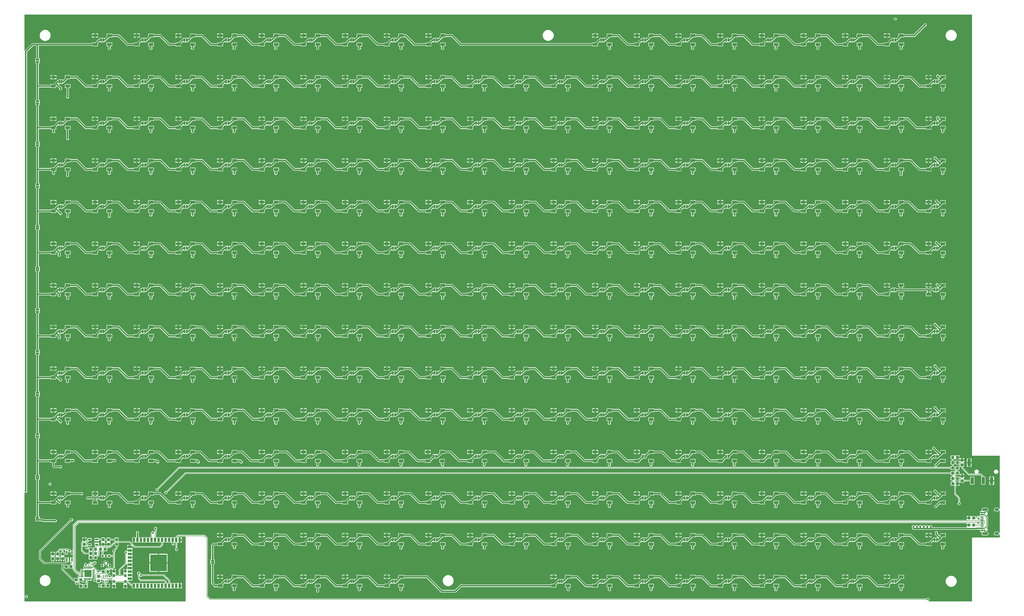
<source format=gtl>
G04 EAGLE Gerber RS-274X export*
G75*
%MOMM*%
%FSLAX34Y34*%
%LPD*%
%INTop Copper*%
%IPPOS*%
%AMOC8*
5,1,8,0,0,1.08239X$1,22.5*%
G01*
%ADD10R,1.000000X1.100000*%
%ADD11C,0.635000*%
%ADD12R,0.300000X0.660000*%
%ADD13R,1.100000X1.000000*%
%ADD14R,0.900000X1.000000*%
%ADD15R,0.900000X1.500000*%
%ADD16R,1.500000X0.900000*%
%ADD17R,6.000000X6.000000*%
%ADD18R,0.550000X1.200000*%
%ADD19R,0.300000X0.850000*%
%ADD20R,0.850000X0.300000*%
%ADD21R,2.550000X2.550000*%
%ADD22R,1.016000X0.300000*%
%ADD23R,1.016000X0.600000*%
%ADD24R,1.016000X0.550000*%
%ADD25C,1.000000*%
%ADD26R,1.200000X2.500000*%
%ADD27C,0.300000*%
%ADD28C,0.700000*%
%ADD29C,0.900000*%
%ADD30R,1.200000X0.550000*%
%ADD31R,1.651000X1.000000*%
%ADD32R,0.635000X1.270000*%
%ADD33R,1.270000X0.635000*%
%ADD34C,0.736600*%
%ADD35C,0.203200*%
%ADD36C,0.304800*%
%ADD37C,0.550000*%
%ADD38C,0.177800*%

G36*
X581878Y2803D02*
X581878Y2803D01*
X581936Y2801D01*
X582018Y2823D01*
X582102Y2835D01*
X582155Y2858D01*
X582211Y2873D01*
X582284Y2916D01*
X582361Y2951D01*
X582406Y2989D01*
X582456Y3018D01*
X582514Y3080D01*
X582578Y3134D01*
X582610Y3183D01*
X582650Y3226D01*
X582689Y3301D01*
X582736Y3371D01*
X582753Y3427D01*
X582780Y3479D01*
X582791Y3547D01*
X582821Y3642D01*
X582824Y3742D01*
X582835Y3810D01*
X582835Y234358D01*
X582950Y234472D01*
X582967Y234496D01*
X582990Y234515D01*
X583052Y234609D01*
X583121Y234699D01*
X583131Y234727D01*
X583147Y234751D01*
X583182Y234859D01*
X583222Y234965D01*
X583224Y234994D01*
X583233Y235022D01*
X583236Y235135D01*
X583245Y235248D01*
X583240Y235277D01*
X583240Y235306D01*
X583212Y235416D01*
X583190Y235527D01*
X583176Y235553D01*
X583169Y235581D01*
X583111Y235679D01*
X583059Y235779D01*
X583038Y235801D01*
X583023Y235826D01*
X582941Y235903D01*
X582863Y235985D01*
X582838Y236000D01*
X582816Y236020D01*
X582715Y236072D01*
X582618Y236129D01*
X582589Y236136D01*
X582563Y236150D01*
X582486Y236163D01*
X582342Y236199D01*
X582280Y236197D01*
X582232Y236205D01*
X556078Y236205D01*
X555992Y236193D01*
X555904Y236190D01*
X555851Y236173D01*
X555797Y236165D01*
X555717Y236130D01*
X555634Y236103D01*
X555594Y236075D01*
X555537Y236049D01*
X555424Y235953D01*
X555360Y235908D01*
X554444Y234992D01*
X554427Y234968D01*
X554404Y234949D01*
X554341Y234855D01*
X554273Y234765D01*
X554263Y234737D01*
X554247Y234713D01*
X554212Y234605D01*
X554172Y234499D01*
X554170Y234470D01*
X554161Y234442D01*
X554158Y234328D01*
X554149Y234216D01*
X554154Y234187D01*
X554154Y234158D01*
X554182Y234048D01*
X554204Y233937D01*
X554218Y233911D01*
X554225Y233883D01*
X554283Y233785D01*
X554335Y233685D01*
X554356Y233663D01*
X554371Y233638D01*
X554453Y233561D01*
X554531Y233479D01*
X554556Y233464D01*
X554578Y233444D01*
X554679Y233392D01*
X554763Y233343D01*
X554780Y233325D01*
X554853Y233282D01*
X554920Y233231D01*
X554975Y233210D01*
X555026Y233181D01*
X555107Y233160D01*
X555186Y233130D01*
X555244Y233125D01*
X555301Y233111D01*
X555385Y233113D01*
X555469Y233106D01*
X555527Y233118D01*
X555585Y233120D01*
X555666Y233146D01*
X555748Y233162D01*
X555800Y233189D01*
X555856Y233207D01*
X555912Y233247D01*
X556000Y233293D01*
X556073Y233362D01*
X556129Y233402D01*
X556240Y233513D01*
X556819Y233848D01*
X557466Y234021D01*
X560269Y234021D01*
X560269Y224996D01*
X560277Y224938D01*
X560275Y224880D01*
X560297Y224798D01*
X560309Y224715D01*
X560333Y224661D01*
X560347Y224605D01*
X560390Y224532D01*
X560425Y224455D01*
X560463Y224411D01*
X560493Y224360D01*
X560554Y224303D01*
X560609Y224238D01*
X560657Y224206D01*
X560700Y224166D01*
X560775Y224127D01*
X560845Y224081D01*
X560901Y224063D01*
X560953Y224036D01*
X561021Y224025D01*
X561116Y223995D01*
X561216Y223992D01*
X561284Y223981D01*
X562301Y223981D01*
X562301Y223979D01*
X561284Y223979D01*
X561226Y223971D01*
X561168Y223972D01*
X561086Y223951D01*
X561003Y223939D01*
X560949Y223915D01*
X560893Y223901D01*
X560820Y223858D01*
X560743Y223823D01*
X560698Y223785D01*
X560648Y223755D01*
X560590Y223694D01*
X560526Y223639D01*
X560494Y223591D01*
X560454Y223548D01*
X560415Y223473D01*
X560369Y223403D01*
X560351Y223347D01*
X560324Y223295D01*
X560313Y223227D01*
X560283Y223132D01*
X560280Y223032D01*
X560269Y222964D01*
X560269Y213939D01*
X557466Y213939D01*
X556819Y214112D01*
X556240Y214447D01*
X556129Y214558D01*
X556082Y214593D01*
X556042Y214635D01*
X555969Y214678D01*
X555902Y214729D01*
X555847Y214749D01*
X555797Y214779D01*
X555715Y214800D01*
X555636Y214830D01*
X555578Y214835D01*
X555521Y214849D01*
X555437Y214847D01*
X555353Y214854D01*
X555296Y214842D01*
X555237Y214840D01*
X555157Y214814D01*
X555074Y214798D01*
X555022Y214771D01*
X554967Y214753D01*
X554910Y214713D01*
X554889Y214701D01*
X553410Y214701D01*
X553352Y214693D01*
X553294Y214695D01*
X553212Y214673D01*
X553128Y214661D01*
X553075Y214638D01*
X553019Y214623D01*
X552946Y214580D01*
X552869Y214545D01*
X552824Y214507D01*
X552774Y214478D01*
X552716Y214416D01*
X552652Y214362D01*
X552620Y214313D01*
X552580Y214270D01*
X552541Y214195D01*
X552494Y214125D01*
X552477Y214069D01*
X552450Y214017D01*
X552439Y213949D01*
X552409Y213854D01*
X552406Y213754D01*
X552395Y213686D01*
X552395Y195598D01*
X552395Y195597D01*
X552395Y195595D01*
X552415Y195454D01*
X552435Y195317D01*
X552435Y195315D01*
X552435Y195314D01*
X552493Y195186D01*
X552551Y195057D01*
X552552Y195056D01*
X552553Y195055D01*
X552644Y194947D01*
X552734Y194840D01*
X552736Y194839D01*
X552737Y194838D01*
X552750Y194830D01*
X552971Y194683D01*
X553000Y194673D01*
X553021Y194660D01*
X553094Y194630D01*
X554630Y193094D01*
X555462Y191086D01*
X555462Y188914D01*
X554630Y186906D01*
X553094Y185370D01*
X551086Y184538D01*
X548914Y184538D01*
X546906Y185370D01*
X545370Y186906D01*
X544538Y188914D01*
X544538Y191086D01*
X545370Y193094D01*
X546508Y194232D01*
X546560Y194302D01*
X546620Y194366D01*
X546646Y194415D01*
X546679Y194459D01*
X546710Y194541D01*
X546750Y194619D01*
X546758Y194666D01*
X546780Y194725D01*
X546792Y194873D01*
X546805Y194950D01*
X546805Y213686D01*
X546797Y213744D01*
X546799Y213802D01*
X546777Y213884D01*
X546765Y213968D01*
X546742Y214021D01*
X546727Y214077D01*
X546684Y214150D01*
X546649Y214227D01*
X546611Y214272D01*
X546582Y214322D01*
X546520Y214380D01*
X546466Y214444D01*
X546417Y214476D01*
X546374Y214516D01*
X546299Y214555D01*
X546229Y214602D01*
X546173Y214619D01*
X546121Y214646D01*
X546053Y214657D01*
X545958Y214687D01*
X545858Y214690D01*
X545790Y214701D01*
X544363Y214701D01*
X543968Y215097D01*
X543921Y215132D01*
X543881Y215174D01*
X543808Y215217D01*
X543741Y215267D01*
X543686Y215288D01*
X543636Y215318D01*
X543554Y215339D01*
X543475Y215369D01*
X543417Y215374D01*
X543360Y215388D01*
X543276Y215385D01*
X543192Y215392D01*
X543134Y215381D01*
X543076Y215379D01*
X542996Y215353D01*
X542913Y215336D01*
X542861Y215309D01*
X542806Y215291D01*
X542749Y215251D01*
X542661Y215205D01*
X542588Y215137D01*
X542532Y215097D01*
X542136Y214701D01*
X542100Y214653D01*
X542057Y214612D01*
X542015Y214540D01*
X541965Y214474D01*
X541944Y214418D01*
X541914Y214366D01*
X541894Y214286D01*
X541864Y214208D01*
X541859Y214148D01*
X541845Y214091D01*
X541847Y214008D01*
X541840Y213925D01*
X541852Y213866D01*
X541854Y213806D01*
X541880Y213727D01*
X541896Y213646D01*
X541920Y213600D01*
X541923Y213587D01*
X541935Y213557D01*
X541942Y213536D01*
X541947Y213530D01*
X542832Y211393D01*
X542832Y209221D01*
X542000Y207213D01*
X540464Y205677D01*
X538456Y204845D01*
X536284Y204845D01*
X534276Y205677D01*
X532740Y207213D01*
X531908Y209221D01*
X531908Y211393D01*
X532697Y213297D01*
X532726Y213409D01*
X532760Y213518D01*
X532761Y213546D01*
X532768Y213573D01*
X532765Y213687D01*
X532768Y213802D01*
X532761Y213829D01*
X532760Y213857D01*
X532725Y213966D01*
X532696Y214077D01*
X532682Y214101D01*
X532673Y214128D01*
X532609Y214223D01*
X532551Y214322D01*
X532530Y214341D01*
X532515Y214364D01*
X532427Y214438D01*
X532343Y214516D01*
X532318Y214529D01*
X532297Y214547D01*
X532192Y214593D01*
X532090Y214646D01*
X532065Y214650D01*
X532037Y214662D01*
X531774Y214699D01*
X531759Y214701D01*
X531663Y214701D01*
X531268Y215097D01*
X531221Y215132D01*
X531181Y215174D01*
X531108Y215217D01*
X531041Y215267D01*
X530986Y215288D01*
X530936Y215318D01*
X530854Y215339D01*
X530775Y215369D01*
X530717Y215374D01*
X530660Y215388D01*
X530576Y215385D01*
X530492Y215392D01*
X530434Y215381D01*
X530376Y215379D01*
X530296Y215353D01*
X530213Y215336D01*
X530161Y215309D01*
X530105Y215291D01*
X530049Y215251D01*
X529961Y215205D01*
X529888Y215137D01*
X529832Y215097D01*
X529437Y214701D01*
X518963Y214701D01*
X518568Y215097D01*
X518521Y215132D01*
X518481Y215174D01*
X518408Y215217D01*
X518341Y215267D01*
X518286Y215288D01*
X518236Y215318D01*
X518154Y215339D01*
X518075Y215369D01*
X518017Y215374D01*
X517960Y215388D01*
X517876Y215385D01*
X517792Y215392D01*
X517734Y215381D01*
X517676Y215379D01*
X517596Y215353D01*
X517513Y215336D01*
X517461Y215309D01*
X517405Y215291D01*
X517349Y215251D01*
X517261Y215205D01*
X517188Y215137D01*
X517132Y215097D01*
X516737Y214701D01*
X506263Y214701D01*
X505868Y215097D01*
X505821Y215132D01*
X505781Y215174D01*
X505708Y215217D01*
X505641Y215267D01*
X505586Y215288D01*
X505536Y215318D01*
X505454Y215339D01*
X505375Y215369D01*
X505317Y215374D01*
X505260Y215388D01*
X505176Y215385D01*
X505092Y215392D01*
X505034Y215381D01*
X504976Y215379D01*
X504896Y215353D01*
X504813Y215336D01*
X504761Y215309D01*
X504705Y215291D01*
X504649Y215251D01*
X504561Y215205D01*
X504488Y215137D01*
X504432Y215097D01*
X504037Y214701D01*
X502610Y214701D01*
X502552Y214693D01*
X502494Y214695D01*
X502412Y214673D01*
X502328Y214661D01*
X502275Y214638D01*
X502219Y214623D01*
X502146Y214580D01*
X502069Y214545D01*
X502024Y214507D01*
X501974Y214478D01*
X501916Y214416D01*
X501852Y214362D01*
X501820Y214313D01*
X501780Y214270D01*
X501741Y214195D01*
X501694Y214125D01*
X501677Y214069D01*
X501650Y214017D01*
X501639Y213949D01*
X501609Y213854D01*
X501606Y213754D01*
X501595Y213686D01*
X501595Y205642D01*
X492158Y196205D01*
X398842Y196205D01*
X396908Y198140D01*
X394074Y200974D01*
X394050Y200991D01*
X394031Y201014D01*
X393937Y201077D01*
X393847Y201145D01*
X393819Y201155D01*
X393795Y201171D01*
X393687Y201206D01*
X393581Y201246D01*
X393552Y201248D01*
X393524Y201257D01*
X393410Y201260D01*
X393298Y201269D01*
X393269Y201264D01*
X393240Y201264D01*
X393130Y201236D01*
X393019Y201214D01*
X392993Y201200D01*
X392965Y201193D01*
X392867Y201135D01*
X392767Y201083D01*
X392745Y201062D01*
X392720Y201047D01*
X392643Y200965D01*
X392561Y200887D01*
X392546Y200861D01*
X392526Y200840D01*
X392496Y200781D01*
X384331Y200781D01*
X384331Y205791D01*
X386806Y205791D01*
X386835Y205795D01*
X386864Y205792D01*
X386975Y205815D01*
X387087Y205831D01*
X387114Y205843D01*
X387143Y205848D01*
X387243Y205900D01*
X387347Y205947D01*
X387369Y205966D01*
X387395Y205979D01*
X387477Y206057D01*
X387564Y206130D01*
X387580Y206155D01*
X387601Y206175D01*
X387659Y206273D01*
X387721Y206367D01*
X387730Y206395D01*
X387745Y206420D01*
X387773Y206530D01*
X387807Y206638D01*
X387808Y206668D01*
X387815Y206696D01*
X387812Y206809D01*
X387814Y206922D01*
X387807Y206951D01*
X387806Y206980D01*
X387771Y207088D01*
X387743Y207197D01*
X387728Y207223D01*
X387719Y207251D01*
X387673Y207314D01*
X387597Y207442D01*
X387552Y207485D01*
X387524Y207524D01*
X381346Y213702D01*
X381276Y213754D01*
X381212Y213814D01*
X381163Y213840D01*
X381119Y213873D01*
X381037Y213904D01*
X380959Y213944D01*
X380911Y213952D01*
X380853Y213974D01*
X380705Y213986D01*
X380628Y213999D01*
X342794Y213999D01*
X342736Y213991D01*
X342678Y213993D01*
X342596Y213971D01*
X342512Y213959D01*
X342459Y213936D01*
X342403Y213921D01*
X342330Y213878D01*
X342253Y213843D01*
X342208Y213805D01*
X342158Y213776D01*
X342100Y213714D01*
X342036Y213660D01*
X342004Y213611D01*
X341964Y213568D01*
X341925Y213493D01*
X341878Y213423D01*
X341861Y213367D01*
X341834Y213315D01*
X341823Y213247D01*
X341793Y213152D01*
X341790Y213052D01*
X341779Y212984D01*
X341779Y202263D01*
X340737Y201221D01*
X338810Y201221D01*
X338752Y201213D01*
X338694Y201215D01*
X338612Y201193D01*
X338528Y201181D01*
X338475Y201158D01*
X338419Y201143D01*
X338346Y201100D01*
X338269Y201065D01*
X338224Y201027D01*
X338174Y200998D01*
X338116Y200936D01*
X338052Y200882D01*
X338020Y200833D01*
X337980Y200790D01*
X337941Y200715D01*
X337894Y200645D01*
X337877Y200589D01*
X337850Y200537D01*
X337839Y200469D01*
X337809Y200374D01*
X337806Y200274D01*
X337795Y200206D01*
X337795Y193842D01*
X330759Y186807D01*
X330707Y186737D01*
X330647Y186673D01*
X330621Y186624D01*
X330588Y186580D01*
X330557Y186498D01*
X330517Y186420D01*
X330509Y186372D01*
X330487Y186314D01*
X330475Y186166D01*
X330462Y186089D01*
X330462Y183914D01*
X329630Y181906D01*
X328092Y180368D01*
X328040Y180298D01*
X327980Y180234D01*
X327954Y180185D01*
X327921Y180141D01*
X327890Y180059D01*
X327850Y179981D01*
X327842Y179934D01*
X327820Y179875D01*
X327808Y179727D01*
X327795Y179650D01*
X327795Y123842D01*
X325860Y121908D01*
X323592Y119640D01*
X323366Y119414D01*
X323314Y119344D01*
X323254Y119280D01*
X323228Y119231D01*
X323195Y119187D01*
X323164Y119105D01*
X323124Y119027D01*
X323116Y118979D01*
X323094Y118921D01*
X323082Y118773D01*
X323069Y118696D01*
X323069Y113531D01*
X318059Y113531D01*
X318059Y116690D01*
X318051Y116748D01*
X318053Y116806D01*
X318031Y116888D01*
X318019Y116972D01*
X317996Y117025D01*
X317981Y117081D01*
X317938Y117154D01*
X317903Y117231D01*
X317865Y117276D01*
X317836Y117326D01*
X317774Y117384D01*
X317720Y117448D01*
X317671Y117480D01*
X317628Y117520D01*
X317553Y117559D01*
X317483Y117606D01*
X317427Y117623D01*
X317375Y117650D01*
X317307Y117661D01*
X317212Y117691D01*
X317112Y117694D01*
X317044Y117705D01*
X310911Y117705D01*
X310882Y117701D01*
X310853Y117704D01*
X310742Y117681D01*
X310630Y117665D01*
X310603Y117653D01*
X310574Y117648D01*
X310474Y117595D01*
X310370Y117549D01*
X310348Y117530D01*
X310322Y117517D01*
X310240Y117439D01*
X310153Y117366D01*
X310137Y117341D01*
X310116Y117321D01*
X310059Y117223D01*
X309996Y117129D01*
X309987Y117101D01*
X309972Y117076D01*
X309944Y116966D01*
X309910Y116858D01*
X309909Y116828D01*
X309902Y116800D01*
X309906Y116687D01*
X309903Y116574D01*
X309910Y116545D01*
X309911Y116516D01*
X309946Y116408D01*
X309975Y116299D01*
X309989Y116273D01*
X309999Y116245D01*
X310044Y116181D01*
X310120Y116054D01*
X310165Y116011D01*
X310193Y115972D01*
X310579Y115587D01*
X310579Y104113D01*
X309537Y103071D01*
X305894Y103071D01*
X305808Y103059D01*
X305720Y103056D01*
X305667Y103039D01*
X305613Y103031D01*
X305533Y102996D01*
X305450Y102969D01*
X305410Y102941D01*
X305353Y102915D01*
X305240Y102819D01*
X305176Y102774D01*
X302864Y100462D01*
X302847Y100438D01*
X302824Y100419D01*
X302761Y100325D01*
X302693Y100235D01*
X302683Y100207D01*
X302667Y100183D01*
X302632Y100075D01*
X302592Y99969D01*
X302590Y99940D01*
X302581Y99912D01*
X302578Y99798D01*
X302569Y99686D01*
X302574Y99657D01*
X302574Y99628D01*
X302602Y99518D01*
X302624Y99407D01*
X302638Y99381D01*
X302645Y99353D01*
X302703Y99255D01*
X302755Y99155D01*
X302776Y99133D01*
X302791Y99108D01*
X302873Y99031D01*
X302951Y98949D01*
X302977Y98934D01*
X302998Y98914D01*
X303099Y98862D01*
X303196Y98805D01*
X303225Y98798D01*
X303251Y98784D01*
X303328Y98771D01*
X303472Y98735D01*
X303529Y98737D01*
X304579Y97687D01*
X304579Y97490D01*
X304583Y97461D01*
X304580Y97432D01*
X304603Y97321D01*
X304619Y97208D01*
X304631Y97182D01*
X304636Y97153D01*
X304689Y97052D01*
X304735Y96949D01*
X304754Y96927D01*
X304767Y96901D01*
X304845Y96818D01*
X304918Y96732D01*
X304943Y96716D01*
X304963Y96695D01*
X305061Y96637D01*
X305155Y96574D01*
X305183Y96566D01*
X305208Y96551D01*
X305318Y96523D01*
X305426Y96489D01*
X305456Y96488D01*
X305484Y96481D01*
X305597Y96484D01*
X305710Y96481D01*
X305739Y96489D01*
X305768Y96490D01*
X305876Y96525D01*
X305985Y96553D01*
X306011Y96568D01*
X306039Y96577D01*
X306103Y96623D01*
X306230Y96698D01*
X306273Y96744D01*
X306312Y96772D01*
X307228Y97688D01*
X309236Y98520D01*
X311408Y98520D01*
X313416Y97688D01*
X314952Y96152D01*
X315784Y94144D01*
X315784Y92587D01*
X315788Y92558D01*
X315785Y92529D01*
X315808Y92418D01*
X315823Y92306D01*
X315835Y92279D01*
X315841Y92250D01*
X315893Y92150D01*
X315940Y92046D01*
X315959Y92024D01*
X315972Y91998D01*
X316050Y91916D01*
X316123Y91829D01*
X316148Y91813D01*
X316168Y91792D01*
X316266Y91734D01*
X316360Y91672D01*
X316388Y91663D01*
X316413Y91648D01*
X316523Y91620D01*
X316631Y91586D01*
X316660Y91585D01*
X316689Y91578D01*
X316802Y91581D01*
X316915Y91578D01*
X316944Y91586D01*
X316973Y91587D01*
X317081Y91622D01*
X317190Y91650D01*
X317215Y91665D01*
X317243Y91674D01*
X317307Y91720D01*
X317435Y91796D01*
X317478Y91841D01*
X317517Y91869D01*
X318524Y92876D01*
X318576Y92946D01*
X318636Y93010D01*
X318662Y93059D01*
X318695Y93103D01*
X318726Y93185D01*
X318766Y93263D01*
X318774Y93311D01*
X318796Y93369D01*
X318808Y93517D01*
X318821Y93594D01*
X318821Y101237D01*
X320030Y102446D01*
X320054Y102477D01*
X320083Y102503D01*
X320139Y102590D01*
X320201Y102673D01*
X320215Y102710D01*
X320236Y102743D01*
X320266Y102842D01*
X320302Y102939D01*
X320306Y102978D01*
X320317Y103015D01*
X320317Y103119D01*
X320326Y103222D01*
X320318Y103260D01*
X320318Y103300D01*
X320290Y103399D01*
X320270Y103501D01*
X320252Y103535D01*
X320241Y103573D01*
X320187Y103661D01*
X320139Y103753D01*
X320112Y103781D01*
X320091Y103815D01*
X320015Y103884D01*
X319943Y103959D01*
X319909Y103979D01*
X319880Y104005D01*
X319810Y104037D01*
X319698Y104103D01*
X319649Y104115D01*
X319040Y104467D01*
X318567Y104940D01*
X318232Y105519D01*
X318059Y106166D01*
X318059Y109469D01*
X324084Y109469D01*
X324142Y109477D01*
X324200Y109475D01*
X324282Y109497D01*
X324365Y109509D01*
X324419Y109533D01*
X324475Y109547D01*
X324548Y109590D01*
X324625Y109625D01*
X324669Y109663D01*
X324720Y109693D01*
X324777Y109754D01*
X324842Y109809D01*
X324874Y109857D01*
X324914Y109900D01*
X324953Y109975D01*
X324999Y110045D01*
X325017Y110101D01*
X325044Y110153D01*
X325055Y110221D01*
X325085Y110316D01*
X325088Y110416D01*
X325099Y110484D01*
X325099Y111501D01*
X325101Y111501D01*
X325101Y110484D01*
X325109Y110426D01*
X325108Y110368D01*
X325129Y110286D01*
X325141Y110203D01*
X325165Y110149D01*
X325179Y110093D01*
X325222Y110020D01*
X325257Y109943D01*
X325295Y109898D01*
X325325Y109848D01*
X325386Y109790D01*
X325441Y109726D01*
X325489Y109694D01*
X325532Y109654D01*
X325607Y109615D01*
X325677Y109569D01*
X325733Y109551D01*
X325785Y109524D01*
X325853Y109513D01*
X325948Y109483D01*
X326048Y109480D01*
X326116Y109469D01*
X332141Y109469D01*
X332141Y106166D01*
X331968Y105519D01*
X331633Y104940D01*
X331160Y104467D01*
X330567Y104125D01*
X330551Y104121D01*
X330459Y104074D01*
X330364Y104033D01*
X330333Y104008D01*
X330298Y103990D01*
X330223Y103919D01*
X330143Y103854D01*
X330121Y103822D01*
X330092Y103795D01*
X330040Y103705D01*
X329981Y103620D01*
X329968Y103583D01*
X329949Y103549D01*
X329923Y103449D01*
X329890Y103351D01*
X329888Y103312D01*
X329878Y103274D01*
X329882Y103170D01*
X329877Y103067D01*
X329886Y103029D01*
X329887Y102990D01*
X329919Y102891D01*
X329943Y102791D01*
X329963Y102756D01*
X329975Y102719D01*
X330020Y102656D01*
X330084Y102543D01*
X330137Y102491D01*
X330170Y102446D01*
X331379Y101237D01*
X331379Y99310D01*
X331387Y99252D01*
X331385Y99194D01*
X331407Y99112D01*
X331419Y99028D01*
X331442Y98975D01*
X331457Y98919D01*
X331500Y98846D01*
X331535Y98769D01*
X331573Y98724D01*
X331602Y98674D01*
X331664Y98616D01*
X331718Y98552D01*
X331767Y98520D01*
X331810Y98480D01*
X331885Y98441D01*
X331955Y98394D01*
X332011Y98377D01*
X332063Y98350D01*
X332131Y98339D01*
X332226Y98309D01*
X332326Y98306D01*
X332394Y98295D01*
X341790Y98295D01*
X341848Y98303D01*
X341906Y98301D01*
X341988Y98323D01*
X342072Y98335D01*
X342125Y98358D01*
X342181Y98373D01*
X342254Y98416D01*
X342331Y98451D01*
X342376Y98489D01*
X342426Y98518D01*
X342484Y98580D01*
X342548Y98634D01*
X342580Y98683D01*
X342620Y98726D01*
X342659Y98801D01*
X342706Y98871D01*
X342723Y98927D01*
X342750Y98979D01*
X342761Y99047D01*
X342791Y99142D01*
X342794Y99242D01*
X342805Y99310D01*
X342805Y117358D01*
X365208Y139760D01*
X365260Y139830D01*
X365320Y139894D01*
X365346Y139943D01*
X365379Y139987D01*
X365410Y140069D01*
X365450Y140147D01*
X365458Y140195D01*
X365480Y140253D01*
X365492Y140401D01*
X365505Y140478D01*
X365505Y174223D01*
X365493Y174310D01*
X365490Y174397D01*
X365473Y174450D01*
X365465Y174505D01*
X365430Y174584D01*
X365403Y174668D01*
X365375Y174707D01*
X365349Y174764D01*
X365253Y174877D01*
X365208Y174941D01*
X363670Y176479D01*
X362838Y178487D01*
X362838Y180659D01*
X363670Y182667D01*
X365206Y184203D01*
X367214Y185035D01*
X369386Y185035D01*
X371471Y184171D01*
X371515Y184138D01*
X371543Y184128D01*
X371567Y184111D01*
X371675Y184077D01*
X371781Y184037D01*
X371810Y184034D01*
X371838Y184026D01*
X371951Y184023D01*
X372064Y184013D01*
X372093Y184019D01*
X372122Y184018D01*
X372232Y184047D01*
X372343Y184069D01*
X372369Y184083D01*
X372397Y184090D01*
X372495Y184148D01*
X372595Y184200D01*
X372616Y184220D01*
X372642Y184235D01*
X372719Y184318D01*
X372801Y184396D01*
X372816Y184421D01*
X372836Y184443D01*
X372888Y184543D01*
X372945Y184641D01*
X372952Y184669D01*
X372966Y184696D01*
X372979Y184773D01*
X373015Y184916D01*
X373013Y184979D01*
X373021Y185027D01*
X373021Y191334D01*
X373049Y191370D01*
X373070Y191425D01*
X373099Y191476D01*
X373120Y191557D01*
X373150Y191636D01*
X373155Y191694D01*
X373169Y191751D01*
X373167Y191835D01*
X373174Y191919D01*
X373162Y191977D01*
X373160Y192035D01*
X373134Y192116D01*
X373118Y192198D01*
X373091Y192250D01*
X373073Y192306D01*
X373033Y192362D01*
X372987Y192450D01*
X372918Y192523D01*
X372878Y192579D01*
X372767Y192690D01*
X372432Y193269D01*
X372259Y193916D01*
X372259Y196719D01*
X381284Y196719D01*
X381342Y196727D01*
X381400Y196725D01*
X381482Y196747D01*
X381565Y196759D01*
X381619Y196783D01*
X381675Y196797D01*
X381748Y196840D01*
X381825Y196875D01*
X381869Y196913D01*
X381920Y196943D01*
X381977Y197004D01*
X382042Y197059D01*
X382074Y197107D01*
X382114Y197150D01*
X382153Y197225D01*
X382199Y197295D01*
X382217Y197351D01*
X382244Y197403D01*
X382255Y197471D01*
X382285Y197566D01*
X382288Y197666D01*
X382299Y197734D01*
X382299Y198751D01*
X382301Y198751D01*
X382301Y197734D01*
X382309Y197676D01*
X382308Y197618D01*
X382329Y197536D01*
X382341Y197453D01*
X382365Y197399D01*
X382379Y197343D01*
X382422Y197270D01*
X382457Y197193D01*
X382495Y197148D01*
X382525Y197098D01*
X382586Y197040D01*
X382641Y196976D01*
X382689Y196944D01*
X382732Y196904D01*
X382807Y196865D01*
X382877Y196819D01*
X382933Y196801D01*
X382985Y196774D01*
X383053Y196763D01*
X383148Y196733D01*
X383248Y196730D01*
X383316Y196719D01*
X392341Y196719D01*
X392341Y193916D01*
X392168Y193269D01*
X391833Y192690D01*
X391722Y192579D01*
X391687Y192532D01*
X391645Y192492D01*
X391602Y192419D01*
X391551Y192352D01*
X391531Y192297D01*
X391501Y192247D01*
X391480Y192165D01*
X391450Y192086D01*
X391445Y192028D01*
X391431Y191971D01*
X391433Y191887D01*
X391426Y191803D01*
X391438Y191746D01*
X391440Y191687D01*
X391466Y191607D01*
X391482Y191524D01*
X391509Y191472D01*
X391527Y191417D01*
X391567Y191360D01*
X391579Y191339D01*
X391579Y180813D01*
X391183Y180418D01*
X391148Y180371D01*
X391106Y180331D01*
X391063Y180258D01*
X391013Y180191D01*
X390992Y180136D01*
X390962Y180086D01*
X390941Y180004D01*
X390911Y179925D01*
X390906Y179867D01*
X390892Y179810D01*
X390895Y179726D01*
X390888Y179642D01*
X390899Y179584D01*
X390901Y179526D01*
X390927Y179446D01*
X390944Y179363D01*
X390971Y179311D01*
X390989Y179255D01*
X391029Y179199D01*
X391075Y179111D01*
X391143Y179038D01*
X391183Y178982D01*
X391579Y178587D01*
X391579Y168113D01*
X391183Y167718D01*
X391148Y167671D01*
X391106Y167631D01*
X391063Y167558D01*
X391013Y167491D01*
X390992Y167436D01*
X390962Y167386D01*
X390941Y167304D01*
X390911Y167225D01*
X390906Y167167D01*
X390892Y167110D01*
X390895Y167026D01*
X390888Y166942D01*
X390899Y166884D01*
X390901Y166826D01*
X390927Y166746D01*
X390944Y166663D01*
X390971Y166611D01*
X390989Y166555D01*
X391029Y166499D01*
X391075Y166411D01*
X391143Y166338D01*
X391183Y166282D01*
X391579Y165887D01*
X391579Y155413D01*
X391183Y155018D01*
X391148Y154971D01*
X391106Y154931D01*
X391063Y154858D01*
X391013Y154791D01*
X390992Y154736D01*
X390962Y154686D01*
X390941Y154604D01*
X390911Y154525D01*
X390906Y154467D01*
X390892Y154410D01*
X390895Y154326D01*
X390888Y154242D01*
X390899Y154184D01*
X390901Y154126D01*
X390927Y154046D01*
X390944Y153963D01*
X390971Y153911D01*
X390989Y153855D01*
X391029Y153799D01*
X391075Y153711D01*
X391143Y153638D01*
X391183Y153582D01*
X391579Y153187D01*
X391579Y142713D01*
X391183Y142318D01*
X391148Y142271D01*
X391106Y142231D01*
X391063Y142158D01*
X391013Y142091D01*
X390992Y142036D01*
X390962Y141986D01*
X390941Y141904D01*
X390911Y141825D01*
X390906Y141767D01*
X390892Y141710D01*
X390895Y141626D01*
X390888Y141542D01*
X390899Y141484D01*
X390901Y141426D01*
X390927Y141346D01*
X390944Y141263D01*
X390971Y141211D01*
X390989Y141155D01*
X391029Y141099D01*
X391075Y141011D01*
X391143Y140938D01*
X391183Y140882D01*
X391579Y140487D01*
X391579Y130013D01*
X391183Y129618D01*
X391148Y129571D01*
X391106Y129531D01*
X391063Y129458D01*
X391013Y129391D01*
X390992Y129336D01*
X390962Y129286D01*
X390941Y129204D01*
X390911Y129125D01*
X390906Y129067D01*
X390892Y129010D01*
X390895Y128926D01*
X390888Y128842D01*
X390899Y128784D01*
X390901Y128726D01*
X390927Y128646D01*
X390944Y128563D01*
X390971Y128511D01*
X390989Y128455D01*
X391029Y128399D01*
X391075Y128311D01*
X391143Y128238D01*
X391183Y128182D01*
X391579Y127787D01*
X391579Y117313D01*
X391183Y116918D01*
X391148Y116871D01*
X391106Y116831D01*
X391063Y116758D01*
X391013Y116691D01*
X390992Y116636D01*
X390962Y116586D01*
X390941Y116504D01*
X390911Y116425D01*
X390906Y116367D01*
X390892Y116310D01*
X390895Y116226D01*
X390888Y116142D01*
X390899Y116084D01*
X390901Y116026D01*
X390927Y115946D01*
X390944Y115863D01*
X390971Y115811D01*
X390989Y115755D01*
X391029Y115699D01*
X391075Y115611D01*
X391143Y115538D01*
X391183Y115482D01*
X391579Y115087D01*
X391579Y104613D01*
X391183Y104218D01*
X391148Y104171D01*
X391106Y104131D01*
X391063Y104058D01*
X391013Y103991D01*
X390992Y103936D01*
X390962Y103886D01*
X390941Y103804D01*
X390911Y103725D01*
X390906Y103667D01*
X390892Y103610D01*
X390895Y103526D01*
X390888Y103442D01*
X390899Y103384D01*
X390901Y103326D01*
X390927Y103246D01*
X390944Y103163D01*
X390971Y103111D01*
X390989Y103055D01*
X391029Y102999D01*
X391075Y102911D01*
X391143Y102838D01*
X391183Y102782D01*
X391579Y102387D01*
X391579Y91913D01*
X391183Y91518D01*
X391148Y91471D01*
X391106Y91431D01*
X391063Y91358D01*
X391013Y91291D01*
X390992Y91236D01*
X390962Y91186D01*
X390941Y91104D01*
X390911Y91025D01*
X390906Y90967D01*
X390892Y90910D01*
X390895Y90826D01*
X390888Y90742D01*
X390899Y90684D01*
X390901Y90626D01*
X390927Y90546D01*
X390944Y90463D01*
X390971Y90411D01*
X390989Y90355D01*
X391029Y90299D01*
X391075Y90211D01*
X391143Y90138D01*
X391183Y90082D01*
X391579Y89687D01*
X391579Y79213D01*
X390537Y78171D01*
X377332Y78171D01*
X377303Y78167D01*
X377274Y78170D01*
X377163Y78147D01*
X377051Y78131D01*
X377024Y78119D01*
X376995Y78114D01*
X376895Y78062D01*
X376791Y78015D01*
X376769Y77996D01*
X376743Y77983D01*
X376661Y77905D01*
X376574Y77832D01*
X376558Y77807D01*
X376537Y77787D01*
X376479Y77689D01*
X376417Y77595D01*
X376408Y77567D01*
X376393Y77542D01*
X376365Y77432D01*
X376331Y77324D01*
X376330Y77294D01*
X376323Y77266D01*
X376326Y77153D01*
X376324Y77040D01*
X376331Y77011D01*
X376332Y76982D01*
X376367Y76874D01*
X376395Y76765D01*
X376410Y76739D01*
X376419Y76711D01*
X376465Y76648D01*
X376541Y76520D01*
X376586Y76477D01*
X376614Y76438D01*
X389188Y63864D01*
X389212Y63847D01*
X389231Y63824D01*
X389325Y63761D01*
X389415Y63693D01*
X389443Y63683D01*
X389467Y63667D01*
X389575Y63632D01*
X389681Y63592D01*
X389710Y63590D01*
X389738Y63581D01*
X389852Y63578D01*
X389964Y63569D01*
X389993Y63574D01*
X390022Y63574D01*
X390132Y63602D01*
X390243Y63624D01*
X390269Y63638D01*
X390297Y63645D01*
X390395Y63703D01*
X390495Y63755D01*
X390517Y63776D01*
X390542Y63791D01*
X390619Y63873D01*
X390701Y63951D01*
X390716Y63977D01*
X390736Y63998D01*
X390788Y64099D01*
X390845Y64196D01*
X390852Y64225D01*
X390866Y64251D01*
X390879Y64328D01*
X390915Y64472D01*
X390913Y64534D01*
X390921Y64582D01*
X390921Y67457D01*
X391963Y68499D01*
X402437Y68499D01*
X402832Y68103D01*
X402879Y68068D01*
X402919Y68026D01*
X402992Y67983D01*
X403059Y67933D01*
X403114Y67912D01*
X403164Y67882D01*
X403246Y67861D01*
X403325Y67831D01*
X403383Y67826D01*
X403440Y67812D01*
X403524Y67815D01*
X403608Y67808D01*
X403666Y67819D01*
X403724Y67821D01*
X403804Y67847D01*
X403887Y67864D01*
X403939Y67891D01*
X403995Y67909D01*
X404051Y67949D01*
X404139Y67995D01*
X404212Y68063D01*
X404268Y68103D01*
X404663Y68499D01*
X415137Y68499D01*
X415532Y68103D01*
X415579Y68068D01*
X415619Y68026D01*
X415692Y67983D01*
X415759Y67933D01*
X415814Y67912D01*
X415864Y67882D01*
X415946Y67861D01*
X416025Y67831D01*
X416083Y67826D01*
X416140Y67812D01*
X416224Y67815D01*
X416308Y67808D01*
X416366Y67819D01*
X416424Y67821D01*
X416504Y67847D01*
X416587Y67864D01*
X416639Y67891D01*
X416695Y67909D01*
X416751Y67949D01*
X416839Y67995D01*
X416912Y68063D01*
X416968Y68103D01*
X417363Y68499D01*
X427837Y68499D01*
X428232Y68103D01*
X428279Y68068D01*
X428319Y68026D01*
X428392Y67983D01*
X428459Y67933D01*
X428514Y67912D01*
X428564Y67882D01*
X428646Y67861D01*
X428725Y67831D01*
X428783Y67826D01*
X428840Y67812D01*
X428924Y67815D01*
X429008Y67808D01*
X429066Y67819D01*
X429124Y67821D01*
X429204Y67847D01*
X429287Y67864D01*
X429339Y67891D01*
X429395Y67909D01*
X429451Y67949D01*
X429539Y67995D01*
X429612Y68063D01*
X429668Y68103D01*
X430063Y68499D01*
X440537Y68499D01*
X440932Y68103D01*
X440979Y68068D01*
X441019Y68026D01*
X441092Y67983D01*
X441159Y67933D01*
X441214Y67912D01*
X441264Y67882D01*
X441346Y67861D01*
X441425Y67831D01*
X441483Y67826D01*
X441540Y67812D01*
X441624Y67815D01*
X441708Y67808D01*
X441766Y67819D01*
X441824Y67821D01*
X441904Y67847D01*
X441987Y67864D01*
X442039Y67891D01*
X442095Y67909D01*
X442151Y67949D01*
X442239Y67995D01*
X442312Y68063D01*
X442368Y68103D01*
X442763Y68499D01*
X453237Y68499D01*
X453632Y68103D01*
X453679Y68068D01*
X453719Y68026D01*
X453792Y67983D01*
X453859Y67933D01*
X453914Y67912D01*
X453964Y67882D01*
X454046Y67861D01*
X454125Y67831D01*
X454183Y67826D01*
X454240Y67812D01*
X454324Y67815D01*
X454408Y67808D01*
X454466Y67819D01*
X454524Y67821D01*
X454604Y67847D01*
X454687Y67864D01*
X454739Y67891D01*
X454795Y67909D01*
X454851Y67949D01*
X454939Y67995D01*
X455012Y68063D01*
X455068Y68103D01*
X455463Y68499D01*
X465937Y68499D01*
X466332Y68103D01*
X466379Y68068D01*
X466419Y68026D01*
X466492Y67983D01*
X466559Y67933D01*
X466614Y67912D01*
X466664Y67882D01*
X466746Y67861D01*
X466825Y67831D01*
X466883Y67826D01*
X466940Y67812D01*
X467024Y67815D01*
X467108Y67808D01*
X467166Y67819D01*
X467224Y67821D01*
X467304Y67847D01*
X467387Y67864D01*
X467439Y67891D01*
X467495Y67909D01*
X467551Y67949D01*
X467639Y67995D01*
X467712Y68063D01*
X467768Y68103D01*
X468163Y68499D01*
X478637Y68499D01*
X479032Y68103D01*
X479079Y68068D01*
X479119Y68026D01*
X479192Y67983D01*
X479259Y67933D01*
X479314Y67912D01*
X479364Y67882D01*
X479446Y67861D01*
X479525Y67831D01*
X479583Y67826D01*
X479640Y67812D01*
X479724Y67815D01*
X479808Y67808D01*
X479866Y67819D01*
X479924Y67821D01*
X480004Y67847D01*
X480087Y67864D01*
X480139Y67891D01*
X480195Y67909D01*
X480251Y67949D01*
X480339Y67995D01*
X480412Y68063D01*
X480468Y68103D01*
X480863Y68499D01*
X491337Y68499D01*
X491732Y68103D01*
X491779Y68068D01*
X491819Y68026D01*
X491892Y67983D01*
X491959Y67933D01*
X492014Y67912D01*
X492064Y67882D01*
X492146Y67861D01*
X492225Y67831D01*
X492283Y67826D01*
X492340Y67812D01*
X492424Y67815D01*
X492508Y67808D01*
X492566Y67819D01*
X492624Y67821D01*
X492704Y67847D01*
X492787Y67864D01*
X492839Y67891D01*
X492895Y67909D01*
X492951Y67949D01*
X493039Y67995D01*
X493112Y68063D01*
X493168Y68103D01*
X493563Y68499D01*
X504037Y68499D01*
X504432Y68103D01*
X504479Y68068D01*
X504519Y68026D01*
X504592Y67983D01*
X504659Y67933D01*
X504714Y67912D01*
X504764Y67882D01*
X504846Y67861D01*
X504925Y67831D01*
X504983Y67826D01*
X505040Y67812D01*
X505124Y67815D01*
X505208Y67808D01*
X505266Y67819D01*
X505324Y67821D01*
X505404Y67847D01*
X505487Y67864D01*
X505539Y67891D01*
X505595Y67909D01*
X505651Y67949D01*
X505739Y67995D01*
X505812Y68063D01*
X505868Y68103D01*
X506263Y68499D01*
X507690Y68499D01*
X507748Y68507D01*
X507806Y68505D01*
X507888Y68527D01*
X507972Y68539D01*
X508025Y68562D01*
X508081Y68577D01*
X508154Y68620D01*
X508231Y68655D01*
X508276Y68693D01*
X508326Y68722D01*
X508384Y68784D01*
X508448Y68838D01*
X508480Y68887D01*
X508520Y68930D01*
X508559Y69005D01*
X508606Y69075D01*
X508623Y69131D01*
X508650Y69183D01*
X508661Y69251D01*
X508691Y69346D01*
X508694Y69446D01*
X508705Y69514D01*
X508705Y71912D01*
X508693Y71998D01*
X508690Y72086D01*
X508673Y72139D01*
X508665Y72193D01*
X508630Y72273D01*
X508603Y72356D01*
X508575Y72396D01*
X508549Y72453D01*
X508453Y72566D01*
X508408Y72630D01*
X506030Y75008D01*
X505960Y75060D01*
X505896Y75120D01*
X505847Y75146D01*
X505803Y75179D01*
X505721Y75210D01*
X505643Y75250D01*
X505595Y75258D01*
X505537Y75280D01*
X505389Y75292D01*
X505312Y75305D01*
X420642Y75305D01*
X418708Y77240D01*
X413540Y82408D01*
X411605Y84342D01*
X411605Y98850D01*
X411593Y98937D01*
X411590Y99024D01*
X411573Y99077D01*
X411565Y99132D01*
X411530Y99211D01*
X411503Y99295D01*
X411475Y99334D01*
X411449Y99391D01*
X411353Y99504D01*
X411308Y99568D01*
X409770Y101106D01*
X408938Y103114D01*
X408938Y105286D01*
X409770Y107294D01*
X411306Y108830D01*
X413314Y109662D01*
X415486Y109662D01*
X417494Y108830D01*
X419030Y107294D01*
X419862Y105286D01*
X419862Y103627D01*
X419870Y103569D01*
X419868Y103511D01*
X419890Y103429D01*
X419902Y103345D01*
X419925Y103292D01*
X419940Y103236D01*
X419983Y103163D01*
X420018Y103086D01*
X420056Y103041D01*
X420085Y102991D01*
X420147Y102933D01*
X420201Y102869D01*
X420250Y102837D01*
X420293Y102797D01*
X420368Y102758D01*
X420438Y102711D01*
X420494Y102694D01*
X420546Y102667D01*
X420614Y102656D01*
X420709Y102626D01*
X420809Y102623D01*
X420877Y102612D01*
X422886Y102612D01*
X424894Y101780D01*
X426432Y100242D01*
X426502Y100190D01*
X426566Y100130D01*
X426615Y100104D01*
X426659Y100071D01*
X426741Y100040D01*
X426819Y100000D01*
X426866Y99992D01*
X426925Y99970D01*
X427073Y99958D01*
X427150Y99945D01*
X505508Y99945D01*
X526995Y78458D01*
X526995Y69514D01*
X527003Y69456D01*
X527001Y69398D01*
X527023Y69316D01*
X527035Y69232D01*
X527058Y69179D01*
X527073Y69123D01*
X527116Y69050D01*
X527151Y68973D01*
X527189Y68928D01*
X527218Y68878D01*
X527280Y68820D01*
X527334Y68756D01*
X527383Y68724D01*
X527426Y68684D01*
X527501Y68645D01*
X527571Y68598D01*
X527627Y68581D01*
X527679Y68554D01*
X527747Y68543D01*
X527842Y68513D01*
X527942Y68510D01*
X528010Y68499D01*
X529437Y68499D01*
X529832Y68103D01*
X529879Y68068D01*
X529919Y68026D01*
X529992Y67983D01*
X530059Y67933D01*
X530114Y67912D01*
X530164Y67882D01*
X530246Y67861D01*
X530325Y67831D01*
X530383Y67826D01*
X530440Y67812D01*
X530524Y67815D01*
X530608Y67808D01*
X530666Y67819D01*
X530724Y67821D01*
X530804Y67847D01*
X530887Y67864D01*
X530939Y67891D01*
X530995Y67909D01*
X531051Y67949D01*
X531139Y67995D01*
X531212Y68063D01*
X531268Y68103D01*
X531663Y68499D01*
X542137Y68499D01*
X542532Y68103D01*
X542579Y68068D01*
X542619Y68026D01*
X542692Y67983D01*
X542759Y67933D01*
X542814Y67912D01*
X542864Y67882D01*
X542946Y67861D01*
X543025Y67831D01*
X543083Y67826D01*
X543140Y67812D01*
X543224Y67815D01*
X543308Y67808D01*
X543366Y67819D01*
X543424Y67821D01*
X543504Y67847D01*
X543587Y67864D01*
X543639Y67891D01*
X543695Y67909D01*
X543751Y67949D01*
X543839Y67995D01*
X543912Y68063D01*
X543968Y68103D01*
X544363Y68499D01*
X554884Y68499D01*
X554920Y68471D01*
X554975Y68450D01*
X555026Y68421D01*
X555107Y68400D01*
X555186Y68370D01*
X555244Y68365D01*
X555301Y68351D01*
X555385Y68353D01*
X555469Y68346D01*
X555527Y68358D01*
X555585Y68360D01*
X555666Y68386D01*
X555748Y68402D01*
X555800Y68429D01*
X555856Y68447D01*
X555912Y68487D01*
X556000Y68533D01*
X556073Y68602D01*
X556129Y68642D01*
X556240Y68753D01*
X556819Y69088D01*
X557466Y69261D01*
X560269Y69261D01*
X560269Y60236D01*
X560277Y60178D01*
X560275Y60120D01*
X560297Y60038D01*
X560309Y59955D01*
X560333Y59901D01*
X560347Y59845D01*
X560390Y59772D01*
X560425Y59695D01*
X560463Y59651D01*
X560493Y59600D01*
X560554Y59543D01*
X560609Y59478D01*
X560657Y59446D01*
X560700Y59406D01*
X560775Y59367D01*
X560845Y59321D01*
X560901Y59303D01*
X560953Y59276D01*
X561021Y59265D01*
X561116Y59235D01*
X561216Y59232D01*
X561284Y59221D01*
X562301Y59221D01*
X562301Y59219D01*
X561284Y59219D01*
X561226Y59211D01*
X561168Y59212D01*
X561086Y59191D01*
X561003Y59179D01*
X560949Y59155D01*
X560893Y59141D01*
X560820Y59098D01*
X560743Y59063D01*
X560698Y59025D01*
X560648Y58995D01*
X560590Y58934D01*
X560526Y58879D01*
X560494Y58831D01*
X560454Y58788D01*
X560415Y58713D01*
X560369Y58643D01*
X560351Y58587D01*
X560324Y58535D01*
X560313Y58467D01*
X560283Y58372D01*
X560280Y58272D01*
X560269Y58204D01*
X560269Y49179D01*
X557466Y49179D01*
X556819Y49352D01*
X556240Y49687D01*
X556129Y49798D01*
X556082Y49833D01*
X556042Y49875D01*
X555969Y49918D01*
X555902Y49969D01*
X555847Y49989D01*
X555797Y50019D01*
X555715Y50040D01*
X555636Y50070D01*
X555578Y50075D01*
X555521Y50089D01*
X555437Y50087D01*
X555353Y50094D01*
X555296Y50082D01*
X555237Y50080D01*
X555157Y50054D01*
X555074Y50038D01*
X555022Y50011D01*
X554967Y49993D01*
X554910Y49953D01*
X554889Y49941D01*
X544363Y49941D01*
X543968Y50337D01*
X543921Y50372D01*
X543881Y50414D01*
X543808Y50457D01*
X543741Y50507D01*
X543686Y50528D01*
X543636Y50558D01*
X543554Y50579D01*
X543475Y50609D01*
X543417Y50614D01*
X543360Y50628D01*
X543276Y50625D01*
X543192Y50632D01*
X543134Y50621D01*
X543076Y50619D01*
X542996Y50593D01*
X542913Y50576D01*
X542861Y50549D01*
X542805Y50531D01*
X542749Y50491D01*
X542661Y50445D01*
X542588Y50377D01*
X542532Y50337D01*
X542137Y49941D01*
X531663Y49941D01*
X531268Y50337D01*
X531221Y50372D01*
X531181Y50414D01*
X531108Y50457D01*
X531041Y50507D01*
X530986Y50528D01*
X530936Y50558D01*
X530854Y50579D01*
X530775Y50609D01*
X530717Y50614D01*
X530660Y50628D01*
X530576Y50625D01*
X530492Y50632D01*
X530434Y50621D01*
X530376Y50619D01*
X530296Y50593D01*
X530213Y50576D01*
X530161Y50549D01*
X530105Y50531D01*
X530049Y50491D01*
X529961Y50445D01*
X529888Y50377D01*
X529832Y50337D01*
X529437Y49941D01*
X518963Y49941D01*
X518568Y50337D01*
X518521Y50372D01*
X518481Y50414D01*
X518408Y50457D01*
X518341Y50507D01*
X518286Y50528D01*
X518236Y50558D01*
X518154Y50579D01*
X518075Y50609D01*
X518017Y50614D01*
X517960Y50628D01*
X517876Y50625D01*
X517792Y50632D01*
X517734Y50621D01*
X517676Y50619D01*
X517596Y50593D01*
X517513Y50576D01*
X517461Y50549D01*
X517405Y50531D01*
X517349Y50491D01*
X517261Y50445D01*
X517188Y50377D01*
X517132Y50337D01*
X516737Y49941D01*
X506263Y49941D01*
X505868Y50337D01*
X505821Y50372D01*
X505781Y50414D01*
X505708Y50457D01*
X505641Y50507D01*
X505586Y50528D01*
X505536Y50558D01*
X505454Y50579D01*
X505375Y50609D01*
X505317Y50614D01*
X505260Y50628D01*
X505176Y50625D01*
X505092Y50632D01*
X505034Y50621D01*
X504976Y50619D01*
X504896Y50593D01*
X504813Y50576D01*
X504761Y50549D01*
X504705Y50531D01*
X504649Y50491D01*
X504561Y50445D01*
X504488Y50377D01*
X504432Y50337D01*
X504037Y49941D01*
X493563Y49941D01*
X493168Y50337D01*
X493121Y50372D01*
X493081Y50414D01*
X493008Y50457D01*
X492941Y50507D01*
X492886Y50528D01*
X492836Y50558D01*
X492754Y50579D01*
X492675Y50609D01*
X492617Y50614D01*
X492560Y50628D01*
X492476Y50625D01*
X492392Y50632D01*
X492334Y50621D01*
X492276Y50619D01*
X492196Y50593D01*
X492113Y50576D01*
X492061Y50549D01*
X492005Y50531D01*
X491949Y50491D01*
X491861Y50445D01*
X491788Y50377D01*
X491732Y50337D01*
X491337Y49941D01*
X480863Y49941D01*
X480468Y50337D01*
X480421Y50372D01*
X480381Y50414D01*
X480308Y50457D01*
X480241Y50507D01*
X480186Y50528D01*
X480136Y50558D01*
X480054Y50579D01*
X479975Y50609D01*
X479917Y50614D01*
X479860Y50628D01*
X479776Y50625D01*
X479692Y50632D01*
X479634Y50621D01*
X479576Y50619D01*
X479496Y50593D01*
X479413Y50576D01*
X479361Y50549D01*
X479305Y50531D01*
X479249Y50491D01*
X479161Y50445D01*
X479088Y50377D01*
X479032Y50337D01*
X478637Y49941D01*
X468163Y49941D01*
X467768Y50337D01*
X467721Y50372D01*
X467681Y50414D01*
X467608Y50457D01*
X467541Y50507D01*
X467486Y50528D01*
X467436Y50558D01*
X467354Y50579D01*
X467275Y50609D01*
X467217Y50614D01*
X467160Y50628D01*
X467076Y50625D01*
X466992Y50632D01*
X466934Y50621D01*
X466876Y50619D01*
X466796Y50593D01*
X466713Y50576D01*
X466661Y50549D01*
X466605Y50531D01*
X466549Y50491D01*
X466461Y50445D01*
X466388Y50377D01*
X466332Y50337D01*
X465937Y49941D01*
X455463Y49941D01*
X455068Y50337D01*
X455021Y50372D01*
X454981Y50414D01*
X454908Y50457D01*
X454841Y50507D01*
X454786Y50528D01*
X454736Y50558D01*
X454654Y50579D01*
X454575Y50609D01*
X454517Y50614D01*
X454460Y50628D01*
X454376Y50625D01*
X454292Y50632D01*
X454234Y50621D01*
X454176Y50619D01*
X454096Y50593D01*
X454013Y50576D01*
X453961Y50549D01*
X453905Y50531D01*
X453849Y50491D01*
X453761Y50445D01*
X453688Y50377D01*
X453632Y50337D01*
X453237Y49941D01*
X442763Y49941D01*
X442368Y50337D01*
X442321Y50372D01*
X442281Y50414D01*
X442208Y50457D01*
X442141Y50507D01*
X442086Y50528D01*
X442036Y50558D01*
X441954Y50579D01*
X441875Y50609D01*
X441817Y50614D01*
X441760Y50628D01*
X441676Y50625D01*
X441592Y50632D01*
X441534Y50621D01*
X441476Y50619D01*
X441396Y50593D01*
X441313Y50576D01*
X441261Y50549D01*
X441205Y50531D01*
X441149Y50491D01*
X441061Y50445D01*
X440988Y50377D01*
X440932Y50337D01*
X440537Y49941D01*
X430063Y49941D01*
X429668Y50337D01*
X429621Y50372D01*
X429581Y50414D01*
X429508Y50457D01*
X429441Y50507D01*
X429386Y50528D01*
X429336Y50558D01*
X429254Y50579D01*
X429175Y50609D01*
X429117Y50614D01*
X429060Y50628D01*
X428976Y50625D01*
X428892Y50632D01*
X428834Y50621D01*
X428776Y50619D01*
X428696Y50593D01*
X428613Y50576D01*
X428561Y50549D01*
X428505Y50531D01*
X428449Y50491D01*
X428361Y50445D01*
X428288Y50377D01*
X428232Y50337D01*
X427837Y49941D01*
X417363Y49941D01*
X416968Y50337D01*
X416921Y50372D01*
X416881Y50414D01*
X416808Y50457D01*
X416741Y50507D01*
X416686Y50528D01*
X416636Y50558D01*
X416554Y50579D01*
X416475Y50609D01*
X416417Y50614D01*
X416360Y50628D01*
X416276Y50625D01*
X416192Y50632D01*
X416134Y50621D01*
X416076Y50619D01*
X415996Y50593D01*
X415913Y50576D01*
X415861Y50549D01*
X415805Y50531D01*
X415749Y50491D01*
X415661Y50445D01*
X415588Y50377D01*
X415532Y50337D01*
X415137Y49941D01*
X404663Y49941D01*
X404268Y50337D01*
X404221Y50372D01*
X404181Y50414D01*
X404108Y50457D01*
X404041Y50507D01*
X403986Y50528D01*
X403936Y50558D01*
X403854Y50579D01*
X403775Y50609D01*
X403717Y50614D01*
X403660Y50628D01*
X403576Y50625D01*
X403492Y50632D01*
X403434Y50621D01*
X403376Y50619D01*
X403296Y50593D01*
X403213Y50576D01*
X403161Y50549D01*
X403105Y50531D01*
X403049Y50491D01*
X402961Y50445D01*
X402888Y50377D01*
X402832Y50337D01*
X402437Y49941D01*
X391963Y49941D01*
X390921Y50983D01*
X390921Y55410D01*
X390913Y55468D01*
X390915Y55526D01*
X390893Y55608D01*
X390881Y55692D01*
X390858Y55745D01*
X390843Y55801D01*
X390800Y55874D01*
X390765Y55951D01*
X390727Y55996D01*
X390698Y56046D01*
X390636Y56104D01*
X390582Y56168D01*
X390533Y56200D01*
X390490Y56240D01*
X390415Y56279D01*
X390345Y56326D01*
X390289Y56343D01*
X390237Y56370D01*
X390169Y56381D01*
X390074Y56411D01*
X389974Y56414D01*
X389906Y56425D01*
X388722Y56425D01*
X374840Y70308D01*
X374770Y70360D01*
X374706Y70420D01*
X374657Y70446D01*
X374613Y70479D01*
X374531Y70510D01*
X374453Y70550D01*
X374405Y70558D01*
X374347Y70580D01*
X374199Y70592D01*
X374122Y70605D01*
X373394Y70605D01*
X373336Y70597D01*
X373278Y70599D01*
X373196Y70577D01*
X373112Y70565D01*
X373059Y70542D01*
X373003Y70527D01*
X372930Y70484D01*
X372853Y70449D01*
X372808Y70411D01*
X372758Y70382D01*
X372700Y70320D01*
X372636Y70266D01*
X372604Y70217D01*
X372564Y70174D01*
X372525Y70099D01*
X372478Y70029D01*
X372461Y69973D01*
X372434Y69921D01*
X372423Y69853D01*
X372393Y69758D01*
X372390Y69658D01*
X372379Y69590D01*
X372379Y67663D01*
X371170Y66454D01*
X371153Y66432D01*
X371134Y66416D01*
X371127Y66407D01*
X371117Y66397D01*
X371061Y66310D01*
X370999Y66227D01*
X370987Y66195D01*
X370976Y66179D01*
X370974Y66174D01*
X370964Y66158D01*
X370935Y66058D01*
X370898Y65961D01*
X370894Y65923D01*
X370883Y65885D01*
X370883Y65781D01*
X370874Y65678D01*
X370882Y65640D01*
X370882Y65601D01*
X370910Y65501D01*
X370930Y65399D01*
X370948Y65365D01*
X370959Y65327D01*
X371013Y65239D01*
X371061Y65147D01*
X371088Y65119D01*
X371108Y65086D01*
X371185Y65016D01*
X371257Y64941D01*
X371291Y64921D01*
X371319Y64895D01*
X371390Y64863D01*
X371502Y64797D01*
X371551Y64785D01*
X372160Y64433D01*
X372633Y63960D01*
X372968Y63381D01*
X373141Y62734D01*
X373141Y59431D01*
X367116Y59431D01*
X367058Y59423D01*
X367000Y59424D01*
X366918Y59403D01*
X366835Y59391D01*
X366781Y59367D01*
X366725Y59353D01*
X366652Y59310D01*
X366575Y59275D01*
X366531Y59237D01*
X366480Y59207D01*
X366423Y59146D01*
X366358Y59091D01*
X366326Y59043D01*
X366286Y59000D01*
X366247Y58925D01*
X366201Y58855D01*
X366183Y58799D01*
X366156Y58747D01*
X366145Y58679D01*
X366115Y58584D01*
X366112Y58484D01*
X366101Y58416D01*
X366101Y57399D01*
X366099Y57399D01*
X366099Y58416D01*
X366091Y58474D01*
X366092Y58532D01*
X366071Y58614D01*
X366059Y58697D01*
X366035Y58751D01*
X366021Y58807D01*
X365978Y58880D01*
X365943Y58957D01*
X365905Y59001D01*
X365875Y59052D01*
X365814Y59109D01*
X365759Y59174D01*
X365711Y59206D01*
X365668Y59246D01*
X365593Y59285D01*
X365523Y59331D01*
X365467Y59349D01*
X365415Y59376D01*
X365347Y59387D01*
X365252Y59417D01*
X365152Y59420D01*
X365084Y59431D01*
X359059Y59431D01*
X359059Y62734D01*
X359232Y63381D01*
X359567Y63960D01*
X360040Y64433D01*
X360633Y64775D01*
X360649Y64779D01*
X360742Y64827D01*
X360837Y64867D01*
X360867Y64892D01*
X360902Y64910D01*
X360977Y64981D01*
X361057Y65046D01*
X361079Y65079D01*
X361108Y65106D01*
X361160Y65195D01*
X361219Y65280D01*
X361232Y65317D01*
X361251Y65351D01*
X361277Y65451D01*
X361310Y65549D01*
X361312Y65588D01*
X361322Y65626D01*
X361318Y65730D01*
X361323Y65833D01*
X361314Y65871D01*
X361313Y65910D01*
X361281Y66009D01*
X361256Y66110D01*
X361246Y66128D01*
X361245Y66132D01*
X361236Y66147D01*
X361225Y66181D01*
X361180Y66244D01*
X361116Y66357D01*
X361105Y66367D01*
X361100Y66376D01*
X361058Y66416D01*
X361030Y66454D01*
X359821Y67663D01*
X359821Y69590D01*
X359813Y69648D01*
X359815Y69706D01*
X359793Y69788D01*
X359781Y69872D01*
X359758Y69925D01*
X359743Y69981D01*
X359700Y70054D01*
X359665Y70131D01*
X359627Y70176D01*
X359598Y70226D01*
X359536Y70284D01*
X359482Y70348D01*
X359433Y70380D01*
X359390Y70420D01*
X359315Y70459D01*
X359245Y70506D01*
X359189Y70523D01*
X359137Y70550D01*
X359069Y70561D01*
X358974Y70591D01*
X358874Y70594D01*
X358806Y70605D01*
X332394Y70605D01*
X332336Y70597D01*
X332278Y70599D01*
X332196Y70577D01*
X332112Y70565D01*
X332059Y70542D01*
X332003Y70527D01*
X331930Y70484D01*
X331853Y70449D01*
X331808Y70411D01*
X331758Y70382D01*
X331700Y70320D01*
X331636Y70266D01*
X331604Y70217D01*
X331564Y70174D01*
X331525Y70099D01*
X331478Y70029D01*
X331461Y69973D01*
X331434Y69921D01*
X331423Y69853D01*
X331393Y69758D01*
X331390Y69658D01*
X331379Y69590D01*
X331379Y67663D01*
X330170Y66454D01*
X330153Y66432D01*
X330134Y66416D01*
X330127Y66407D01*
X330117Y66397D01*
X330061Y66310D01*
X329999Y66227D01*
X329987Y66195D01*
X329976Y66179D01*
X329974Y66174D01*
X329964Y66158D01*
X329935Y66058D01*
X329898Y65961D01*
X329894Y65923D01*
X329883Y65885D01*
X329883Y65781D01*
X329874Y65678D01*
X329882Y65640D01*
X329882Y65601D01*
X329910Y65501D01*
X329930Y65399D01*
X329948Y65365D01*
X329959Y65327D01*
X330013Y65239D01*
X330061Y65147D01*
X330088Y65119D01*
X330108Y65086D01*
X330185Y65016D01*
X330257Y64941D01*
X330291Y64921D01*
X330319Y64895D01*
X330390Y64863D01*
X330502Y64797D01*
X330551Y64785D01*
X331160Y64433D01*
X331633Y63960D01*
X331968Y63381D01*
X332141Y62734D01*
X332141Y59431D01*
X326116Y59431D01*
X326058Y59423D01*
X326000Y59424D01*
X325918Y59403D01*
X325835Y59391D01*
X325781Y59367D01*
X325725Y59353D01*
X325652Y59310D01*
X325575Y59275D01*
X325531Y59237D01*
X325480Y59207D01*
X325423Y59146D01*
X325358Y59091D01*
X325326Y59043D01*
X325286Y59000D01*
X325247Y58925D01*
X325201Y58855D01*
X325183Y58799D01*
X325156Y58747D01*
X325145Y58679D01*
X325115Y58584D01*
X325112Y58484D01*
X325101Y58416D01*
X325101Y57399D01*
X325099Y57399D01*
X325099Y58416D01*
X325091Y58474D01*
X325092Y58532D01*
X325071Y58614D01*
X325059Y58697D01*
X325035Y58751D01*
X325021Y58807D01*
X324978Y58880D01*
X324943Y58957D01*
X324905Y59001D01*
X324875Y59052D01*
X324814Y59109D01*
X324759Y59174D01*
X324711Y59206D01*
X324668Y59246D01*
X324593Y59285D01*
X324523Y59331D01*
X324467Y59349D01*
X324415Y59376D01*
X324347Y59387D01*
X324252Y59417D01*
X324152Y59420D01*
X324084Y59431D01*
X318059Y59431D01*
X318059Y62734D01*
X318232Y63381D01*
X318567Y63960D01*
X319040Y64433D01*
X319633Y64775D01*
X319649Y64779D01*
X319742Y64827D01*
X319837Y64867D01*
X319867Y64892D01*
X319902Y64910D01*
X319977Y64981D01*
X320057Y65046D01*
X320079Y65079D01*
X320108Y65106D01*
X320160Y65195D01*
X320219Y65280D01*
X320232Y65317D01*
X320251Y65351D01*
X320277Y65451D01*
X320310Y65549D01*
X320312Y65588D01*
X320322Y65626D01*
X320318Y65730D01*
X320323Y65833D01*
X320314Y65871D01*
X320313Y65910D01*
X320281Y66009D01*
X320256Y66110D01*
X320246Y66128D01*
X320245Y66132D01*
X320236Y66147D01*
X320225Y66181D01*
X320180Y66244D01*
X320116Y66357D01*
X320105Y66367D01*
X320100Y66376D01*
X320058Y66416D01*
X320030Y66454D01*
X318821Y67663D01*
X318821Y75306D01*
X318809Y75392D01*
X318806Y75480D01*
X318789Y75533D01*
X318781Y75587D01*
X318746Y75667D01*
X318719Y75750D01*
X318691Y75790D01*
X318665Y75847D01*
X318569Y75960D01*
X318524Y76024D01*
X315730Y78818D01*
X315660Y78870D01*
X315596Y78930D01*
X315547Y78956D01*
X315503Y78989D01*
X315421Y79020D01*
X315343Y79060D01*
X315295Y79068D01*
X315237Y79090D01*
X315089Y79102D01*
X315012Y79115D01*
X307808Y79115D01*
X307722Y79103D01*
X307634Y79100D01*
X307581Y79083D01*
X307527Y79075D01*
X307447Y79040D01*
X307364Y79013D01*
X307324Y78985D01*
X307267Y78959D01*
X307154Y78863D01*
X307090Y78818D01*
X304876Y76604D01*
X304861Y76583D01*
X304843Y76568D01*
X304812Y76521D01*
X304764Y76470D01*
X304738Y76421D01*
X304705Y76377D01*
X304692Y76341D01*
X304685Y76332D01*
X304673Y76293D01*
X304634Y76217D01*
X304626Y76169D01*
X304604Y76111D01*
X304600Y76062D01*
X304600Y76061D01*
X304599Y76057D01*
X304592Y75963D01*
X304579Y75886D01*
X304579Y71213D01*
X303537Y70171D01*
X298855Y70171D01*
X298835Y70179D01*
X298806Y70181D01*
X298778Y70190D01*
X298665Y70193D01*
X298552Y70202D01*
X298523Y70197D01*
X298494Y70197D01*
X298384Y70169D01*
X298273Y70147D01*
X298247Y70133D01*
X298219Y70125D01*
X298122Y70068D01*
X298021Y70016D01*
X298000Y69995D01*
X297974Y69980D01*
X297897Y69898D01*
X297815Y69820D01*
X297800Y69795D01*
X297780Y69773D01*
X297728Y69672D01*
X297671Y69575D01*
X297664Y69546D01*
X297650Y69520D01*
X297637Y69442D01*
X297601Y69299D01*
X297602Y69245D01*
X297601Y69238D01*
X297601Y69227D01*
X297595Y69189D01*
X297595Y69128D01*
X297607Y69042D01*
X297610Y68954D01*
X297627Y68901D01*
X297635Y68847D01*
X297670Y68767D01*
X297697Y68684D01*
X297725Y68644D01*
X297751Y68587D01*
X297847Y68474D01*
X297892Y68410D01*
X300176Y66126D01*
X300246Y66074D01*
X300310Y66014D01*
X300359Y65988D01*
X300403Y65955D01*
X300485Y65924D01*
X300563Y65884D01*
X300611Y65876D01*
X300669Y65854D01*
X300817Y65842D01*
X300894Y65829D01*
X309537Y65829D01*
X310579Y64787D01*
X310579Y53313D01*
X309537Y52271D01*
X297063Y52271D01*
X296021Y53313D01*
X296021Y61956D01*
X296009Y62042D01*
X296006Y62130D01*
X295989Y62183D01*
X295981Y62237D01*
X295946Y62317D01*
X295919Y62400D01*
X295891Y62440D01*
X295865Y62497D01*
X295769Y62610D01*
X295724Y62674D01*
X295312Y63086D01*
X295288Y63103D01*
X295269Y63126D01*
X295175Y63188D01*
X295085Y63257D01*
X295057Y63267D01*
X295033Y63283D01*
X294925Y63318D01*
X294819Y63358D01*
X294790Y63360D01*
X294762Y63369D01*
X294649Y63372D01*
X294536Y63381D01*
X294507Y63376D01*
X294478Y63376D01*
X294368Y63348D01*
X294257Y63326D01*
X294231Y63312D01*
X294203Y63305D01*
X294105Y63247D01*
X294005Y63195D01*
X293983Y63174D01*
X293958Y63159D01*
X293881Y63077D01*
X293799Y62999D01*
X293784Y62974D01*
X293764Y62952D01*
X293712Y62851D01*
X293655Y62754D01*
X293648Y62725D01*
X293634Y62699D01*
X293621Y62622D01*
X293585Y62478D01*
X293587Y62416D01*
X293579Y62368D01*
X293579Y53313D01*
X292537Y52271D01*
X280063Y52271D01*
X279021Y53313D01*
X279021Y53500D01*
X279005Y53614D01*
X278995Y53728D01*
X278985Y53754D01*
X278981Y53781D01*
X278934Y53886D01*
X278893Y53993D01*
X278877Y54015D01*
X278865Y54041D01*
X278791Y54128D01*
X278722Y54220D01*
X278699Y54237D01*
X278682Y54258D01*
X278586Y54321D01*
X278494Y54390D01*
X278468Y54400D01*
X278445Y54415D01*
X278335Y54450D01*
X278228Y54491D01*
X278200Y54493D01*
X278174Y54501D01*
X278059Y54504D01*
X277945Y54513D01*
X277920Y54508D01*
X277890Y54508D01*
X277633Y54441D01*
X277617Y54438D01*
X275566Y53588D01*
X273394Y53588D01*
X271386Y54420D01*
X269850Y55956D01*
X269018Y57964D01*
X269018Y60136D01*
X269850Y62144D01*
X271386Y63680D01*
X273394Y64512D01*
X275566Y64512D01*
X277617Y63662D01*
X277729Y63634D01*
X277838Y63599D01*
X277866Y63598D01*
X277893Y63591D01*
X278007Y63594D01*
X278122Y63592D01*
X278149Y63599D01*
X278177Y63599D01*
X278286Y63634D01*
X278397Y63663D01*
X278421Y63678D01*
X278448Y63686D01*
X278543Y63750D01*
X278642Y63809D01*
X278661Y63829D01*
X278684Y63844D01*
X278758Y63932D01*
X278836Y64016D01*
X278849Y64041D01*
X278867Y64062D01*
X278913Y64167D01*
X278966Y64269D01*
X278970Y64294D01*
X278982Y64322D01*
X279019Y64585D01*
X279021Y64600D01*
X279021Y64787D01*
X280063Y65829D01*
X290990Y65829D01*
X291048Y65837D01*
X291106Y65835D01*
X291188Y65857D01*
X291272Y65869D01*
X291325Y65892D01*
X291381Y65907D01*
X291454Y65950D01*
X291531Y65985D01*
X291576Y66023D01*
X291626Y66052D01*
X291684Y66114D01*
X291748Y66168D01*
X291780Y66217D01*
X291820Y66260D01*
X291859Y66335D01*
X291906Y66405D01*
X291923Y66461D01*
X291950Y66513D01*
X291961Y66581D01*
X291991Y66676D01*
X291994Y66776D01*
X292005Y66844D01*
X292005Y69189D01*
X292001Y69218D01*
X292004Y69247D01*
X291981Y69359D01*
X291965Y69470D01*
X291953Y69497D01*
X291948Y69526D01*
X291895Y69627D01*
X291849Y69730D01*
X291830Y69752D01*
X291816Y69778D01*
X291739Y69860D01*
X291666Y69947D01*
X291641Y69963D01*
X291621Y69984D01*
X291523Y70041D01*
X291429Y70104D01*
X291401Y70113D01*
X291375Y70128D01*
X291266Y70156D01*
X291158Y70190D01*
X291128Y70191D01*
X291100Y70198D01*
X290987Y70194D01*
X290874Y70197D01*
X290845Y70190D01*
X290815Y70189D01*
X290761Y70171D01*
X286063Y70171D01*
X285021Y71213D01*
X285021Y71440D01*
X285013Y71498D01*
X285015Y71556D01*
X284993Y71638D01*
X284981Y71722D01*
X284958Y71775D01*
X284943Y71831D01*
X284900Y71904D01*
X284865Y71981D01*
X284827Y72026D01*
X284798Y72076D01*
X284736Y72134D01*
X284682Y72198D01*
X284633Y72230D01*
X284590Y72270D01*
X284515Y72309D01*
X284445Y72356D01*
X284389Y72373D01*
X284337Y72400D01*
X284269Y72411D01*
X284174Y72441D01*
X284074Y72444D01*
X284006Y72455D01*
X282499Y72455D01*
X282454Y72479D01*
X282410Y72512D01*
X282328Y72543D01*
X282250Y72583D01*
X282202Y72591D01*
X282144Y72613D01*
X281996Y72625D01*
X281919Y72638D01*
X279744Y72638D01*
X277583Y73533D01*
X277471Y73562D01*
X277362Y73597D01*
X277334Y73597D01*
X277307Y73604D01*
X277193Y73601D01*
X277078Y73604D01*
X277051Y73597D01*
X277023Y73596D01*
X276914Y73561D01*
X276803Y73532D01*
X276779Y73518D01*
X276752Y73510D01*
X276657Y73446D01*
X276558Y73387D01*
X276539Y73367D01*
X276516Y73351D01*
X276442Y73264D01*
X276364Y73180D01*
X276351Y73155D01*
X276333Y73134D01*
X276287Y73029D01*
X276234Y72927D01*
X276230Y72902D01*
X276218Y72874D01*
X276181Y72610D01*
X276179Y72595D01*
X276179Y69713D01*
X275137Y68671D01*
X263663Y68671D01*
X262621Y69713D01*
X262621Y72140D01*
X262613Y72198D01*
X262615Y72256D01*
X262593Y72338D01*
X262581Y72422D01*
X262558Y72475D01*
X262543Y72531D01*
X262500Y72604D01*
X262465Y72681D01*
X262427Y72726D01*
X262398Y72776D01*
X262336Y72834D01*
X262282Y72898D01*
X262233Y72930D01*
X262190Y72970D01*
X262115Y73009D01*
X262045Y73056D01*
X261989Y73073D01*
X261937Y73100D01*
X261869Y73111D01*
X261774Y73141D01*
X261674Y73144D01*
X261606Y73155D01*
X259236Y73155D01*
X259206Y73151D01*
X259175Y73153D01*
X259098Y73136D01*
X258955Y73115D01*
X258896Y73089D01*
X258848Y73078D01*
X257786Y72638D01*
X255614Y72638D01*
X253606Y73470D01*
X252070Y75006D01*
X251238Y77014D01*
X251238Y79186D01*
X252070Y81194D01*
X253606Y82730D01*
X253713Y82774D01*
X253739Y82790D01*
X253769Y82800D01*
X253833Y82845D01*
X253957Y82919D01*
X254002Y82966D01*
X254042Y82994D01*
X256908Y85860D01*
X256960Y85930D01*
X257020Y85994D01*
X257046Y86043D01*
X257079Y86087D01*
X257110Y86169D01*
X257150Y86247D01*
X257158Y86295D01*
X257180Y86353D01*
X257192Y86501D01*
X257205Y86578D01*
X257205Y86706D01*
X257197Y86764D01*
X257199Y86822D01*
X257177Y86904D01*
X257165Y86988D01*
X257142Y87041D01*
X257127Y87097D01*
X257084Y87170D01*
X257049Y87247D01*
X257011Y87292D01*
X256982Y87342D01*
X256920Y87400D01*
X256866Y87464D01*
X256817Y87496D01*
X256774Y87536D01*
X256699Y87575D01*
X256629Y87622D01*
X256573Y87639D01*
X256521Y87666D01*
X256453Y87677D01*
X256358Y87707D01*
X256258Y87710D01*
X256190Y87721D01*
X248094Y87721D01*
X248036Y87713D01*
X247978Y87715D01*
X247896Y87693D01*
X247812Y87681D01*
X247759Y87658D01*
X247703Y87643D01*
X247630Y87600D01*
X247553Y87565D01*
X247508Y87527D01*
X247458Y87498D01*
X247400Y87436D01*
X247336Y87382D01*
X247304Y87333D01*
X247264Y87290D01*
X247225Y87215D01*
X247178Y87145D01*
X247161Y87089D01*
X247134Y87037D01*
X247123Y86969D01*
X247093Y86874D01*
X247090Y86774D01*
X247079Y86706D01*
X247079Y78013D01*
X246037Y76971D01*
X232610Y76971D01*
X232552Y76963D01*
X232494Y76965D01*
X232412Y76943D01*
X232328Y76931D01*
X232275Y76908D01*
X232219Y76893D01*
X232146Y76850D01*
X232069Y76815D01*
X232024Y76777D01*
X231974Y76748D01*
X231916Y76686D01*
X231852Y76632D01*
X231820Y76583D01*
X231780Y76540D01*
X231741Y76465D01*
X231694Y76395D01*
X231677Y76339D01*
X231650Y76287D01*
X231639Y76219D01*
X231609Y76124D01*
X231606Y76024D01*
X231595Y75956D01*
X231595Y66942D01*
X230302Y65649D01*
X230267Y65603D01*
X230224Y65562D01*
X230182Y65490D01*
X230131Y65422D01*
X230110Y65368D01*
X230081Y65317D01*
X230060Y65235D01*
X230030Y65157D01*
X230025Y65098D01*
X230010Y65042D01*
X230013Y64957D01*
X230006Y64873D01*
X230018Y64816D01*
X230019Y64758D01*
X230045Y64677D01*
X230062Y64595D01*
X230089Y64543D01*
X230107Y64487D01*
X230147Y64431D01*
X230193Y64342D01*
X230262Y64270D01*
X230302Y64214D01*
X230879Y63637D01*
X230879Y52163D01*
X229837Y51121D01*
X217363Y51121D01*
X216321Y52163D01*
X216321Y63637D01*
X217363Y64679D01*
X221006Y64679D01*
X221092Y64691D01*
X221180Y64694D01*
X221233Y64711D01*
X221287Y64719D01*
X221367Y64754D01*
X221450Y64781D01*
X221490Y64809D01*
X221547Y64835D01*
X221660Y64931D01*
X221724Y64976D01*
X225708Y68960D01*
X225760Y69030D01*
X225820Y69094D01*
X225846Y69143D01*
X225879Y69187D01*
X225910Y69269D01*
X225950Y69347D01*
X225958Y69395D01*
X225980Y69453D01*
X225992Y69601D01*
X226005Y69678D01*
X226005Y71883D01*
X226001Y71913D01*
X226004Y71942D01*
X225981Y72053D01*
X225965Y72165D01*
X225953Y72192D01*
X225948Y72221D01*
X225895Y72321D01*
X225849Y72424D01*
X225830Y72447D01*
X225817Y72473D01*
X225739Y72555D01*
X225666Y72641D01*
X225641Y72658D01*
X225621Y72679D01*
X225523Y72736D01*
X225429Y72799D01*
X225401Y72808D01*
X225376Y72823D01*
X225266Y72850D01*
X225158Y72885D01*
X225128Y72886D01*
X225100Y72893D01*
X224987Y72889D01*
X224874Y72892D01*
X224845Y72885D01*
X224816Y72884D01*
X224708Y72849D01*
X224599Y72820D01*
X224573Y72805D01*
X224545Y72796D01*
X224481Y72751D01*
X224354Y72675D01*
X224311Y72629D01*
X224272Y72601D01*
X222868Y71197D01*
X210452Y71197D01*
X208695Y72954D01*
X208626Y73006D01*
X208562Y73066D01*
X208512Y73092D01*
X208468Y73125D01*
X208386Y73156D01*
X208308Y73196D01*
X208261Y73204D01*
X208202Y73226D01*
X208055Y73238D01*
X207977Y73251D01*
X201640Y73251D01*
X201582Y73243D01*
X201524Y73245D01*
X201442Y73223D01*
X201358Y73211D01*
X201305Y73188D01*
X201249Y73173D01*
X201176Y73130D01*
X201099Y73095D01*
X201054Y73057D01*
X201004Y73028D01*
X200946Y72966D01*
X200882Y72912D01*
X200850Y72863D01*
X200810Y72820D01*
X200771Y72745D01*
X200724Y72675D01*
X200707Y72619D01*
X200680Y72567D01*
X200669Y72499D01*
X200639Y72404D01*
X200636Y72304D01*
X200625Y72236D01*
X200625Y71238D01*
X200637Y71152D01*
X200640Y71064D01*
X200657Y71011D01*
X200665Y70957D01*
X200700Y70877D01*
X200727Y70794D01*
X200755Y70754D01*
X200781Y70697D01*
X200877Y70584D01*
X200922Y70520D01*
X202602Y68840D01*
X206466Y64976D01*
X206536Y64924D01*
X206600Y64864D01*
X206649Y64838D01*
X206693Y64805D01*
X206775Y64774D01*
X206853Y64734D01*
X206901Y64726D01*
X206959Y64704D01*
X207107Y64692D01*
X207184Y64679D01*
X212837Y64679D01*
X213879Y63637D01*
X213879Y52163D01*
X212837Y51121D01*
X200363Y51121D01*
X199321Y52163D01*
X199321Y63796D01*
X199309Y63882D01*
X199306Y63970D01*
X199289Y64023D01*
X199281Y64077D01*
X199246Y64157D01*
X199219Y64240D01*
X199191Y64280D01*
X199165Y64337D01*
X199069Y64450D01*
X199024Y64514D01*
X198650Y64888D01*
X198580Y64940D01*
X198516Y65000D01*
X198467Y65026D01*
X198423Y65059D01*
X198341Y65090D01*
X198263Y65130D01*
X198215Y65138D01*
X198157Y65160D01*
X198009Y65172D01*
X197932Y65185D01*
X196130Y65185D01*
X196043Y65173D01*
X195956Y65170D01*
X195903Y65153D01*
X195848Y65145D01*
X195769Y65110D01*
X195685Y65083D01*
X195646Y65055D01*
X195589Y65029D01*
X195476Y64933D01*
X195412Y64888D01*
X193874Y63350D01*
X191866Y62518D01*
X189694Y62518D01*
X187686Y63350D01*
X186150Y64886D01*
X185318Y66894D01*
X185318Y69066D01*
X186150Y71074D01*
X186594Y71518D01*
X186612Y71542D01*
X186634Y71561D01*
X186697Y71655D01*
X186765Y71745D01*
X186775Y71773D01*
X186792Y71797D01*
X186826Y71905D01*
X186866Y72011D01*
X186869Y72040D01*
X186877Y72068D01*
X186880Y72182D01*
X186890Y72294D01*
X186884Y72323D01*
X186885Y72352D01*
X186856Y72462D01*
X186834Y72573D01*
X186820Y72599D01*
X186813Y72627D01*
X186755Y72724D01*
X186703Y72825D01*
X186683Y72847D01*
X186668Y72872D01*
X186585Y72949D01*
X186507Y73031D01*
X186482Y73046D01*
X186460Y73066D01*
X186359Y73118D01*
X186262Y73175D01*
X186233Y73182D01*
X186207Y73196D01*
X186130Y73209D01*
X185986Y73245D01*
X185924Y73243D01*
X185876Y73251D01*
X183053Y73251D01*
X182011Y74293D01*
X182011Y75712D01*
X182003Y75770D01*
X182005Y75828D01*
X181983Y75910D01*
X181971Y75994D01*
X181948Y76047D01*
X181933Y76103D01*
X181890Y76176D01*
X181855Y76253D01*
X181817Y76298D01*
X181788Y76348D01*
X181726Y76406D01*
X181672Y76470D01*
X181623Y76502D01*
X181580Y76542D01*
X181505Y76581D01*
X181435Y76628D01*
X181379Y76645D01*
X181327Y76672D01*
X181259Y76683D01*
X181164Y76713D01*
X181064Y76716D01*
X180996Y76727D01*
X177602Y76727D01*
X136697Y117632D01*
X136697Y135682D01*
X136689Y135740D01*
X136691Y135798D01*
X136669Y135880D01*
X136657Y135964D01*
X136634Y136017D01*
X136619Y136073D01*
X136576Y136146D01*
X136541Y136223D01*
X136503Y136268D01*
X136474Y136318D01*
X136412Y136376D01*
X136358Y136440D01*
X136309Y136472D01*
X136266Y136512D01*
X136191Y136551D01*
X136121Y136598D01*
X136065Y136615D01*
X136013Y136642D01*
X135945Y136653D01*
X135850Y136683D01*
X135750Y136686D01*
X135682Y136697D01*
X73632Y136697D01*
X55697Y154632D01*
X55697Y184868D01*
X166741Y295912D01*
X166793Y295981D01*
X166853Y296045D01*
X166879Y296095D01*
X166912Y296139D01*
X166943Y296221D01*
X166983Y296299D01*
X166991Y296346D01*
X167013Y296405D01*
X167025Y296552D01*
X167038Y296630D01*
X167038Y298086D01*
X167870Y300094D01*
X169406Y301630D01*
X171414Y302462D01*
X173586Y302462D01*
X175594Y301630D01*
X177130Y300094D01*
X177962Y298086D01*
X177962Y295914D01*
X177130Y293906D01*
X175594Y292370D01*
X173586Y291538D01*
X172130Y291538D01*
X172043Y291526D01*
X171956Y291523D01*
X171903Y291506D01*
X171848Y291498D01*
X171768Y291463D01*
X171685Y291436D01*
X171646Y291408D01*
X171589Y291382D01*
X171475Y291286D01*
X171412Y291241D01*
X62600Y182429D01*
X62548Y182360D01*
X62488Y182296D01*
X62462Y182246D01*
X62429Y182202D01*
X62398Y182120D01*
X62358Y182042D01*
X62350Y181995D01*
X62328Y181936D01*
X62316Y181789D01*
X62303Y181711D01*
X62303Y157789D01*
X62315Y157702D01*
X62318Y157615D01*
X62335Y157562D01*
X62343Y157507D01*
X62378Y157427D01*
X62405Y157344D01*
X62433Y157305D01*
X62459Y157248D01*
X62555Y157134D01*
X62600Y157071D01*
X76071Y143600D01*
X76140Y143548D01*
X76204Y143488D01*
X76254Y143462D01*
X76298Y143429D01*
X76380Y143398D01*
X76458Y143358D01*
X76505Y143350D01*
X76564Y143328D01*
X76711Y143316D01*
X76789Y143303D01*
X100682Y143303D01*
X100740Y143311D01*
X100798Y143309D01*
X100880Y143331D01*
X100964Y143343D01*
X101017Y143366D01*
X101073Y143381D01*
X101146Y143424D01*
X101223Y143459D01*
X101268Y143497D01*
X101318Y143526D01*
X101376Y143588D01*
X101440Y143642D01*
X101472Y143691D01*
X101512Y143734D01*
X101551Y143809D01*
X101598Y143879D01*
X101615Y143935D01*
X101642Y143987D01*
X101653Y144055D01*
X101683Y144150D01*
X101686Y144250D01*
X101697Y144318D01*
X101697Y148206D01*
X101689Y148264D01*
X101691Y148322D01*
X101669Y148404D01*
X101657Y148488D01*
X101634Y148541D01*
X101619Y148597D01*
X101576Y148670D01*
X101541Y148747D01*
X101503Y148792D01*
X101474Y148842D01*
X101412Y148900D01*
X101358Y148964D01*
X101309Y148996D01*
X101266Y149036D01*
X101191Y149075D01*
X101121Y149122D01*
X101065Y149139D01*
X101013Y149166D01*
X100945Y149177D01*
X100850Y149207D01*
X100750Y149210D01*
X100682Y149221D01*
X99263Y149221D01*
X98221Y150263D01*
X98221Y162737D01*
X99430Y163946D01*
X99454Y163977D01*
X99483Y164003D01*
X99539Y164090D01*
X99601Y164173D01*
X99615Y164209D01*
X99636Y164242D01*
X99665Y164342D01*
X99702Y164439D01*
X99706Y164477D01*
X99717Y164515D01*
X99717Y164618D01*
X99726Y164722D01*
X99718Y164760D01*
X99718Y164799D01*
X99690Y164899D01*
X99670Y165001D01*
X99652Y165035D01*
X99641Y165073D01*
X99587Y165161D01*
X99539Y165253D01*
X99512Y165281D01*
X99492Y165314D01*
X99415Y165384D01*
X99343Y165459D01*
X99309Y165479D01*
X99281Y165505D01*
X99210Y165537D01*
X99098Y165603D01*
X99049Y165615D01*
X98440Y165967D01*
X97967Y166440D01*
X97632Y167019D01*
X97459Y167666D01*
X97459Y171469D01*
X103984Y171469D01*
X104042Y171477D01*
X104100Y171475D01*
X104182Y171497D01*
X104265Y171509D01*
X104319Y171533D01*
X104375Y171547D01*
X104448Y171590D01*
X104525Y171625D01*
X104569Y171663D01*
X104620Y171693D01*
X104677Y171754D01*
X104742Y171809D01*
X104774Y171857D01*
X104814Y171900D01*
X104853Y171975D01*
X104899Y172045D01*
X104917Y172101D01*
X104944Y172153D01*
X104955Y172221D01*
X104985Y172316D01*
X104988Y172416D01*
X104999Y172484D01*
X104999Y173501D01*
X105001Y173501D01*
X105001Y172484D01*
X105009Y172426D01*
X105008Y172368D01*
X105029Y172286D01*
X105041Y172203D01*
X105065Y172149D01*
X105079Y172093D01*
X105122Y172020D01*
X105157Y171943D01*
X105195Y171898D01*
X105225Y171848D01*
X105286Y171790D01*
X105341Y171726D01*
X105389Y171694D01*
X105432Y171654D01*
X105507Y171615D01*
X105577Y171569D01*
X105633Y171551D01*
X105685Y171524D01*
X105753Y171513D01*
X105848Y171483D01*
X105948Y171480D01*
X106016Y171469D01*
X112541Y171469D01*
X112541Y167666D01*
X112368Y167019D01*
X112033Y166440D01*
X111560Y165967D01*
X110967Y165625D01*
X110951Y165621D01*
X110858Y165573D01*
X110763Y165533D01*
X110733Y165508D01*
X110698Y165490D01*
X110623Y165419D01*
X110543Y165354D01*
X110521Y165321D01*
X110492Y165294D01*
X110440Y165205D01*
X110381Y165120D01*
X110368Y165083D01*
X110349Y165049D01*
X110323Y164949D01*
X110290Y164851D01*
X110288Y164812D01*
X110278Y164774D01*
X110282Y164670D01*
X110277Y164567D01*
X110286Y164529D01*
X110287Y164490D01*
X110319Y164391D01*
X110344Y164290D01*
X110363Y164256D01*
X110375Y164219D01*
X110420Y164156D01*
X110484Y164043D01*
X110537Y163991D01*
X110570Y163946D01*
X111779Y162737D01*
X111779Y150263D01*
X110737Y149221D01*
X109318Y149221D01*
X109260Y149213D01*
X109202Y149215D01*
X109120Y149193D01*
X109036Y149181D01*
X108983Y149158D01*
X108927Y149143D01*
X108854Y149100D01*
X108777Y149065D01*
X108732Y149027D01*
X108682Y148998D01*
X108624Y148936D01*
X108560Y148882D01*
X108528Y148833D01*
X108488Y148790D01*
X108449Y148715D01*
X108402Y148645D01*
X108385Y148589D01*
X108358Y148537D01*
X108347Y148469D01*
X108317Y148374D01*
X108314Y148274D01*
X108303Y148206D01*
X108303Y144318D01*
X108311Y144260D01*
X108309Y144202D01*
X108331Y144120D01*
X108343Y144036D01*
X108366Y143983D01*
X108381Y143927D01*
X108424Y143854D01*
X108459Y143777D01*
X108497Y143732D01*
X108526Y143682D01*
X108588Y143624D01*
X108642Y143560D01*
X108691Y143528D01*
X108734Y143488D01*
X108809Y143449D01*
X108879Y143402D01*
X108935Y143385D01*
X108987Y143358D01*
X109055Y143347D01*
X109150Y143317D01*
X109250Y143314D01*
X109318Y143303D01*
X148211Y143303D01*
X148298Y143315D01*
X148385Y143318D01*
X148438Y143335D01*
X148493Y143343D01*
X148573Y143378D01*
X148656Y143405D01*
X148695Y143433D01*
X148752Y143459D01*
X148866Y143555D01*
X148929Y143600D01*
X150374Y145045D01*
X150426Y145114D01*
X150486Y145178D01*
X150512Y145228D01*
X150545Y145272D01*
X150576Y145354D01*
X150616Y145432D01*
X150624Y145479D01*
X150646Y145538D01*
X150658Y145685D01*
X150671Y145763D01*
X150671Y159536D01*
X151713Y160578D01*
X158687Y160578D01*
X158693Y160571D01*
X158740Y160536D01*
X158780Y160494D01*
X158853Y160451D01*
X158920Y160400D01*
X158975Y160380D01*
X159026Y160350D01*
X159107Y160329D01*
X159186Y160299D01*
X159244Y160294D01*
X159301Y160280D01*
X159385Y160282D01*
X159469Y160275D01*
X159527Y160287D01*
X159585Y160289D01*
X159666Y160315D01*
X159748Y160331D01*
X159800Y160358D01*
X159856Y160376D01*
X159912Y160416D01*
X160000Y160462D01*
X160073Y160531D01*
X160129Y160571D01*
X160390Y160832D01*
X160969Y161167D01*
X161616Y161340D01*
X163326Y161340D01*
X163326Y153158D01*
X163334Y153100D01*
X163332Y153042D01*
X163354Y152960D01*
X163366Y152877D01*
X163389Y152823D01*
X163396Y152799D01*
X163381Y152771D01*
X163370Y152703D01*
X163340Y152608D01*
X163337Y152508D01*
X163326Y152440D01*
X163326Y144258D01*
X161616Y144258D01*
X160969Y144431D01*
X160390Y144766D01*
X160236Y144920D01*
X160212Y144938D01*
X160193Y144960D01*
X160099Y145023D01*
X160009Y145091D01*
X159981Y145101D01*
X159957Y145118D01*
X159849Y145152D01*
X159743Y145192D01*
X159714Y145195D01*
X159686Y145203D01*
X159573Y145206D01*
X159460Y145216D01*
X159431Y145210D01*
X159402Y145211D01*
X159292Y145182D01*
X159181Y145160D01*
X159155Y145146D01*
X159127Y145139D01*
X159030Y145081D01*
X158929Y145029D01*
X158907Y145009D01*
X158882Y144994D01*
X158805Y144911D01*
X158723Y144833D01*
X158708Y144808D01*
X158688Y144786D01*
X158636Y144686D01*
X158579Y144588D01*
X158572Y144559D01*
X158558Y144533D01*
X158545Y144456D01*
X158509Y144312D01*
X158511Y144250D01*
X158503Y144202D01*
X158503Y143832D01*
X151368Y136697D01*
X144318Y136697D01*
X144260Y136689D01*
X144202Y136691D01*
X144120Y136669D01*
X144036Y136657D01*
X143983Y136634D01*
X143927Y136619D01*
X143854Y136576D01*
X143777Y136541D01*
X143732Y136503D01*
X143682Y136474D01*
X143624Y136412D01*
X143560Y136358D01*
X143528Y136309D01*
X143488Y136266D01*
X143449Y136191D01*
X143402Y136121D01*
X143385Y136065D01*
X143358Y136013D01*
X143347Y135945D01*
X143317Y135850D01*
X143314Y135750D01*
X143303Y135682D01*
X143303Y131818D01*
X143311Y131760D01*
X143309Y131702D01*
X143331Y131620D01*
X143343Y131536D01*
X143366Y131483D01*
X143381Y131427D01*
X143424Y131354D01*
X143459Y131277D01*
X143497Y131232D01*
X143526Y131182D01*
X143588Y131124D01*
X143642Y131060D01*
X143691Y131028D01*
X143734Y130988D01*
X143809Y130949D01*
X143879Y130902D01*
X143935Y130885D01*
X143987Y130858D01*
X144055Y130847D01*
X144150Y130817D01*
X144250Y130814D01*
X144318Y130803D01*
X145706Y130803D01*
X145764Y130811D01*
X145822Y130809D01*
X145904Y130831D01*
X145988Y130843D01*
X146041Y130866D01*
X146097Y130881D01*
X146170Y130924D01*
X146247Y130959D01*
X146292Y130997D01*
X146342Y131026D01*
X146400Y131088D01*
X146464Y131142D01*
X146496Y131191D01*
X146536Y131234D01*
X146575Y131309D01*
X146622Y131379D01*
X146639Y131435D01*
X146666Y131487D01*
X146677Y131555D01*
X146707Y131650D01*
X146710Y131750D01*
X146721Y131818D01*
X146721Y133237D01*
X147763Y134279D01*
X160237Y134279D01*
X161279Y133237D01*
X161279Y121763D01*
X160237Y120721D01*
X147763Y120721D01*
X146721Y121763D01*
X146721Y123182D01*
X146713Y123240D01*
X146715Y123298D01*
X146693Y123380D01*
X146681Y123464D01*
X146658Y123517D01*
X146643Y123573D01*
X146600Y123646D01*
X146565Y123723D01*
X146527Y123768D01*
X146498Y123818D01*
X146436Y123876D01*
X146382Y123940D01*
X146333Y123972D01*
X146290Y124012D01*
X146215Y124051D01*
X146145Y124098D01*
X146089Y124115D01*
X146037Y124142D01*
X145969Y124153D01*
X145874Y124183D01*
X145774Y124186D01*
X145706Y124197D01*
X144318Y124197D01*
X144260Y124189D01*
X144202Y124191D01*
X144120Y124169D01*
X144036Y124157D01*
X143983Y124134D01*
X143927Y124119D01*
X143854Y124076D01*
X143777Y124041D01*
X143732Y124003D01*
X143682Y123974D01*
X143624Y123912D01*
X143560Y123858D01*
X143528Y123809D01*
X143488Y123766D01*
X143449Y123691D01*
X143402Y123621D01*
X143385Y123565D01*
X143358Y123513D01*
X143347Y123445D01*
X143317Y123350D01*
X143314Y123250D01*
X143303Y123182D01*
X143303Y120789D01*
X143315Y120702D01*
X143318Y120615D01*
X143335Y120562D01*
X143343Y120507D01*
X143378Y120427D01*
X143405Y120344D01*
X143433Y120305D01*
X143459Y120248D01*
X143555Y120134D01*
X143600Y120071D01*
X180041Y83630D01*
X180110Y83578D01*
X180174Y83518D01*
X180224Y83492D01*
X180268Y83459D01*
X180350Y83428D01*
X180428Y83388D01*
X180475Y83380D01*
X180534Y83358D01*
X180681Y83346D01*
X180759Y83333D01*
X180996Y83333D01*
X181054Y83341D01*
X181112Y83339D01*
X181194Y83361D01*
X181278Y83373D01*
X181331Y83396D01*
X181387Y83411D01*
X181460Y83454D01*
X181537Y83489D01*
X181582Y83527D01*
X181632Y83556D01*
X181690Y83618D01*
X181754Y83672D01*
X181786Y83721D01*
X181826Y83764D01*
X181865Y83839D01*
X181912Y83909D01*
X181929Y83965D01*
X181956Y84017D01*
X181967Y84085D01*
X181997Y84180D01*
X182000Y84280D01*
X182011Y84348D01*
X182011Y85767D01*
X183053Y86809D01*
X194020Y86809D01*
X194078Y86817D01*
X194136Y86815D01*
X194218Y86837D01*
X194302Y86849D01*
X194355Y86872D01*
X194411Y86887D01*
X194484Y86930D01*
X194561Y86965D01*
X194606Y87003D01*
X194656Y87032D01*
X194714Y87094D01*
X194778Y87148D01*
X194810Y87197D01*
X194850Y87240D01*
X194889Y87315D01*
X194936Y87385D01*
X194953Y87441D01*
X194980Y87493D01*
X194991Y87561D01*
X195021Y87656D01*
X195024Y87756D01*
X195035Y87824D01*
X195035Y93957D01*
X196970Y95892D01*
X198256Y97178D01*
X198274Y97202D01*
X198296Y97221D01*
X198359Y97315D01*
X198427Y97405D01*
X198437Y97433D01*
X198454Y97457D01*
X198488Y97565D01*
X198528Y97671D01*
X198531Y97700D01*
X198539Y97728D01*
X198542Y97842D01*
X198552Y97954D01*
X198546Y97983D01*
X198547Y98012D01*
X198518Y98122D01*
X198496Y98233D01*
X198482Y98259D01*
X198475Y98287D01*
X198417Y98384D01*
X198365Y98485D01*
X198345Y98507D01*
X198330Y98532D01*
X198247Y98609D01*
X198169Y98691D01*
X198144Y98706D01*
X198122Y98726D01*
X198022Y98778D01*
X197924Y98835D01*
X197895Y98842D01*
X197869Y98856D01*
X197792Y98869D01*
X197648Y98905D01*
X197586Y98903D01*
X197538Y98911D01*
X193548Y98911D01*
X177755Y114704D01*
X177755Y119706D01*
X177747Y119764D01*
X177749Y119822D01*
X177727Y119904D01*
X177715Y119988D01*
X177692Y120041D01*
X177677Y120097D01*
X177634Y120170D01*
X177599Y120247D01*
X177561Y120292D01*
X177532Y120342D01*
X177470Y120400D01*
X177416Y120464D01*
X177367Y120496D01*
X177324Y120536D01*
X177249Y120575D01*
X177179Y120622D01*
X177123Y120639D01*
X177071Y120666D01*
X177003Y120677D01*
X176908Y120707D01*
X176808Y120710D01*
X176740Y120721D01*
X164763Y120721D01*
X163721Y121763D01*
X163721Y133237D01*
X164763Y134279D01*
X167317Y134279D01*
X167375Y134287D01*
X167433Y134285D01*
X167515Y134307D01*
X167599Y134319D01*
X167652Y134342D01*
X167708Y134357D01*
X167781Y134400D01*
X167858Y134435D01*
X167903Y134473D01*
X167953Y134502D01*
X168011Y134564D01*
X168075Y134618D01*
X168107Y134667D01*
X168147Y134710D01*
X168186Y134785D01*
X168233Y134855D01*
X168250Y134911D01*
X168277Y134963D01*
X168288Y135031D01*
X168318Y135126D01*
X168321Y135226D01*
X168332Y135294D01*
X168332Y141605D01*
X169478Y142751D01*
X169490Y142766D01*
X169505Y142779D01*
X169575Y142880D01*
X169649Y142978D01*
X169656Y142996D01*
X169667Y143012D01*
X169706Y143129D01*
X169750Y143244D01*
X169752Y143263D01*
X169758Y143282D01*
X169764Y143404D01*
X169774Y143527D01*
X169770Y143546D01*
X169771Y143566D01*
X169742Y143685D01*
X169718Y143806D01*
X169709Y143823D01*
X169704Y143842D01*
X169644Y143949D01*
X169587Y144058D01*
X169573Y144072D01*
X169564Y144089D01*
X169476Y144175D01*
X169391Y144264D01*
X169374Y144274D01*
X169360Y144288D01*
X169252Y144346D01*
X169146Y144408D01*
X169127Y144413D01*
X169110Y144422D01*
X168989Y144448D01*
X168870Y144478D01*
X168851Y144477D01*
X168832Y144481D01*
X168758Y144474D01*
X168586Y144469D01*
X168538Y144453D01*
X168497Y144449D01*
X167784Y144258D01*
X166074Y144258D01*
X166074Y152440D01*
X166066Y152498D01*
X166068Y152556D01*
X166046Y152638D01*
X166034Y152721D01*
X166011Y152775D01*
X166004Y152799D01*
X166019Y152827D01*
X166030Y152895D01*
X166060Y152990D01*
X166063Y153090D01*
X166074Y153158D01*
X166074Y161340D01*
X167784Y161340D01*
X168431Y161167D01*
X169010Y160832D01*
X169271Y160571D01*
X169318Y160536D01*
X169358Y160494D01*
X169431Y160451D01*
X169498Y160400D01*
X169553Y160379D01*
X169603Y160350D01*
X169685Y160329D01*
X169764Y160299D01*
X169822Y160294D01*
X169879Y160280D01*
X169963Y160282D01*
X170047Y160275D01*
X170104Y160287D01*
X170163Y160289D01*
X170243Y160315D01*
X170326Y160331D01*
X170378Y160358D01*
X170433Y160376D01*
X170490Y160416D01*
X170578Y160462D01*
X170650Y160531D01*
X170707Y160571D01*
X170713Y160578D01*
X176740Y160578D01*
X176798Y160586D01*
X176856Y160584D01*
X176938Y160606D01*
X177022Y160618D01*
X177075Y160641D01*
X177131Y160656D01*
X177204Y160699D01*
X177281Y160734D01*
X177326Y160772D01*
X177376Y160801D01*
X177434Y160863D01*
X177498Y160917D01*
X177530Y160966D01*
X177570Y161009D01*
X177609Y161084D01*
X177656Y161154D01*
X177673Y161210D01*
X177700Y161262D01*
X177711Y161330D01*
X177741Y161425D01*
X177744Y161525D01*
X177755Y161593D01*
X177755Y170007D01*
X177747Y170065D01*
X177749Y170123D01*
X177727Y170205D01*
X177715Y170289D01*
X177692Y170342D01*
X177677Y170398D01*
X177634Y170471D01*
X177599Y170548D01*
X177561Y170593D01*
X177532Y170643D01*
X177470Y170701D01*
X177416Y170765D01*
X177367Y170797D01*
X177324Y170837D01*
X177249Y170876D01*
X177179Y170923D01*
X177123Y170940D01*
X177071Y170967D01*
X177003Y170978D01*
X176908Y171008D01*
X176808Y171011D01*
X176740Y171022D01*
X170713Y171022D01*
X169671Y172064D01*
X169671Y179504D01*
X169664Y179553D01*
X169665Y179565D01*
X169660Y179581D01*
X169655Y179618D01*
X169645Y179732D01*
X169635Y179758D01*
X169631Y179785D01*
X169584Y179890D01*
X169543Y179997D01*
X169527Y180019D01*
X169515Y180045D01*
X169441Y180132D01*
X169372Y180224D01*
X169349Y180240D01*
X169332Y180262D01*
X169236Y180325D01*
X169144Y180394D01*
X169118Y180404D01*
X169095Y180419D01*
X168985Y180454D01*
X168878Y180494D01*
X168850Y180497D01*
X168824Y180505D01*
X168709Y180508D01*
X168595Y180517D01*
X168570Y180512D01*
X168540Y180512D01*
X168283Y180445D01*
X168267Y180442D01*
X166086Y179538D01*
X163914Y179538D01*
X161906Y180370D01*
X161462Y180814D01*
X161438Y180832D01*
X161419Y180854D01*
X161325Y180917D01*
X161235Y180985D01*
X161207Y180995D01*
X161183Y181012D01*
X161075Y181046D01*
X160969Y181086D01*
X160940Y181089D01*
X160912Y181097D01*
X160798Y181100D01*
X160686Y181110D01*
X160657Y181104D01*
X160628Y181105D01*
X160518Y181076D01*
X160407Y181054D01*
X160381Y181040D01*
X160353Y181033D01*
X160255Y180975D01*
X160155Y180923D01*
X160133Y180903D01*
X160108Y180888D01*
X160031Y180805D01*
X159949Y180727D01*
X159934Y180702D01*
X159914Y180680D01*
X159862Y180579D01*
X159805Y180482D01*
X159798Y180453D01*
X159784Y180427D01*
X159771Y180350D01*
X159735Y180206D01*
X159737Y180144D01*
X159729Y180096D01*
X159729Y172064D01*
X158687Y171022D01*
X151713Y171022D01*
X150671Y172064D01*
X150671Y185553D01*
X150708Y185609D01*
X150776Y185699D01*
X150787Y185727D01*
X150803Y185751D01*
X150837Y185859D01*
X150878Y185965D01*
X150880Y185994D01*
X150889Y186022D01*
X150892Y186135D01*
X150901Y186248D01*
X150896Y186277D01*
X150896Y186306D01*
X150868Y186416D01*
X150845Y186527D01*
X150832Y186553D01*
X150824Y186581D01*
X150767Y186678D01*
X150714Y186779D01*
X150694Y186801D01*
X150679Y186826D01*
X150597Y186903D01*
X150519Y186985D01*
X150493Y187000D01*
X150472Y187020D01*
X150371Y187072D01*
X150273Y187129D01*
X150245Y187136D01*
X150219Y187150D01*
X150141Y187163D01*
X149998Y187199D01*
X149935Y187197D01*
X149888Y187205D01*
X143810Y187205D01*
X143752Y187197D01*
X143694Y187199D01*
X143612Y187177D01*
X143528Y187165D01*
X143475Y187142D01*
X143419Y187127D01*
X143346Y187084D01*
X143269Y187049D01*
X143224Y187011D01*
X143174Y186982D01*
X143116Y186920D01*
X143052Y186866D01*
X143020Y186817D01*
X142980Y186774D01*
X142941Y186699D01*
X142894Y186629D01*
X142877Y186573D01*
X142850Y186521D01*
X142839Y186453D01*
X142809Y186358D01*
X142806Y186258D01*
X142795Y186190D01*
X142795Y181794D01*
X142803Y181736D01*
X142801Y181678D01*
X142823Y181596D01*
X142835Y181512D01*
X142858Y181459D01*
X142873Y181403D01*
X142916Y181330D01*
X142951Y181253D01*
X142989Y181208D01*
X143018Y181158D01*
X143080Y181100D01*
X143134Y181036D01*
X143183Y181004D01*
X143226Y180964D01*
X143301Y180925D01*
X143371Y180878D01*
X143427Y180861D01*
X143479Y180834D01*
X143547Y180823D01*
X143642Y180793D01*
X143742Y180790D01*
X143810Y180779D01*
X145737Y180779D01*
X146779Y179737D01*
X146779Y167263D01*
X145570Y166054D01*
X145546Y166023D01*
X145517Y165997D01*
X145461Y165910D01*
X145399Y165827D01*
X145385Y165791D01*
X145364Y165758D01*
X145335Y165658D01*
X145298Y165561D01*
X145294Y165523D01*
X145283Y165485D01*
X145283Y165381D01*
X145274Y165278D01*
X145282Y165240D01*
X145282Y165201D01*
X145310Y165101D01*
X145330Y164999D01*
X145348Y164965D01*
X145359Y164927D01*
X145413Y164839D01*
X145461Y164747D01*
X145488Y164719D01*
X145508Y164686D01*
X145585Y164616D01*
X145657Y164541D01*
X145691Y164521D01*
X145719Y164495D01*
X145790Y164463D01*
X145902Y164397D01*
X145951Y164385D01*
X146560Y164033D01*
X147033Y163560D01*
X147368Y162981D01*
X147541Y162334D01*
X147541Y158531D01*
X141016Y158531D01*
X140958Y158523D01*
X140900Y158524D01*
X140818Y158503D01*
X140735Y158491D01*
X140681Y158467D01*
X140625Y158453D01*
X140552Y158410D01*
X140475Y158375D01*
X140431Y158337D01*
X140380Y158307D01*
X140323Y158246D01*
X140258Y158191D01*
X140226Y158143D01*
X140186Y158100D01*
X140147Y158025D01*
X140101Y157955D01*
X140083Y157899D01*
X140056Y157847D01*
X140045Y157779D01*
X140015Y157684D01*
X140012Y157584D01*
X140001Y157516D01*
X140001Y156499D01*
X139999Y156499D01*
X139999Y157516D01*
X139991Y157574D01*
X139992Y157632D01*
X139971Y157714D01*
X139959Y157797D01*
X139935Y157851D01*
X139921Y157907D01*
X139878Y157980D01*
X139843Y158057D01*
X139805Y158101D01*
X139775Y158152D01*
X139714Y158209D01*
X139659Y158274D01*
X139611Y158306D01*
X139568Y158346D01*
X139493Y158385D01*
X139423Y158431D01*
X139367Y158449D01*
X139315Y158476D01*
X139247Y158487D01*
X139152Y158517D01*
X139052Y158520D01*
X138984Y158531D01*
X132459Y158531D01*
X132459Y162334D01*
X132632Y162981D01*
X132967Y163560D01*
X133440Y164033D01*
X134033Y164375D01*
X134049Y164379D01*
X134142Y164427D01*
X134237Y164467D01*
X134267Y164492D01*
X134302Y164510D01*
X134377Y164581D01*
X134457Y164646D01*
X134479Y164679D01*
X134508Y164706D01*
X134560Y164795D01*
X134619Y164880D01*
X134632Y164917D01*
X134651Y164951D01*
X134677Y165051D01*
X134710Y165149D01*
X134712Y165188D01*
X134722Y165226D01*
X134718Y165330D01*
X134723Y165433D01*
X134714Y165471D01*
X134713Y165510D01*
X134681Y165609D01*
X134656Y165710D01*
X134637Y165744D01*
X134625Y165781D01*
X134580Y165844D01*
X134516Y165957D01*
X134463Y166009D01*
X134430Y166054D01*
X133221Y167263D01*
X133221Y179737D01*
X134263Y180779D01*
X136190Y180779D01*
X136248Y180787D01*
X136306Y180785D01*
X136388Y180807D01*
X136472Y180819D01*
X136525Y180842D01*
X136581Y180857D01*
X136654Y180900D01*
X136731Y180935D01*
X136776Y180973D01*
X136826Y181002D01*
X136884Y181064D01*
X136948Y181118D01*
X136980Y181167D01*
X137020Y181210D01*
X137059Y181285D01*
X137106Y181355D01*
X137123Y181411D01*
X137150Y181463D01*
X137161Y181531D01*
X137191Y181626D01*
X137194Y181726D01*
X137205Y181794D01*
X137205Y186190D01*
X137197Y186248D01*
X137199Y186306D01*
X137177Y186388D01*
X137165Y186472D01*
X137142Y186525D01*
X137127Y186581D01*
X137084Y186654D01*
X137049Y186731D01*
X137011Y186776D01*
X136982Y186826D01*
X136920Y186884D01*
X136866Y186948D01*
X136817Y186980D01*
X136774Y187020D01*
X136699Y187059D01*
X136629Y187106D01*
X136573Y187123D01*
X136521Y187150D01*
X136453Y187161D01*
X136358Y187191D01*
X136258Y187194D01*
X136190Y187205D01*
X131578Y187205D01*
X131492Y187193D01*
X131404Y187190D01*
X131351Y187173D01*
X131297Y187165D01*
X131217Y187130D01*
X131134Y187103D01*
X131094Y187075D01*
X131037Y187049D01*
X130924Y186953D01*
X130860Y186908D01*
X126464Y182512D01*
X126447Y182488D01*
X126424Y182469D01*
X126361Y182375D01*
X126293Y182285D01*
X126283Y182257D01*
X126267Y182233D01*
X126232Y182125D01*
X126192Y182019D01*
X126190Y181990D01*
X126181Y181962D01*
X126178Y181848D01*
X126169Y181736D01*
X126174Y181707D01*
X126174Y181678D01*
X126202Y181568D01*
X126224Y181457D01*
X126238Y181431D01*
X126245Y181403D01*
X126303Y181305D01*
X126355Y181205D01*
X126376Y181183D01*
X126391Y181158D01*
X126473Y181081D01*
X126551Y180999D01*
X126577Y180984D01*
X126598Y180964D01*
X126699Y180912D01*
X126796Y180855D01*
X126825Y180848D01*
X126851Y180834D01*
X126928Y180821D01*
X127072Y180785D01*
X127134Y180787D01*
X127182Y180779D01*
X128237Y180779D01*
X129279Y179737D01*
X129279Y167263D01*
X128070Y166054D01*
X128046Y166023D01*
X128017Y165997D01*
X127961Y165910D01*
X127899Y165827D01*
X127885Y165791D01*
X127864Y165758D01*
X127835Y165658D01*
X127798Y165561D01*
X127794Y165523D01*
X127783Y165485D01*
X127783Y165381D01*
X127774Y165278D01*
X127782Y165240D01*
X127782Y165201D01*
X127810Y165101D01*
X127830Y164999D01*
X127848Y164965D01*
X127859Y164927D01*
X127913Y164839D01*
X127961Y164747D01*
X127988Y164719D01*
X128008Y164686D01*
X128085Y164616D01*
X128157Y164541D01*
X128191Y164521D01*
X128219Y164495D01*
X128290Y164463D01*
X128402Y164397D01*
X128451Y164385D01*
X129060Y164033D01*
X129533Y163560D01*
X129868Y162981D01*
X130041Y162334D01*
X130041Y158531D01*
X123516Y158531D01*
X123458Y158523D01*
X123400Y158524D01*
X123318Y158503D01*
X123235Y158491D01*
X123181Y158467D01*
X123125Y158453D01*
X123052Y158410D01*
X122975Y158375D01*
X122931Y158337D01*
X122880Y158307D01*
X122823Y158246D01*
X122758Y158191D01*
X122726Y158143D01*
X122686Y158100D01*
X122647Y158025D01*
X122601Y157955D01*
X122583Y157899D01*
X122556Y157847D01*
X122545Y157779D01*
X122515Y157684D01*
X122512Y157584D01*
X122501Y157516D01*
X122501Y156499D01*
X122499Y156499D01*
X122499Y157516D01*
X122491Y157574D01*
X122492Y157632D01*
X122471Y157714D01*
X122459Y157797D01*
X122435Y157851D01*
X122421Y157907D01*
X122378Y157980D01*
X122343Y158057D01*
X122305Y158101D01*
X122275Y158152D01*
X122214Y158209D01*
X122159Y158274D01*
X122111Y158306D01*
X122068Y158346D01*
X121993Y158385D01*
X121923Y158431D01*
X121867Y158449D01*
X121815Y158476D01*
X121747Y158487D01*
X121652Y158517D01*
X121552Y158520D01*
X121484Y158531D01*
X114959Y158531D01*
X114959Y162334D01*
X115132Y162981D01*
X115467Y163560D01*
X115940Y164033D01*
X116533Y164375D01*
X116549Y164379D01*
X116642Y164427D01*
X116737Y164467D01*
X116767Y164492D01*
X116802Y164510D01*
X116877Y164581D01*
X116957Y164646D01*
X116979Y164679D01*
X117008Y164706D01*
X117060Y164795D01*
X117119Y164880D01*
X117132Y164917D01*
X117151Y164951D01*
X117177Y165051D01*
X117210Y165149D01*
X117212Y165188D01*
X117222Y165226D01*
X117218Y165330D01*
X117223Y165433D01*
X117214Y165471D01*
X117213Y165510D01*
X117181Y165609D01*
X117156Y165710D01*
X117137Y165744D01*
X117125Y165781D01*
X117080Y165844D01*
X117016Y165957D01*
X116963Y166009D01*
X116930Y166054D01*
X115721Y167263D01*
X115721Y179737D01*
X116763Y180779D01*
X118690Y180779D01*
X118748Y180787D01*
X118806Y180785D01*
X118888Y180807D01*
X118972Y180819D01*
X119025Y180842D01*
X119081Y180857D01*
X119154Y180900D01*
X119231Y180935D01*
X119276Y180973D01*
X119326Y181002D01*
X119384Y181064D01*
X119448Y181118D01*
X119480Y181167D01*
X119520Y181210D01*
X119559Y181285D01*
X119606Y181355D01*
X119623Y181411D01*
X119650Y181463D01*
X119661Y181531D01*
X119691Y181626D01*
X119694Y181726D01*
X119705Y181794D01*
X119705Y183658D01*
X128842Y192795D01*
X161158Y192795D01*
X163193Y190759D01*
X163263Y190707D01*
X163327Y190647D01*
X163376Y190621D01*
X163420Y190588D01*
X163502Y190557D01*
X163580Y190517D01*
X163628Y190509D01*
X163686Y190487D01*
X163834Y190475D01*
X163911Y190462D01*
X166086Y190462D01*
X168094Y189630D01*
X169630Y188094D01*
X169998Y187206D01*
X169999Y187205D01*
X169999Y187204D01*
X170069Y187085D01*
X170142Y186962D01*
X170143Y186961D01*
X170144Y186959D01*
X170248Y186862D01*
X170349Y186766D01*
X170350Y186766D01*
X170352Y186765D01*
X170477Y186700D01*
X170602Y186636D01*
X170603Y186636D01*
X170605Y186635D01*
X170620Y186633D01*
X170881Y186581D01*
X170911Y186584D01*
X170936Y186580D01*
X176740Y186580D01*
X176798Y186588D01*
X176856Y186586D01*
X176938Y186608D01*
X177022Y186620D01*
X177075Y186643D01*
X177131Y186658D01*
X177204Y186701D01*
X177281Y186736D01*
X177326Y186774D01*
X177376Y186803D01*
X177434Y186865D01*
X177498Y186919D01*
X177530Y186968D01*
X177570Y187011D01*
X177609Y187086D01*
X177656Y187156D01*
X177673Y187212D01*
X177700Y187264D01*
X177711Y187332D01*
X177741Y187427D01*
X177744Y187527D01*
X177755Y187595D01*
X177755Y279088D01*
X193962Y295295D01*
X3394001Y295295D01*
X3394039Y295300D01*
X3394078Y295298D01*
X3394180Y295320D01*
X3394282Y295335D01*
X3394318Y295351D01*
X3394356Y295359D01*
X3394447Y295408D01*
X3394542Y295451D01*
X3394571Y295476D01*
X3394606Y295495D01*
X3394679Y295568D01*
X3394759Y295634D01*
X3394780Y295667D01*
X3394808Y295694D01*
X3394859Y295785D01*
X3394916Y295871D01*
X3394928Y295908D01*
X3394947Y295942D01*
X3394971Y296043D01*
X3395002Y296142D01*
X3395003Y296181D01*
X3395012Y296219D01*
X3395007Y296323D01*
X3395009Y296426D01*
X3394999Y296464D01*
X3394997Y296503D01*
X3394970Y296576D01*
X3394937Y296701D01*
X3394899Y296765D01*
X3394880Y296818D01*
X3394532Y297419D01*
X3394359Y298066D01*
X3394359Y301369D01*
X3401384Y301369D01*
X3401442Y301377D01*
X3401500Y301375D01*
X3401582Y301397D01*
X3401665Y301409D01*
X3401719Y301433D01*
X3401775Y301447D01*
X3401848Y301490D01*
X3401925Y301525D01*
X3401969Y301563D01*
X3402020Y301593D01*
X3402077Y301654D01*
X3402142Y301709D01*
X3402174Y301757D01*
X3402214Y301800D01*
X3402253Y301875D01*
X3402299Y301945D01*
X3402317Y302001D01*
X3402344Y302053D01*
X3402355Y302121D01*
X3402385Y302216D01*
X3402388Y302316D01*
X3402399Y302384D01*
X3402399Y303401D01*
X3403416Y303401D01*
X3403474Y303409D01*
X3403532Y303408D01*
X3403614Y303429D01*
X3403697Y303441D01*
X3403751Y303465D01*
X3403807Y303479D01*
X3403880Y303522D01*
X3403957Y303557D01*
X3404001Y303595D01*
X3404052Y303625D01*
X3404109Y303686D01*
X3404174Y303741D01*
X3404206Y303789D01*
X3404246Y303832D01*
X3404285Y303907D01*
X3404331Y303977D01*
X3404349Y304033D01*
X3404376Y304085D01*
X3404387Y304153D01*
X3404417Y304248D01*
X3404420Y304348D01*
X3404431Y304416D01*
X3404431Y310941D01*
X3408234Y310941D01*
X3408881Y310768D01*
X3409460Y310433D01*
X3409933Y309960D01*
X3410275Y309367D01*
X3410279Y309351D01*
X3410327Y309258D01*
X3410367Y309163D01*
X3410392Y309133D01*
X3410410Y309098D01*
X3410481Y309023D01*
X3410546Y308943D01*
X3410579Y308921D01*
X3410606Y308892D01*
X3410695Y308840D01*
X3410780Y308781D01*
X3410817Y308768D01*
X3410851Y308749D01*
X3410951Y308723D01*
X3411049Y308690D01*
X3411088Y308688D01*
X3411126Y308678D01*
X3411230Y308682D01*
X3411333Y308677D01*
X3411371Y308686D01*
X3411410Y308687D01*
X3411509Y308719D01*
X3411610Y308744D01*
X3411644Y308763D01*
X3411681Y308775D01*
X3411744Y308820D01*
X3411857Y308884D01*
X3411909Y308937D01*
X3411954Y308970D01*
X3413163Y310179D01*
X3425637Y310179D01*
X3426679Y309137D01*
X3426679Y308082D01*
X3426683Y308053D01*
X3426680Y308024D01*
X3426703Y307913D01*
X3426719Y307801D01*
X3426731Y307774D01*
X3426736Y307745D01*
X3426789Y307645D01*
X3426835Y307541D01*
X3426854Y307519D01*
X3426867Y307493D01*
X3426945Y307411D01*
X3427018Y307324D01*
X3427043Y307308D01*
X3427063Y307287D01*
X3427161Y307229D01*
X3427255Y307167D01*
X3427283Y307158D01*
X3427308Y307143D01*
X3427418Y307115D01*
X3427526Y307081D01*
X3427556Y307080D01*
X3427584Y307073D01*
X3427697Y307076D01*
X3427810Y307074D01*
X3427839Y307081D01*
X3427868Y307082D01*
X3427976Y307117D01*
X3428085Y307145D01*
X3428111Y307160D01*
X3428139Y307169D01*
X3428202Y307215D01*
X3428330Y307291D01*
X3428373Y307336D01*
X3428412Y307364D01*
X3431342Y310295D01*
X3441686Y310295D01*
X3441744Y310303D01*
X3441802Y310301D01*
X3441884Y310323D01*
X3441968Y310335D01*
X3442021Y310358D01*
X3442077Y310373D01*
X3442150Y310416D01*
X3442227Y310451D01*
X3442272Y310489D01*
X3442322Y310518D01*
X3442380Y310580D01*
X3442444Y310634D01*
X3442476Y310683D01*
X3442516Y310726D01*
X3442555Y310801D01*
X3442602Y310871D01*
X3442619Y310927D01*
X3442646Y310979D01*
X3442657Y311047D01*
X3442687Y311142D01*
X3442690Y311242D01*
X3442701Y311310D01*
X3442701Y317015D01*
X3442689Y317102D01*
X3442686Y317189D01*
X3442669Y317242D01*
X3442661Y317297D01*
X3442626Y317376D01*
X3442599Y317460D01*
X3442571Y317499D01*
X3442545Y317556D01*
X3442479Y317634D01*
X3442112Y318269D01*
X3441939Y318916D01*
X3441939Y320751D01*
X3449076Y320751D01*
X3449134Y320759D01*
X3449192Y320757D01*
X3449274Y320779D01*
X3449357Y320791D01*
X3449411Y320814D01*
X3449467Y320829D01*
X3449540Y320872D01*
X3449559Y320881D01*
X3449605Y320850D01*
X3449661Y320833D01*
X3449713Y320806D01*
X3449781Y320795D01*
X3449876Y320765D01*
X3449976Y320762D01*
X3450044Y320751D01*
X3457181Y320751D01*
X3457181Y318818D01*
X3457189Y318760D01*
X3457187Y318702D01*
X3457209Y318620D01*
X3457221Y318536D01*
X3457244Y318483D01*
X3457259Y318427D01*
X3457302Y318354D01*
X3457337Y318277D01*
X3457375Y318232D01*
X3457404Y318182D01*
X3457466Y318124D01*
X3457520Y318060D01*
X3457569Y318028D01*
X3457612Y317988D01*
X3457687Y317949D01*
X3457757Y317902D01*
X3457813Y317885D01*
X3457865Y317858D01*
X3457933Y317847D01*
X3458028Y317817D01*
X3458128Y317814D01*
X3458196Y317803D01*
X3459506Y317803D01*
X3459564Y317811D01*
X3459622Y317809D01*
X3459704Y317831D01*
X3459788Y317843D01*
X3459841Y317866D01*
X3459897Y317881D01*
X3459970Y317924D01*
X3460047Y317959D01*
X3460092Y317997D01*
X3460142Y318026D01*
X3460200Y318088D01*
X3460264Y318142D01*
X3460296Y318191D01*
X3460336Y318234D01*
X3460375Y318309D01*
X3460422Y318379D01*
X3460439Y318435D01*
X3460466Y318487D01*
X3460477Y318555D01*
X3460507Y318650D01*
X3460510Y318750D01*
X3460521Y318818D01*
X3460521Y320983D01*
X3463467Y323929D01*
X3467633Y323929D01*
X3470579Y320983D01*
X3470579Y316817D01*
X3467633Y313871D01*
X3466351Y313871D01*
X3466321Y313867D01*
X3466292Y313870D01*
X3466181Y313847D01*
X3466069Y313831D01*
X3466042Y313819D01*
X3466014Y313814D01*
X3465913Y313762D01*
X3465810Y313715D01*
X3465787Y313696D01*
X3465761Y313683D01*
X3465679Y313605D01*
X3465593Y313532D01*
X3465576Y313507D01*
X3465555Y313487D01*
X3465498Y313389D01*
X3465435Y313295D01*
X3465426Y313267D01*
X3465411Y313242D01*
X3465383Y313132D01*
X3465349Y313024D01*
X3465348Y312994D01*
X3465341Y312966D01*
X3465345Y312853D01*
X3465342Y312740D01*
X3465349Y312711D01*
X3465350Y312682D01*
X3465385Y312574D01*
X3465414Y312465D01*
X3465429Y312439D01*
X3465438Y312411D01*
X3465483Y312348D01*
X3465559Y312220D01*
X3465605Y312177D01*
X3465633Y312138D01*
X3468961Y308810D01*
X3471193Y306578D01*
X3471193Y273632D01*
X3468961Y271400D01*
X3465423Y267862D01*
X3465405Y267838D01*
X3465383Y267819D01*
X3465320Y267725D01*
X3465252Y267635D01*
X3465241Y267607D01*
X3465225Y267583D01*
X3465191Y267475D01*
X3465151Y267369D01*
X3465148Y267340D01*
X3465139Y267312D01*
X3465136Y267198D01*
X3465127Y267086D01*
X3465133Y267057D01*
X3465132Y267028D01*
X3465161Y266918D01*
X3465183Y266807D01*
X3465196Y266781D01*
X3465204Y266753D01*
X3465262Y266655D01*
X3465314Y266555D01*
X3465334Y266533D01*
X3465349Y266508D01*
X3465432Y266431D01*
X3465510Y266349D01*
X3465535Y266334D01*
X3465556Y266314D01*
X3465657Y266262D01*
X3465755Y266205D01*
X3465783Y266198D01*
X3465809Y266184D01*
X3465887Y266171D01*
X3466030Y266135D01*
X3466093Y266137D01*
X3466141Y266129D01*
X3467633Y266129D01*
X3470579Y263183D01*
X3470579Y259017D01*
X3467633Y256071D01*
X3463467Y256071D01*
X3460521Y259017D01*
X3460521Y261182D01*
X3460513Y261240D01*
X3460515Y261298D01*
X3460493Y261380D01*
X3460481Y261464D01*
X3460458Y261517D01*
X3460443Y261573D01*
X3460400Y261646D01*
X3460365Y261723D01*
X3460327Y261768D01*
X3460298Y261818D01*
X3460236Y261876D01*
X3460182Y261940D01*
X3460133Y261972D01*
X3460090Y262012D01*
X3460015Y262051D01*
X3459945Y262098D01*
X3459889Y262115D01*
X3459837Y262142D01*
X3459769Y262153D01*
X3459674Y262183D01*
X3459574Y262186D01*
X3459506Y262197D01*
X3458196Y262197D01*
X3458138Y262189D01*
X3458080Y262191D01*
X3457998Y262169D01*
X3457914Y262157D01*
X3457861Y262134D01*
X3457805Y262119D01*
X3457732Y262076D01*
X3457655Y262041D01*
X3457610Y262003D01*
X3457560Y261974D01*
X3457502Y261912D01*
X3457438Y261858D01*
X3457406Y261809D01*
X3457366Y261766D01*
X3457327Y261691D01*
X3457280Y261621D01*
X3457263Y261565D01*
X3457236Y261513D01*
X3457225Y261445D01*
X3457195Y261350D01*
X3457192Y261250D01*
X3457181Y261182D01*
X3457181Y259249D01*
X3450044Y259249D01*
X3449986Y259241D01*
X3449928Y259243D01*
X3449846Y259221D01*
X3449763Y259209D01*
X3449709Y259186D01*
X3449653Y259171D01*
X3449580Y259128D01*
X3449561Y259119D01*
X3449515Y259150D01*
X3449459Y259167D01*
X3449407Y259194D01*
X3449339Y259205D01*
X3449244Y259235D01*
X3449144Y259238D01*
X3449076Y259249D01*
X3441939Y259249D01*
X3441939Y259956D01*
X3441931Y260014D01*
X3441933Y260072D01*
X3441911Y260154D01*
X3441899Y260238D01*
X3441876Y260291D01*
X3441861Y260347D01*
X3441818Y260420D01*
X3441783Y260497D01*
X3441745Y260542D01*
X3441716Y260592D01*
X3441654Y260650D01*
X3441600Y260714D01*
X3441551Y260746D01*
X3441508Y260786D01*
X3441433Y260825D01*
X3441363Y260872D01*
X3441307Y260889D01*
X3441255Y260916D01*
X3441187Y260927D01*
X3441092Y260957D01*
X3440992Y260960D01*
X3440924Y260971D01*
X3432796Y260971D01*
X3432710Y260959D01*
X3432622Y260956D01*
X3432570Y260939D01*
X3432515Y260931D01*
X3432435Y260896D01*
X3432352Y260869D01*
X3432313Y260841D01*
X3432255Y260815D01*
X3432142Y260719D01*
X3432079Y260674D01*
X3431806Y260401D01*
X3201694Y260401D01*
X3197971Y264124D01*
X3197971Y268959D01*
X3197967Y268990D01*
X3197969Y269021D01*
X3197952Y269097D01*
X3197931Y269241D01*
X3197905Y269299D01*
X3197894Y269348D01*
X3197038Y271414D01*
X3197038Y273586D01*
X3197870Y275594D01*
X3199406Y277130D01*
X3201414Y277962D01*
X3203586Y277962D01*
X3205594Y277130D01*
X3207130Y275594D01*
X3207812Y273948D01*
X3207827Y273923D01*
X3207836Y273895D01*
X3207899Y273800D01*
X3207957Y273703D01*
X3207978Y273683D01*
X3207994Y273658D01*
X3208081Y273585D01*
X3208163Y273508D01*
X3208189Y273494D01*
X3208212Y273475D01*
X3208315Y273429D01*
X3208416Y273378D01*
X3208445Y273372D01*
X3208472Y273360D01*
X3208584Y273344D01*
X3208695Y273323D01*
X3208724Y273325D01*
X3208753Y273321D01*
X3208865Y273337D01*
X3208978Y273347D01*
X3209005Y273358D01*
X3209035Y273362D01*
X3209138Y273408D01*
X3209243Y273449D01*
X3209267Y273467D01*
X3209294Y273479D01*
X3209380Y273552D01*
X3209470Y273621D01*
X3209488Y273644D01*
X3209510Y273663D01*
X3209552Y273730D01*
X3209640Y273848D01*
X3209662Y273907D01*
X3209688Y273948D01*
X3210370Y275594D01*
X3211906Y277130D01*
X3213914Y277962D01*
X3216086Y277962D01*
X3218094Y277130D01*
X3219630Y275594D01*
X3220312Y273948D01*
X3220327Y273923D01*
X3220336Y273895D01*
X3220399Y273800D01*
X3220457Y273703D01*
X3220478Y273683D01*
X3220494Y273658D01*
X3220581Y273585D01*
X3220663Y273508D01*
X3220689Y273494D01*
X3220712Y273475D01*
X3220815Y273429D01*
X3220916Y273378D01*
X3220945Y273372D01*
X3220972Y273360D01*
X3221084Y273344D01*
X3221195Y273323D01*
X3221224Y273325D01*
X3221253Y273321D01*
X3221365Y273337D01*
X3221478Y273347D01*
X3221505Y273358D01*
X3221535Y273362D01*
X3221638Y273408D01*
X3221743Y273449D01*
X3221767Y273467D01*
X3221794Y273479D01*
X3221880Y273552D01*
X3221970Y273621D01*
X3221988Y273644D01*
X3222010Y273663D01*
X3222052Y273730D01*
X3222140Y273848D01*
X3222162Y273907D01*
X3222188Y273948D01*
X3222870Y275594D01*
X3224406Y277130D01*
X3226414Y277962D01*
X3228586Y277962D01*
X3230594Y277130D01*
X3232130Y275594D01*
X3232812Y273948D01*
X3232827Y273923D01*
X3232836Y273895D01*
X3232899Y273800D01*
X3232957Y273703D01*
X3232978Y273683D01*
X3232994Y273658D01*
X3233081Y273585D01*
X3233163Y273508D01*
X3233189Y273494D01*
X3233212Y273475D01*
X3233315Y273429D01*
X3233416Y273378D01*
X3233445Y273372D01*
X3233472Y273360D01*
X3233584Y273344D01*
X3233695Y273323D01*
X3233724Y273325D01*
X3233753Y273321D01*
X3233865Y273337D01*
X3233978Y273347D01*
X3234005Y273358D01*
X3234035Y273362D01*
X3234138Y273408D01*
X3234243Y273449D01*
X3234267Y273467D01*
X3234294Y273479D01*
X3234380Y273552D01*
X3234470Y273621D01*
X3234488Y273644D01*
X3234510Y273663D01*
X3234552Y273730D01*
X3234640Y273848D01*
X3234662Y273907D01*
X3234688Y273948D01*
X3235370Y275594D01*
X3236906Y277130D01*
X3238914Y277962D01*
X3241086Y277962D01*
X3243094Y277130D01*
X3244630Y275594D01*
X3245312Y273948D01*
X3245327Y273923D01*
X3245336Y273895D01*
X3245399Y273800D01*
X3245457Y273703D01*
X3245478Y273683D01*
X3245494Y273658D01*
X3245581Y273585D01*
X3245663Y273508D01*
X3245689Y273494D01*
X3245712Y273475D01*
X3245815Y273429D01*
X3245916Y273378D01*
X3245945Y273372D01*
X3245972Y273360D01*
X3246084Y273344D01*
X3246195Y273323D01*
X3246224Y273325D01*
X3246253Y273321D01*
X3246365Y273337D01*
X3246478Y273347D01*
X3246505Y273358D01*
X3246535Y273362D01*
X3246638Y273408D01*
X3246743Y273449D01*
X3246767Y273467D01*
X3246794Y273479D01*
X3246880Y273552D01*
X3246970Y273621D01*
X3246988Y273644D01*
X3247010Y273663D01*
X3247052Y273730D01*
X3247140Y273848D01*
X3247162Y273907D01*
X3247188Y273948D01*
X3247870Y275594D01*
X3249406Y277130D01*
X3251414Y277962D01*
X3253586Y277962D01*
X3255594Y277130D01*
X3257130Y275594D01*
X3257812Y273948D01*
X3257827Y273923D01*
X3257836Y273895D01*
X3257899Y273800D01*
X3257957Y273703D01*
X3257978Y273683D01*
X3257994Y273658D01*
X3258081Y273586D01*
X3258163Y273508D01*
X3258189Y273494D01*
X3258212Y273476D01*
X3258315Y273430D01*
X3258416Y273378D01*
X3258445Y273372D01*
X3258472Y273360D01*
X3258584Y273344D01*
X3258695Y273323D01*
X3258724Y273325D01*
X3258753Y273321D01*
X3258865Y273337D01*
X3258978Y273347D01*
X3259005Y273358D01*
X3259034Y273362D01*
X3259138Y273408D01*
X3259243Y273449D01*
X3259267Y273467D01*
X3259294Y273479D01*
X3259380Y273552D01*
X3259470Y273621D01*
X3259488Y273644D01*
X3259510Y273663D01*
X3259552Y273730D01*
X3259640Y273848D01*
X3259662Y273907D01*
X3259688Y273948D01*
X3260370Y275594D01*
X3261906Y277130D01*
X3263914Y277962D01*
X3266086Y277962D01*
X3268094Y277130D01*
X3269630Y275594D01*
X3270462Y273586D01*
X3270462Y271414D01*
X3270233Y270863D01*
X3270205Y270751D01*
X3270170Y270642D01*
X3270169Y270614D01*
X3270163Y270587D01*
X3270166Y270473D01*
X3270163Y270358D01*
X3270170Y270331D01*
X3270171Y270303D01*
X3270206Y270194D01*
X3270235Y270083D01*
X3270249Y270059D01*
X3270257Y270032D01*
X3270321Y269937D01*
X3270380Y269838D01*
X3270400Y269819D01*
X3270416Y269796D01*
X3270503Y269722D01*
X3270587Y269644D01*
X3270612Y269631D01*
X3270633Y269613D01*
X3270738Y269567D01*
X3270840Y269514D01*
X3270865Y269510D01*
X3270893Y269498D01*
X3271157Y269461D01*
X3271171Y269459D01*
X3394397Y269459D01*
X3394426Y269463D01*
X3394455Y269460D01*
X3394566Y269483D01*
X3394679Y269499D01*
X3394705Y269511D01*
X3394734Y269516D01*
X3394835Y269568D01*
X3394938Y269615D01*
X3394960Y269634D01*
X3394987Y269647D01*
X3395069Y269725D01*
X3395155Y269798D01*
X3395171Y269823D01*
X3395193Y269843D01*
X3395250Y269941D01*
X3395313Y270035D01*
X3395322Y270063D01*
X3395336Y270088D01*
X3395364Y270198D01*
X3395398Y270306D01*
X3395399Y270335D01*
X3395406Y270364D01*
X3395403Y270477D01*
X3395406Y270590D01*
X3395398Y270619D01*
X3395397Y270648D01*
X3395362Y270756D01*
X3395334Y270865D01*
X3395319Y270891D01*
X3395310Y270919D01*
X3395264Y270982D01*
X3395189Y271110D01*
X3395143Y271153D01*
X3395115Y271192D01*
X3394867Y271440D01*
X3394532Y272019D01*
X3394359Y272666D01*
X3394359Y275969D01*
X3401384Y275969D01*
X3401442Y275977D01*
X3401500Y275975D01*
X3401582Y275997D01*
X3401665Y276009D01*
X3401719Y276033D01*
X3401775Y276047D01*
X3401848Y276090D01*
X3401925Y276125D01*
X3401969Y276163D01*
X3402020Y276193D01*
X3402077Y276254D01*
X3402142Y276309D01*
X3402174Y276357D01*
X3402214Y276400D01*
X3402253Y276475D01*
X3402299Y276545D01*
X3402317Y276601D01*
X3402344Y276653D01*
X3402355Y276721D01*
X3402385Y276816D01*
X3402388Y276916D01*
X3402399Y276984D01*
X3402399Y279016D01*
X3402391Y279074D01*
X3402392Y279132D01*
X3402371Y279214D01*
X3402359Y279297D01*
X3402335Y279351D01*
X3402321Y279407D01*
X3402278Y279480D01*
X3402243Y279557D01*
X3402205Y279601D01*
X3402175Y279652D01*
X3402114Y279709D01*
X3402059Y279774D01*
X3402011Y279806D01*
X3401968Y279846D01*
X3401893Y279885D01*
X3401823Y279931D01*
X3401767Y279949D01*
X3401715Y279976D01*
X3401647Y279987D01*
X3401552Y280017D01*
X3401452Y280020D01*
X3401384Y280031D01*
X3394359Y280031D01*
X3394359Y283120D01*
X3394351Y283178D01*
X3394353Y283236D01*
X3394331Y283318D01*
X3394319Y283402D01*
X3394296Y283455D01*
X3394281Y283511D01*
X3394238Y283584D01*
X3394203Y283661D01*
X3394165Y283706D01*
X3394136Y283756D01*
X3394074Y283814D01*
X3394020Y283878D01*
X3393971Y283910D01*
X3393928Y283950D01*
X3393853Y283989D01*
X3393783Y284036D01*
X3393727Y284053D01*
X3393675Y284080D01*
X3393607Y284091D01*
X3393512Y284121D01*
X3393412Y284124D01*
X3393344Y284135D01*
X198508Y284135D01*
X198422Y284123D01*
X198334Y284120D01*
X198281Y284103D01*
X198227Y284095D01*
X198147Y284060D01*
X198064Y284033D01*
X198024Y284005D01*
X197967Y283979D01*
X197854Y283883D01*
X197790Y283838D01*
X188142Y274190D01*
X188090Y274120D01*
X188030Y274056D01*
X188004Y274007D01*
X187971Y273963D01*
X187940Y273881D01*
X187900Y273803D01*
X187892Y273755D01*
X187870Y273697D01*
X187858Y273549D01*
X187845Y273472D01*
X187845Y118328D01*
X187857Y118242D01*
X187860Y118154D01*
X187877Y118101D01*
X187885Y118047D01*
X187920Y117967D01*
X187947Y117884D01*
X187975Y117844D01*
X188001Y117787D01*
X188097Y117674D01*
X188142Y117610D01*
X196660Y109092D01*
X196730Y109040D01*
X196794Y108980D01*
X196843Y108954D01*
X196887Y108921D01*
X196969Y108890D01*
X197047Y108850D01*
X197095Y108842D01*
X197153Y108820D01*
X197301Y108808D01*
X197378Y108795D01*
X202994Y108795D01*
X203052Y108803D01*
X203110Y108801D01*
X203192Y108823D01*
X203276Y108835D01*
X203329Y108858D01*
X203385Y108873D01*
X203458Y108916D01*
X203535Y108951D01*
X203580Y108989D01*
X203630Y109018D01*
X203688Y109080D01*
X203752Y109134D01*
X203784Y109183D01*
X203824Y109226D01*
X203863Y109301D01*
X203910Y109371D01*
X203927Y109427D01*
X203954Y109479D01*
X203965Y109547D01*
X203995Y109642D01*
X203998Y109742D01*
X204009Y109810D01*
X204009Y109985D01*
X210800Y109985D01*
X210858Y109993D01*
X210916Y109991D01*
X210998Y110013D01*
X211081Y110024D01*
X211135Y110048D01*
X211191Y110063D01*
X211264Y110106D01*
X211341Y110141D01*
X211385Y110178D01*
X211435Y110208D01*
X211493Y110270D01*
X211558Y110324D01*
X211590Y110373D01*
X211630Y110416D01*
X211668Y110491D01*
X211715Y110561D01*
X211733Y110617D01*
X211759Y110669D01*
X211771Y110737D01*
X211801Y110832D01*
X211804Y110932D01*
X211815Y111000D01*
X211807Y111058D01*
X211808Y111116D01*
X211787Y111198D01*
X211775Y111282D01*
X211751Y111335D01*
X211736Y111392D01*
X211693Y111464D01*
X211659Y111541D01*
X211621Y111586D01*
X211591Y111636D01*
X211530Y111694D01*
X211475Y111758D01*
X211427Y111790D01*
X211384Y111830D01*
X211309Y111869D01*
X211239Y111916D01*
X211183Y111933D01*
X211131Y111960D01*
X211063Y111971D01*
X210968Y112001D01*
X210868Y112004D01*
X210800Y112015D01*
X204009Y112015D01*
X204009Y112834D01*
X204182Y113481D01*
X204542Y114103D01*
X204586Y114151D01*
X204612Y114200D01*
X204645Y114244D01*
X204676Y114326D01*
X204716Y114404D01*
X204724Y114451D01*
X204746Y114510D01*
X204758Y114658D01*
X204771Y114735D01*
X204771Y118237D01*
X205813Y119279D01*
X214506Y119279D01*
X214564Y119287D01*
X214622Y119285D01*
X214704Y119307D01*
X214788Y119319D01*
X214841Y119342D01*
X214897Y119357D01*
X214970Y119400D01*
X215047Y119435D01*
X215092Y119473D01*
X215142Y119502D01*
X215200Y119564D01*
X215264Y119618D01*
X215296Y119667D01*
X215336Y119710D01*
X215375Y119785D01*
X215422Y119855D01*
X215439Y119911D01*
X215466Y119963D01*
X215477Y120031D01*
X215507Y120126D01*
X215510Y120226D01*
X215521Y120294D01*
X215521Y128987D01*
X216563Y130029D01*
X218726Y130029D01*
X218755Y130033D01*
X218785Y130030D01*
X218896Y130053D01*
X219008Y130069D01*
X219034Y130081D01*
X219063Y130086D01*
X219164Y130139D01*
X219267Y130185D01*
X219289Y130204D01*
X219316Y130217D01*
X219398Y130295D01*
X219484Y130368D01*
X219500Y130393D01*
X219522Y130413D01*
X219579Y130511D01*
X219642Y130605D01*
X219651Y130633D01*
X219665Y130658D01*
X219693Y130768D01*
X219727Y130876D01*
X219728Y130906D01*
X219735Y130934D01*
X219732Y131047D01*
X219735Y131160D01*
X219727Y131189D01*
X219726Y131218D01*
X219692Y131326D01*
X219663Y131435D01*
X219648Y131461D01*
X219639Y131489D01*
X219593Y131553D01*
X219518Y131680D01*
X219472Y131723D01*
X219444Y131762D01*
X219050Y132156D01*
X218218Y134164D01*
X218218Y136336D01*
X219050Y138344D01*
X220586Y139880D01*
X222594Y140712D01*
X224766Y140712D01*
X226774Y139880D01*
X228310Y138344D01*
X229097Y136445D01*
X229155Y136346D01*
X229208Y136244D01*
X229227Y136224D01*
X229241Y136200D01*
X229325Y136121D01*
X229404Y136038D01*
X229428Y136024D01*
X229448Y136005D01*
X229550Y135952D01*
X229649Y135894D01*
X229676Y135887D01*
X229701Y135874D01*
X229814Y135852D01*
X229925Y135824D01*
X229953Y135825D01*
X229980Y135819D01*
X230094Y135829D01*
X230209Y135833D01*
X230235Y135841D01*
X230263Y135844D01*
X230370Y135885D01*
X230479Y135920D01*
X230500Y135935D01*
X230528Y135946D01*
X230740Y136106D01*
X230753Y136115D01*
X232980Y138342D01*
X239032Y144395D01*
X251228Y144395D01*
X251314Y144407D01*
X251402Y144410D01*
X251454Y144427D01*
X251509Y144435D01*
X251589Y144470D01*
X251672Y144497D01*
X251712Y144525D01*
X251769Y144551D01*
X251882Y144647D01*
X251946Y144692D01*
X253361Y146107D01*
X255368Y146939D01*
X257541Y146939D01*
X259549Y146107D01*
X261085Y144571D01*
X261916Y142563D01*
X261916Y140391D01*
X261085Y138383D01*
X259549Y136847D01*
X257541Y136015D01*
X256477Y136015D01*
X256419Y136007D01*
X256361Y136009D01*
X256279Y135987D01*
X256195Y135975D01*
X256142Y135952D01*
X256086Y135937D01*
X256013Y135894D01*
X255936Y135859D01*
X255891Y135821D01*
X255841Y135792D01*
X255783Y135730D01*
X255719Y135676D01*
X255687Y135627D01*
X255647Y135584D01*
X255608Y135509D01*
X255561Y135439D01*
X255544Y135383D01*
X255517Y135331D01*
X255506Y135263D01*
X255476Y135168D01*
X255473Y135068D01*
X255462Y135000D01*
X255462Y133914D01*
X254630Y131906D01*
X253094Y130370D01*
X251086Y129538D01*
X248914Y129538D01*
X248483Y129717D01*
X248372Y129745D01*
X248262Y129780D01*
X248234Y129781D01*
X248207Y129788D01*
X248093Y129785D01*
X247978Y129787D01*
X247951Y129780D01*
X247923Y129780D01*
X247814Y129745D01*
X247703Y129716D01*
X247679Y129702D01*
X247652Y129693D01*
X247557Y129629D01*
X247458Y129570D01*
X247439Y129550D01*
X247416Y129535D01*
X247342Y129447D01*
X247264Y129363D01*
X247251Y129338D01*
X247233Y129317D01*
X247186Y129212D01*
X247134Y129110D01*
X247130Y129085D01*
X247118Y129057D01*
X247081Y128793D01*
X247079Y128779D01*
X247079Y127810D01*
X247087Y127752D01*
X247085Y127694D01*
X247107Y127612D01*
X247119Y127528D01*
X247142Y127475D01*
X247157Y127419D01*
X247200Y127346D01*
X247235Y127269D01*
X247273Y127224D01*
X247302Y127174D01*
X247364Y127116D01*
X247418Y127052D01*
X247467Y127020D01*
X247510Y126980D01*
X247585Y126941D01*
X247655Y126894D01*
X247711Y126877D01*
X247763Y126850D01*
X247831Y126839D01*
X247926Y126809D01*
X248026Y126806D01*
X248094Y126795D01*
X254718Y126795D01*
X265903Y115609D01*
X265973Y115557D01*
X266037Y115497D01*
X266086Y115471D01*
X266130Y115438D01*
X266212Y115407D01*
X266290Y115367D01*
X266338Y115359D01*
X266396Y115337D01*
X266544Y115325D01*
X266621Y115312D01*
X268796Y115312D01*
X270804Y114480D01*
X272342Y112942D01*
X272412Y112890D01*
X272476Y112830D01*
X272525Y112804D01*
X272569Y112771D01*
X272651Y112740D01*
X272729Y112700D01*
X272776Y112692D01*
X272835Y112670D01*
X272983Y112658D01*
X273060Y112645D01*
X278006Y112645D01*
X278064Y112653D01*
X278122Y112651D01*
X278204Y112673D01*
X278288Y112685D01*
X278341Y112708D01*
X278397Y112723D01*
X278470Y112766D01*
X278547Y112801D01*
X278592Y112839D01*
X278642Y112868D01*
X278700Y112930D01*
X278764Y112984D01*
X278796Y113033D01*
X278836Y113076D01*
X278875Y113151D01*
X278922Y113221D01*
X278939Y113277D01*
X278966Y113329D01*
X278977Y113397D01*
X279007Y113492D01*
X279010Y113592D01*
X279021Y113660D01*
X279021Y115587D01*
X280063Y116629D01*
X291190Y116629D01*
X291248Y116637D01*
X291306Y116635D01*
X291388Y116657D01*
X291472Y116669D01*
X291525Y116692D01*
X291581Y116707D01*
X291654Y116750D01*
X291731Y116785D01*
X291776Y116823D01*
X291826Y116852D01*
X291884Y116914D01*
X291948Y116968D01*
X291980Y117017D01*
X292020Y117060D01*
X292059Y117135D01*
X292106Y117205D01*
X292123Y117261D01*
X292150Y117313D01*
X292161Y117381D01*
X292191Y117476D01*
X292194Y117576D01*
X292205Y117644D01*
X292205Y118158D01*
X294140Y120092D01*
X295408Y121360D01*
X297342Y123295D01*
X318922Y123295D01*
X319008Y123307D01*
X319096Y123310D01*
X319149Y123327D01*
X319203Y123335D01*
X319283Y123370D01*
X319366Y123397D01*
X319406Y123425D01*
X319463Y123451D01*
X319576Y123547D01*
X319640Y123592D01*
X321908Y125860D01*
X321960Y125930D01*
X322020Y125994D01*
X322046Y126043D01*
X322079Y126087D01*
X322110Y126169D01*
X322150Y126247D01*
X322158Y126295D01*
X322180Y126353D01*
X322191Y126487D01*
X322191Y126489D01*
X322192Y126501D01*
X322205Y126578D01*
X322205Y162390D01*
X322197Y162448D01*
X322199Y162506D01*
X322177Y162588D01*
X322165Y162672D01*
X322142Y162725D01*
X322127Y162781D01*
X322084Y162854D01*
X322049Y162931D01*
X322011Y162976D01*
X321982Y163026D01*
X321920Y163084D01*
X321866Y163148D01*
X321817Y163180D01*
X321774Y163220D01*
X321699Y163259D01*
X321629Y163306D01*
X321573Y163323D01*
X321521Y163350D01*
X321453Y163361D01*
X321358Y163391D01*
X321258Y163394D01*
X321190Y163405D01*
X314617Y163405D01*
X314615Y163405D01*
X314614Y163405D01*
X314473Y163385D01*
X314335Y163365D01*
X314334Y163365D01*
X314332Y163365D01*
X314202Y163306D01*
X314076Y163249D01*
X314075Y163248D01*
X314073Y163247D01*
X313966Y163157D01*
X313859Y163066D01*
X313858Y163064D01*
X313857Y163063D01*
X313849Y163051D01*
X313701Y162829D01*
X313692Y162800D01*
X313679Y162779D01*
X313623Y162643D01*
X311857Y160877D01*
X309549Y159921D01*
X307051Y159921D01*
X304743Y160877D01*
X303501Y162120D01*
X303488Y162129D01*
X303479Y162141D01*
X303375Y162214D01*
X303274Y162291D01*
X303259Y162296D01*
X303246Y162305D01*
X303127Y162347D01*
X303008Y162392D01*
X302992Y162393D01*
X302978Y162398D01*
X302851Y162405D01*
X302725Y162415D01*
X302709Y162412D01*
X302694Y162413D01*
X302570Y162385D01*
X302446Y162360D01*
X302432Y162352D01*
X302417Y162349D01*
X302307Y162287D01*
X302194Y162229D01*
X302182Y162218D01*
X302169Y162210D01*
X302122Y162160D01*
X301987Y162033D01*
X301964Y161993D01*
X301939Y161966D01*
X301769Y161712D01*
X300788Y160731D01*
X299635Y159961D01*
X298354Y159430D01*
X298331Y159425D01*
X298331Y165184D01*
X298323Y165242D01*
X298324Y165300D01*
X298303Y165382D01*
X298291Y165465D01*
X298267Y165519D01*
X298253Y165575D01*
X298210Y165648D01*
X298175Y165725D01*
X298137Y165769D01*
X298107Y165820D01*
X298046Y165877D01*
X297991Y165942D01*
X297943Y165974D01*
X297900Y166014D01*
X297825Y166053D01*
X297755Y166099D01*
X297699Y166117D01*
X297647Y166144D01*
X297579Y166155D01*
X297484Y166185D01*
X297384Y166188D01*
X297316Y166199D01*
X295284Y166199D01*
X295226Y166191D01*
X295168Y166192D01*
X295086Y166171D01*
X295003Y166159D01*
X294949Y166135D01*
X294893Y166121D01*
X294820Y166078D01*
X294743Y166043D01*
X294698Y166005D01*
X294648Y165975D01*
X294590Y165914D01*
X294526Y165859D01*
X294494Y165811D01*
X294454Y165768D01*
X294415Y165693D01*
X294369Y165623D01*
X294351Y165567D01*
X294324Y165515D01*
X294313Y165447D01*
X294283Y165352D01*
X294280Y165252D01*
X294269Y165184D01*
X294269Y159425D01*
X294246Y159430D01*
X292965Y159961D01*
X291812Y160731D01*
X290831Y161712D01*
X290661Y161966D01*
X290651Y161977D01*
X290644Y161991D01*
X290556Y162083D01*
X290472Y162178D01*
X290459Y162186D01*
X290448Y162197D01*
X290339Y162261D01*
X290231Y162329D01*
X290216Y162333D01*
X290203Y162341D01*
X290080Y162372D01*
X289958Y162407D01*
X289942Y162407D01*
X289927Y162411D01*
X289801Y162407D01*
X289673Y162407D01*
X289659Y162403D01*
X289643Y162402D01*
X289522Y162363D01*
X289400Y162328D01*
X289387Y162319D01*
X289373Y162315D01*
X289316Y162275D01*
X289160Y162176D01*
X289129Y162141D01*
X289099Y162120D01*
X287857Y160877D01*
X285549Y159921D01*
X283051Y159921D01*
X280743Y160877D01*
X278977Y162643D01*
X278021Y164951D01*
X278021Y167449D01*
X278977Y169757D01*
X280508Y171287D01*
X280560Y171357D01*
X280620Y171421D01*
X280646Y171470D01*
X280679Y171515D01*
X280710Y171596D01*
X280750Y171674D01*
X280758Y171722D01*
X280780Y171780D01*
X280792Y171928D01*
X280805Y172005D01*
X280805Y181258D01*
X281036Y181488D01*
X281053Y181512D01*
X281076Y181531D01*
X281139Y181625D01*
X281207Y181715D01*
X281217Y181743D01*
X281233Y181767D01*
X281268Y181875D01*
X281308Y181981D01*
X281310Y182010D01*
X281319Y182038D01*
X281322Y182151D01*
X281331Y182264D01*
X281326Y182293D01*
X281326Y182322D01*
X281298Y182432D01*
X281276Y182543D01*
X281262Y182569D01*
X281255Y182597D01*
X281197Y182695D01*
X281145Y182795D01*
X281124Y182817D01*
X281109Y182842D01*
X281027Y182919D01*
X280949Y183001D01*
X280924Y183016D01*
X280902Y183036D01*
X280801Y183088D01*
X280704Y183145D01*
X280675Y183152D01*
X280649Y183166D01*
X280572Y183179D01*
X280428Y183215D01*
X280366Y183213D01*
X280318Y183221D01*
X274094Y183221D01*
X274008Y183209D01*
X273920Y183206D01*
X273867Y183189D01*
X273813Y183181D01*
X273733Y183146D01*
X273650Y183119D01*
X273610Y183091D01*
X273553Y183065D01*
X273440Y182969D01*
X273376Y182924D01*
X273092Y182640D01*
X273039Y182570D01*
X272980Y182506D01*
X272954Y182457D01*
X272921Y182412D01*
X272890Y182331D01*
X272850Y182253D01*
X272842Y182205D01*
X272820Y182147D01*
X272808Y181999D01*
X272795Y181922D01*
X272795Y168842D01*
X266076Y162124D01*
X266024Y162054D01*
X265964Y161990D01*
X265938Y161941D01*
X265905Y161897D01*
X265874Y161815D01*
X265834Y161737D01*
X265826Y161689D01*
X265804Y161631D01*
X265792Y161483D01*
X265779Y161406D01*
X265779Y154263D01*
X264737Y153221D01*
X252263Y153221D01*
X251221Y154263D01*
X251221Y165737D01*
X252267Y166782D01*
X252302Y166829D01*
X252344Y166869D01*
X252387Y166942D01*
X252437Y167009D01*
X252458Y167064D01*
X252488Y167114D01*
X252509Y167196D01*
X252539Y167275D01*
X252544Y167333D01*
X252558Y167390D01*
X252555Y167474D01*
X252562Y167558D01*
X252551Y167616D01*
X252549Y167674D01*
X252523Y167754D01*
X252506Y167837D01*
X252479Y167889D01*
X252461Y167945D01*
X252421Y168001D01*
X252375Y168089D01*
X252307Y168162D01*
X252267Y168218D01*
X251221Y169263D01*
X251221Y180737D01*
X252267Y181782D01*
X252282Y181803D01*
X252301Y181818D01*
X252317Y181844D01*
X252344Y181869D01*
X252387Y181942D01*
X252437Y182009D01*
X252451Y182044D01*
X252458Y182055D01*
X252464Y182074D01*
X252488Y182114D01*
X252509Y182196D01*
X252539Y182275D01*
X252543Y182322D01*
X252544Y182326D01*
X252544Y182336D01*
X252558Y182390D01*
X252555Y182474D01*
X252562Y182558D01*
X252551Y182616D01*
X252549Y182674D01*
X252523Y182754D01*
X252506Y182837D01*
X252479Y182889D01*
X252461Y182945D01*
X252421Y183001D01*
X252375Y183089D01*
X252307Y183162D01*
X252267Y183218D01*
X251221Y184263D01*
X251221Y195737D01*
X252263Y196779D01*
X254690Y196779D01*
X254748Y196787D01*
X254806Y196785D01*
X254888Y196807D01*
X254972Y196819D01*
X255025Y196842D01*
X255081Y196857D01*
X255154Y196900D01*
X255231Y196935D01*
X255276Y196973D01*
X255326Y197002D01*
X255384Y197064D01*
X255448Y197118D01*
X255480Y197167D01*
X255520Y197210D01*
X255559Y197285D01*
X255606Y197355D01*
X255623Y197411D01*
X255650Y197463D01*
X255661Y197531D01*
X255691Y197626D01*
X255694Y197726D01*
X255705Y197794D01*
X255705Y198557D01*
X257640Y200491D01*
X258087Y200938D01*
X258104Y200962D01*
X258127Y200981D01*
X258190Y201075D01*
X258258Y201165D01*
X258268Y201193D01*
X258284Y201217D01*
X258319Y201325D01*
X258359Y201431D01*
X258361Y201460D01*
X258370Y201488D01*
X258373Y201602D01*
X258382Y201714D01*
X258377Y201743D01*
X258377Y201772D01*
X258349Y201882D01*
X258327Y201993D01*
X258313Y202019D01*
X258306Y202047D01*
X258248Y202145D01*
X258196Y202245D01*
X258175Y202267D01*
X258160Y202292D01*
X258078Y202369D01*
X258000Y202451D01*
X257974Y202466D01*
X257953Y202486D01*
X257852Y202538D01*
X257755Y202595D01*
X257726Y202602D01*
X257700Y202616D01*
X257623Y202629D01*
X257479Y202665D01*
X257417Y202663D01*
X257369Y202671D01*
X256564Y202671D01*
X255522Y203713D01*
X255522Y210687D01*
X255529Y210693D01*
X255564Y210740D01*
X255606Y210780D01*
X255649Y210853D01*
X255700Y210920D01*
X255720Y210975D01*
X255750Y211026D01*
X255771Y211107D01*
X255801Y211186D01*
X255806Y211244D01*
X255820Y211301D01*
X255818Y211385D01*
X255825Y211469D01*
X255813Y211527D01*
X255811Y211585D01*
X255785Y211666D01*
X255769Y211748D01*
X255742Y211800D01*
X255724Y211856D01*
X255684Y211912D01*
X255638Y212000D01*
X255569Y212073D01*
X255529Y212129D01*
X255268Y212390D01*
X254933Y212969D01*
X254760Y213616D01*
X254760Y215326D01*
X262942Y215326D01*
X263000Y215334D01*
X263058Y215332D01*
X263140Y215354D01*
X263223Y215366D01*
X263277Y215389D01*
X263301Y215396D01*
X263329Y215381D01*
X263397Y215370D01*
X263492Y215340D01*
X263592Y215337D01*
X263660Y215326D01*
X271842Y215326D01*
X271842Y213616D01*
X271669Y212969D01*
X271334Y212390D01*
X271073Y212129D01*
X271038Y212082D01*
X270996Y212042D01*
X270953Y211969D01*
X270902Y211902D01*
X270882Y211847D01*
X270852Y211797D01*
X270831Y211715D01*
X270801Y211636D01*
X270796Y211578D01*
X270782Y211521D01*
X270785Y211437D01*
X270778Y211353D01*
X270789Y211296D01*
X270791Y211237D01*
X270817Y211157D01*
X270833Y211074D01*
X270860Y211022D01*
X270878Y210967D01*
X270918Y210910D01*
X270964Y210822D01*
X271033Y210749D01*
X271073Y210693D01*
X271080Y210687D01*
X271080Y205759D01*
X271088Y205702D01*
X271086Y205643D01*
X271108Y205562D01*
X271120Y205478D01*
X271143Y205425D01*
X271158Y205368D01*
X271201Y205296D01*
X271236Y205219D01*
X271274Y205174D01*
X271303Y205124D01*
X271365Y205066D01*
X271419Y205002D01*
X271468Y204969D01*
X271511Y204929D01*
X271586Y204891D01*
X271656Y204844D01*
X271712Y204826D01*
X271764Y204800D01*
X271832Y204788D01*
X271927Y204758D01*
X272027Y204756D01*
X272095Y204744D01*
X274208Y204744D01*
X276826Y202126D01*
X276850Y202109D01*
X276869Y202086D01*
X276963Y202023D01*
X277053Y201955D01*
X277081Y201945D01*
X277105Y201929D01*
X277213Y201894D01*
X277319Y201854D01*
X277348Y201852D01*
X277376Y201843D01*
X277490Y201840D01*
X277602Y201831D01*
X277631Y201836D01*
X277660Y201836D01*
X277770Y201864D01*
X277881Y201886D01*
X277907Y201900D01*
X277935Y201907D01*
X278033Y201965D01*
X278133Y202017D01*
X278155Y202038D01*
X278180Y202053D01*
X278257Y202135D01*
X278339Y202213D01*
X278354Y202239D01*
X278374Y202260D01*
X278426Y202361D01*
X278483Y202458D01*
X278490Y202487D01*
X278504Y202513D01*
X278517Y202590D01*
X278553Y202734D01*
X278551Y202796D01*
X278559Y202844D01*
X278559Y206169D01*
X285084Y206169D01*
X285142Y206177D01*
X285200Y206175D01*
X285282Y206197D01*
X285365Y206209D01*
X285419Y206233D01*
X285475Y206247D01*
X285548Y206290D01*
X285625Y206325D01*
X285669Y206363D01*
X285720Y206393D01*
X285777Y206454D01*
X285842Y206509D01*
X285874Y206557D01*
X285914Y206600D01*
X285953Y206675D01*
X285999Y206745D01*
X286017Y206801D01*
X286044Y206853D01*
X286055Y206921D01*
X286085Y207016D01*
X286088Y207116D01*
X286099Y207184D01*
X286099Y209216D01*
X286091Y209274D01*
X286092Y209332D01*
X286071Y209414D01*
X286059Y209497D01*
X286035Y209551D01*
X286021Y209607D01*
X285978Y209680D01*
X285943Y209757D01*
X285905Y209801D01*
X285875Y209852D01*
X285814Y209909D01*
X285759Y209974D01*
X285711Y210006D01*
X285668Y210046D01*
X285593Y210085D01*
X285523Y210131D01*
X285467Y210149D01*
X285415Y210176D01*
X285347Y210187D01*
X285252Y210217D01*
X285152Y210220D01*
X285084Y210231D01*
X278559Y210231D01*
X278559Y214034D01*
X278732Y214681D01*
X279067Y215260D01*
X279540Y215733D01*
X280133Y216075D01*
X280149Y216079D01*
X280242Y216127D01*
X280337Y216167D01*
X280367Y216192D01*
X280402Y216210D01*
X280477Y216281D01*
X280557Y216346D01*
X280579Y216379D01*
X280608Y216406D01*
X280660Y216495D01*
X280719Y216580D01*
X280732Y216617D01*
X280751Y216651D01*
X280777Y216751D01*
X280810Y216849D01*
X280812Y216888D01*
X280822Y216926D01*
X280818Y217030D01*
X280823Y217133D01*
X280814Y217171D01*
X280813Y217210D01*
X280781Y217309D01*
X280756Y217410D01*
X280737Y217444D01*
X280725Y217481D01*
X280680Y217544D01*
X280616Y217657D01*
X280563Y217709D01*
X280530Y217754D01*
X279321Y218963D01*
X279321Y221190D01*
X279313Y221248D01*
X279315Y221306D01*
X279293Y221388D01*
X279281Y221472D01*
X279258Y221525D01*
X279243Y221581D01*
X279200Y221654D01*
X279165Y221731D01*
X279127Y221776D01*
X279098Y221826D01*
X279036Y221884D01*
X278982Y221948D01*
X278933Y221980D01*
X278890Y222020D01*
X278815Y222059D01*
X278745Y222106D01*
X278689Y222123D01*
X278637Y222150D01*
X278569Y222161D01*
X278474Y222191D01*
X278374Y222194D01*
X278306Y222205D01*
X273842Y222205D01*
X272940Y223108D01*
X272870Y223160D01*
X272806Y223220D01*
X272757Y223246D01*
X272713Y223279D01*
X272631Y223310D01*
X272553Y223350D01*
X272505Y223358D01*
X272447Y223380D01*
X272299Y223392D01*
X272222Y223405D01*
X272095Y223405D01*
X272037Y223397D01*
X271979Y223399D01*
X271897Y223377D01*
X271813Y223365D01*
X271760Y223342D01*
X271704Y223327D01*
X271631Y223284D01*
X271554Y223249D01*
X271509Y223211D01*
X271459Y223182D01*
X271401Y223120D01*
X271337Y223066D01*
X271305Y223017D01*
X271265Y222974D01*
X271226Y222899D01*
X271179Y222829D01*
X271172Y222806D01*
X271073Y222707D01*
X271038Y222660D01*
X270996Y222620D01*
X270953Y222547D01*
X270902Y222480D01*
X270882Y222425D01*
X270852Y222374D01*
X270831Y222293D01*
X270801Y222214D01*
X270796Y222156D01*
X270782Y222099D01*
X270784Y222015D01*
X270777Y221931D01*
X270789Y221873D01*
X270791Y221815D01*
X270817Y221734D01*
X270833Y221652D01*
X270860Y221600D01*
X270878Y221544D01*
X270918Y221488D01*
X270964Y221400D01*
X271033Y221327D01*
X271073Y221271D01*
X271334Y221010D01*
X271669Y220431D01*
X271842Y219784D01*
X271842Y218074D01*
X263660Y218074D01*
X263602Y218066D01*
X263544Y218068D01*
X263462Y218046D01*
X263379Y218034D01*
X263325Y218011D01*
X263301Y218004D01*
X263273Y218019D01*
X263205Y218030D01*
X263110Y218060D01*
X263010Y218063D01*
X262942Y218074D01*
X254760Y218074D01*
X254760Y219784D01*
X254933Y220431D01*
X255268Y221010D01*
X255529Y221271D01*
X255564Y221318D01*
X255606Y221358D01*
X255649Y221431D01*
X255700Y221498D01*
X255721Y221553D01*
X255750Y221603D01*
X255771Y221685D01*
X255801Y221764D01*
X255806Y221822D01*
X255820Y221879D01*
X255818Y221963D01*
X255825Y222047D01*
X255813Y222104D01*
X255811Y222163D01*
X255785Y222243D01*
X255769Y222326D01*
X255742Y222378D01*
X255724Y222433D01*
X255684Y222490D01*
X255638Y222578D01*
X255569Y222650D01*
X255529Y222707D01*
X255522Y222713D01*
X255522Y229687D01*
X256564Y230729D01*
X270038Y230729D01*
X271173Y229593D01*
X271201Y229546D01*
X271236Y229469D01*
X271274Y229424D01*
X271303Y229374D01*
X271365Y229316D01*
X271419Y229252D01*
X271468Y229220D01*
X271511Y229180D01*
X271586Y229141D01*
X271656Y229094D01*
X271712Y229077D01*
X271764Y229050D01*
X271832Y229039D01*
X271927Y229009D01*
X272027Y229006D01*
X272095Y228995D01*
X274958Y228995D01*
X275860Y228092D01*
X275930Y228040D01*
X275994Y227980D01*
X276043Y227954D01*
X276087Y227921D01*
X276169Y227890D01*
X276247Y227850D01*
X276295Y227842D01*
X276353Y227820D01*
X276501Y227808D01*
X276578Y227795D01*
X278306Y227795D01*
X278364Y227803D01*
X278422Y227801D01*
X278504Y227823D01*
X278588Y227835D01*
X278641Y227858D01*
X278697Y227873D01*
X278770Y227916D01*
X278847Y227951D01*
X278892Y227989D01*
X278942Y228018D01*
X279000Y228080D01*
X279064Y228134D01*
X279096Y228183D01*
X279136Y228226D01*
X279175Y228301D01*
X279222Y228371D01*
X279239Y228427D01*
X279266Y228479D01*
X279277Y228547D01*
X279307Y228642D01*
X279310Y228742D01*
X279321Y228810D01*
X279321Y231437D01*
X280363Y232479D01*
X291837Y232479D01*
X292879Y231437D01*
X292879Y229010D01*
X292887Y228952D01*
X292885Y228894D01*
X292907Y228812D01*
X292919Y228728D01*
X292942Y228675D01*
X292957Y228619D01*
X293000Y228546D01*
X293035Y228469D01*
X293073Y228424D01*
X293102Y228374D01*
X293164Y228316D01*
X293218Y228252D01*
X293267Y228220D01*
X293310Y228180D01*
X293385Y228141D01*
X293455Y228094D01*
X293511Y228077D01*
X293563Y228050D01*
X293631Y228039D01*
X293726Y228009D01*
X293826Y228006D01*
X293894Y227995D01*
X297356Y227995D01*
X297414Y228003D01*
X297472Y228001D01*
X297554Y228023D01*
X297638Y228035D01*
X297691Y228058D01*
X297747Y228073D01*
X297820Y228116D01*
X297897Y228151D01*
X297942Y228189D01*
X297992Y228218D01*
X298050Y228280D01*
X298114Y228334D01*
X298146Y228383D01*
X298186Y228426D01*
X298225Y228501D01*
X298272Y228571D01*
X298289Y228627D01*
X298316Y228679D01*
X298327Y228747D01*
X298357Y228842D01*
X298360Y228942D01*
X298371Y229010D01*
X298371Y231437D01*
X299413Y232479D01*
X310887Y232479D01*
X311929Y231437D01*
X311929Y229010D01*
X311937Y228952D01*
X311935Y228894D01*
X311957Y228812D01*
X311969Y228728D01*
X311992Y228675D01*
X312007Y228619D01*
X312050Y228546D01*
X312085Y228469D01*
X312123Y228424D01*
X312152Y228374D01*
X312214Y228316D01*
X312268Y228252D01*
X312317Y228220D01*
X312360Y228180D01*
X312435Y228141D01*
X312505Y228094D01*
X312561Y228077D01*
X312613Y228050D01*
X312681Y228039D01*
X312776Y228009D01*
X312876Y228006D01*
X312944Y227995D01*
X327206Y227995D01*
X327264Y228003D01*
X327322Y228001D01*
X327404Y228023D01*
X327488Y228035D01*
X327541Y228058D01*
X327597Y228073D01*
X327670Y228116D01*
X327747Y228151D01*
X327792Y228189D01*
X327842Y228218D01*
X327900Y228280D01*
X327964Y228334D01*
X327996Y228383D01*
X328036Y228426D01*
X328075Y228501D01*
X328122Y228571D01*
X328139Y228627D01*
X328166Y228679D01*
X328177Y228747D01*
X328207Y228842D01*
X328210Y228942D01*
X328221Y229010D01*
X328221Y231737D01*
X329263Y232779D01*
X340737Y232779D01*
X341779Y231737D01*
X341779Y220604D01*
X341787Y220546D01*
X341785Y220488D01*
X341807Y220406D01*
X341819Y220322D01*
X341842Y220269D01*
X341857Y220213D01*
X341900Y220140D01*
X341935Y220063D01*
X341973Y220018D01*
X342002Y219968D01*
X342064Y219910D01*
X342118Y219846D01*
X342167Y219814D01*
X342210Y219774D01*
X342285Y219735D01*
X342355Y219688D01*
X342411Y219671D01*
X342463Y219644D01*
X342531Y219633D01*
X342626Y219603D01*
X342726Y219600D01*
X342794Y219589D01*
X383364Y219589D01*
X385298Y217654D01*
X400860Y202092D01*
X400930Y202040D01*
X400994Y201980D01*
X401043Y201954D01*
X401087Y201921D01*
X401169Y201890D01*
X401247Y201850D01*
X401295Y201842D01*
X401353Y201820D01*
X401501Y201808D01*
X401578Y201795D01*
X489422Y201795D01*
X489508Y201807D01*
X489596Y201810D01*
X489649Y201827D01*
X489703Y201835D01*
X489783Y201870D01*
X489866Y201897D01*
X489906Y201925D01*
X489963Y201951D01*
X490076Y202047D01*
X490140Y202092D01*
X495708Y207660D01*
X495760Y207730D01*
X495820Y207794D01*
X495846Y207843D01*
X495879Y207887D01*
X495910Y207969D01*
X495950Y208047D01*
X495958Y208095D01*
X495980Y208153D01*
X495992Y208301D01*
X496005Y208378D01*
X496005Y213686D01*
X495997Y213744D01*
X495999Y213802D01*
X495977Y213884D01*
X495965Y213968D01*
X495942Y214021D01*
X495927Y214077D01*
X495884Y214150D01*
X495849Y214227D01*
X495811Y214272D01*
X495782Y214322D01*
X495720Y214380D01*
X495666Y214444D01*
X495617Y214476D01*
X495574Y214516D01*
X495499Y214555D01*
X495429Y214602D01*
X495373Y214619D01*
X495321Y214646D01*
X495253Y214657D01*
X495158Y214687D01*
X495058Y214690D01*
X494990Y214701D01*
X493563Y214701D01*
X493168Y215097D01*
X493121Y215132D01*
X493081Y215174D01*
X493008Y215217D01*
X492941Y215267D01*
X492886Y215288D01*
X492836Y215318D01*
X492754Y215339D01*
X492675Y215369D01*
X492617Y215374D01*
X492560Y215388D01*
X492476Y215385D01*
X492392Y215392D01*
X492334Y215381D01*
X492276Y215379D01*
X492196Y215353D01*
X492113Y215336D01*
X492061Y215309D01*
X492005Y215291D01*
X491949Y215251D01*
X491861Y215205D01*
X491788Y215137D01*
X491732Y215097D01*
X491337Y214701D01*
X480863Y214701D01*
X480468Y215097D01*
X480421Y215132D01*
X480381Y215174D01*
X480308Y215217D01*
X480241Y215267D01*
X480186Y215288D01*
X480136Y215318D01*
X480054Y215339D01*
X479975Y215369D01*
X479917Y215374D01*
X479860Y215388D01*
X479776Y215385D01*
X479692Y215392D01*
X479634Y215381D01*
X479576Y215379D01*
X479496Y215353D01*
X479413Y215336D01*
X479361Y215309D01*
X479305Y215291D01*
X479249Y215251D01*
X479161Y215205D01*
X479088Y215137D01*
X479032Y215097D01*
X478637Y214701D01*
X468163Y214701D01*
X467768Y215097D01*
X467721Y215132D01*
X467681Y215174D01*
X467608Y215217D01*
X467541Y215267D01*
X467486Y215288D01*
X467436Y215318D01*
X467354Y215339D01*
X467275Y215369D01*
X467217Y215374D01*
X467160Y215388D01*
X467076Y215385D01*
X466992Y215392D01*
X466934Y215381D01*
X466876Y215379D01*
X466796Y215353D01*
X466713Y215336D01*
X466661Y215309D01*
X466605Y215291D01*
X466549Y215251D01*
X466461Y215205D01*
X466388Y215137D01*
X466332Y215097D01*
X465937Y214701D01*
X455463Y214701D01*
X455068Y215097D01*
X455021Y215132D01*
X454981Y215174D01*
X454908Y215217D01*
X454841Y215267D01*
X454786Y215288D01*
X454736Y215318D01*
X454654Y215339D01*
X454575Y215369D01*
X454517Y215374D01*
X454460Y215388D01*
X454376Y215385D01*
X454292Y215392D01*
X454234Y215381D01*
X454176Y215379D01*
X454096Y215353D01*
X454013Y215336D01*
X453961Y215309D01*
X453905Y215291D01*
X453849Y215251D01*
X453761Y215205D01*
X453688Y215137D01*
X453632Y215097D01*
X453237Y214701D01*
X442763Y214701D01*
X442368Y215097D01*
X442321Y215132D01*
X442281Y215174D01*
X442208Y215217D01*
X442141Y215267D01*
X442086Y215288D01*
X442036Y215318D01*
X441954Y215339D01*
X441875Y215369D01*
X441817Y215374D01*
X441760Y215388D01*
X441676Y215385D01*
X441592Y215392D01*
X441534Y215381D01*
X441476Y215379D01*
X441396Y215353D01*
X441313Y215336D01*
X441261Y215309D01*
X441205Y215291D01*
X441149Y215251D01*
X441061Y215205D01*
X440988Y215137D01*
X440932Y215097D01*
X440537Y214701D01*
X430063Y214701D01*
X429668Y215097D01*
X429621Y215132D01*
X429581Y215174D01*
X429508Y215217D01*
X429441Y215267D01*
X429386Y215288D01*
X429336Y215318D01*
X429254Y215339D01*
X429175Y215369D01*
X429117Y215374D01*
X429060Y215388D01*
X428976Y215385D01*
X428892Y215392D01*
X428834Y215381D01*
X428776Y215379D01*
X428696Y215353D01*
X428613Y215336D01*
X428561Y215309D01*
X428505Y215291D01*
X428449Y215251D01*
X428361Y215205D01*
X428288Y215137D01*
X428232Y215097D01*
X427837Y214701D01*
X417363Y214701D01*
X416968Y215097D01*
X416921Y215132D01*
X416881Y215174D01*
X416808Y215217D01*
X416741Y215267D01*
X416686Y215288D01*
X416636Y215318D01*
X416554Y215339D01*
X416475Y215369D01*
X416417Y215374D01*
X416360Y215388D01*
X416276Y215385D01*
X416192Y215392D01*
X416134Y215381D01*
X416076Y215379D01*
X415996Y215353D01*
X415913Y215336D01*
X415861Y215309D01*
X415805Y215291D01*
X415749Y215251D01*
X415661Y215205D01*
X415588Y215137D01*
X415532Y215097D01*
X415137Y214701D01*
X404663Y214701D01*
X404268Y215097D01*
X404221Y215132D01*
X404181Y215174D01*
X404108Y215217D01*
X404041Y215267D01*
X403986Y215288D01*
X403936Y215318D01*
X403854Y215339D01*
X403775Y215369D01*
X403717Y215374D01*
X403660Y215388D01*
X403576Y215385D01*
X403492Y215392D01*
X403434Y215381D01*
X403376Y215379D01*
X403296Y215353D01*
X403213Y215336D01*
X403161Y215309D01*
X403105Y215291D01*
X403049Y215251D01*
X402961Y215205D01*
X402888Y215137D01*
X402832Y215097D01*
X402437Y214701D01*
X391963Y214701D01*
X390921Y215743D01*
X390921Y232217D01*
X391963Y233259D01*
X402437Y233259D01*
X402832Y232863D01*
X402879Y232828D01*
X402919Y232786D01*
X402992Y232743D01*
X403059Y232693D01*
X403114Y232672D01*
X403164Y232642D01*
X403246Y232621D01*
X403325Y232591D01*
X403383Y232586D01*
X403440Y232572D01*
X403524Y232575D01*
X403608Y232568D01*
X403666Y232579D01*
X403724Y232581D01*
X403804Y232607D01*
X403887Y232624D01*
X403939Y232651D01*
X403995Y232669D01*
X404051Y232709D01*
X404139Y232755D01*
X404212Y232823D01*
X404268Y232863D01*
X404697Y233293D01*
X404738Y233299D01*
X404791Y233322D01*
X404847Y233337D01*
X404920Y233380D01*
X404997Y233415D01*
X405042Y233453D01*
X405092Y233482D01*
X405150Y233544D01*
X405214Y233598D01*
X405246Y233647D01*
X405286Y233690D01*
X405325Y233765D01*
X405372Y233835D01*
X405389Y233891D01*
X405416Y233943D01*
X405427Y234011D01*
X405457Y234106D01*
X405460Y234206D01*
X405471Y234274D01*
X405471Y246459D01*
X405467Y246490D01*
X405469Y246521D01*
X405464Y246545D01*
X405465Y246571D01*
X405445Y246647D01*
X405431Y246741D01*
X405405Y246799D01*
X405394Y246848D01*
X404538Y248914D01*
X404538Y251086D01*
X405370Y253094D01*
X406906Y254630D01*
X408914Y255462D01*
X411086Y255462D01*
X413094Y254630D01*
X414630Y253094D01*
X415462Y251086D01*
X415462Y248914D01*
X414606Y246848D01*
X414598Y246818D01*
X414584Y246790D01*
X414571Y246713D01*
X414543Y246623D01*
X414542Y246600D01*
X414535Y246572D01*
X414537Y246508D01*
X414529Y246459D01*
X414529Y234274D01*
X414537Y234216D01*
X414535Y234158D01*
X414557Y234076D01*
X414569Y233992D01*
X414592Y233939D01*
X414607Y233883D01*
X414650Y233810D01*
X414685Y233733D01*
X414723Y233688D01*
X414752Y233638D01*
X414814Y233580D01*
X414868Y233516D01*
X414901Y233494D01*
X415532Y232863D01*
X415579Y232828D01*
X415619Y232786D01*
X415692Y232743D01*
X415759Y232693D01*
X415814Y232672D01*
X415864Y232642D01*
X415946Y232621D01*
X416025Y232591D01*
X416083Y232586D01*
X416140Y232572D01*
X416224Y232575D01*
X416308Y232568D01*
X416366Y232579D01*
X416424Y232581D01*
X416504Y232607D01*
X416587Y232624D01*
X416639Y232651D01*
X416695Y232669D01*
X416751Y232709D01*
X416839Y232755D01*
X416912Y232823D01*
X416968Y232863D01*
X417363Y233259D01*
X427837Y233259D01*
X428232Y232863D01*
X428279Y232828D01*
X428319Y232786D01*
X428392Y232743D01*
X428459Y232693D01*
X428514Y232672D01*
X428564Y232642D01*
X428646Y232621D01*
X428725Y232591D01*
X428783Y232586D01*
X428840Y232572D01*
X428924Y232575D01*
X429008Y232568D01*
X429066Y232579D01*
X429124Y232581D01*
X429204Y232607D01*
X429287Y232624D01*
X429339Y232651D01*
X429395Y232669D01*
X429451Y232709D01*
X429539Y232755D01*
X429612Y232823D01*
X429668Y232863D01*
X430063Y233259D01*
X440537Y233259D01*
X440932Y232863D01*
X440979Y232828D01*
X441019Y232786D01*
X441092Y232743D01*
X441159Y232693D01*
X441214Y232672D01*
X441264Y232642D01*
X441346Y232621D01*
X441425Y232591D01*
X441483Y232586D01*
X441540Y232572D01*
X441624Y232575D01*
X441708Y232568D01*
X441766Y232579D01*
X441824Y232581D01*
X441904Y232607D01*
X441987Y232624D01*
X442039Y232651D01*
X442095Y232669D01*
X442151Y232709D01*
X442239Y232755D01*
X442312Y232823D01*
X442368Y232863D01*
X442763Y233259D01*
X453237Y233259D01*
X453632Y232863D01*
X453679Y232828D01*
X453719Y232786D01*
X453792Y232743D01*
X453859Y232693D01*
X453914Y232672D01*
X453964Y232642D01*
X454046Y232621D01*
X454125Y232591D01*
X454183Y232586D01*
X454240Y232572D01*
X454324Y232575D01*
X454408Y232568D01*
X454466Y232579D01*
X454524Y232581D01*
X454604Y232607D01*
X454687Y232624D01*
X454739Y232651D01*
X454795Y232669D01*
X454851Y232709D01*
X454939Y232755D01*
X455012Y232823D01*
X455068Y232863D01*
X455463Y233259D01*
X456890Y233259D01*
X456948Y233267D01*
X457006Y233265D01*
X457088Y233287D01*
X457172Y233299D01*
X457225Y233322D01*
X457281Y233337D01*
X457354Y233380D01*
X457431Y233415D01*
X457476Y233453D01*
X457526Y233482D01*
X457584Y233544D01*
X457648Y233598D01*
X457680Y233647D01*
X457720Y233690D01*
X457759Y233765D01*
X457806Y233835D01*
X457823Y233891D01*
X457850Y233943D01*
X457861Y234011D01*
X457891Y234106D01*
X457894Y234206D01*
X457905Y234274D01*
X457905Y246858D01*
X459241Y248193D01*
X459293Y248263D01*
X459353Y248327D01*
X459379Y248376D01*
X459412Y248420D01*
X459443Y248502D01*
X459483Y248580D01*
X459491Y248628D01*
X459513Y248686D01*
X459525Y248834D01*
X459538Y248911D01*
X459538Y251086D01*
X460370Y253094D01*
X461906Y254630D01*
X463914Y255462D01*
X466086Y255462D01*
X468094Y254630D01*
X469630Y253094D01*
X470252Y251593D01*
X470296Y251519D01*
X470331Y251440D01*
X470368Y251397D01*
X470397Y251348D01*
X470459Y251289D01*
X470515Y251223D01*
X470562Y251192D01*
X470603Y251153D01*
X470680Y251113D01*
X470751Y251066D01*
X470805Y251048D01*
X470856Y251022D01*
X470940Y251006D01*
X471022Y250980D01*
X471079Y250978D01*
X471135Y250967D01*
X471220Y250975D01*
X471306Y250973D01*
X471361Y250987D01*
X471418Y250992D01*
X471498Y251023D01*
X471581Y251044D01*
X471630Y251073D01*
X471683Y251094D01*
X471752Y251146D01*
X471826Y251190D01*
X471865Y251231D01*
X471910Y251265D01*
X471962Y251334D01*
X472020Y251397D01*
X472046Y251448D01*
X472080Y251493D01*
X472111Y251574D01*
X472150Y251650D01*
X472158Y251699D01*
X472181Y251759D01*
X472192Y251904D01*
X472205Y251981D01*
X472205Y259650D01*
X472195Y259725D01*
X472196Y259769D01*
X472191Y259786D01*
X472190Y259824D01*
X472173Y259877D01*
X472165Y259932D01*
X472136Y259996D01*
X472124Y260044D01*
X472113Y260062D01*
X472103Y260095D01*
X472075Y260134D01*
X472049Y260191D01*
X472008Y260240D01*
X471979Y260289D01*
X471935Y260329D01*
X471908Y260368D01*
X470370Y261906D01*
X469538Y263914D01*
X469538Y266086D01*
X470370Y268094D01*
X471906Y269630D01*
X473914Y270462D01*
X476086Y270462D01*
X478094Y269630D01*
X479630Y268094D01*
X480462Y266086D01*
X480462Y263914D01*
X479630Y261906D01*
X478092Y260368D01*
X478075Y260346D01*
X478055Y260328D01*
X478023Y260280D01*
X477980Y260234D01*
X477954Y260185D01*
X477921Y260141D01*
X477910Y260110D01*
X477897Y260092D01*
X477882Y260043D01*
X477850Y259981D01*
X477842Y259934D01*
X477820Y259875D01*
X477817Y259838D01*
X477812Y259821D01*
X477810Y259753D01*
X477808Y259727D01*
X477795Y259650D01*
X477795Y248842D01*
X476492Y247540D01*
X476440Y247470D01*
X476380Y247406D01*
X476354Y247357D01*
X476321Y247313D01*
X476290Y247231D01*
X476250Y247153D01*
X476242Y247105D01*
X476220Y247047D01*
X476208Y246899D01*
X476195Y246822D01*
X476195Y234274D01*
X476203Y234216D01*
X476201Y234158D01*
X476223Y234076D01*
X476235Y233992D01*
X476258Y233939D01*
X476273Y233883D01*
X476316Y233810D01*
X476351Y233733D01*
X476389Y233688D01*
X476418Y233638D01*
X476480Y233580D01*
X476534Y233516D01*
X476583Y233484D01*
X476626Y233444D01*
X476701Y233405D01*
X476771Y233358D01*
X476827Y233341D01*
X476879Y233314D01*
X476947Y233303D01*
X477042Y233273D01*
X477142Y233270D01*
X477210Y233259D01*
X478637Y233259D01*
X479032Y232863D01*
X479079Y232828D01*
X479119Y232786D01*
X479192Y232743D01*
X479259Y232693D01*
X479314Y232672D01*
X479364Y232642D01*
X479446Y232621D01*
X479525Y232591D01*
X479583Y232586D01*
X479640Y232572D01*
X479724Y232575D01*
X479808Y232568D01*
X479866Y232579D01*
X479924Y232581D01*
X480004Y232607D01*
X480087Y232624D01*
X480139Y232651D01*
X480195Y232669D01*
X480251Y232709D01*
X480339Y232755D01*
X480412Y232823D01*
X480468Y232863D01*
X480863Y233259D01*
X491337Y233259D01*
X491732Y232863D01*
X491779Y232828D01*
X491819Y232786D01*
X491892Y232743D01*
X491959Y232693D01*
X492014Y232672D01*
X492064Y232642D01*
X492146Y232621D01*
X492225Y232591D01*
X492283Y232586D01*
X492340Y232572D01*
X492424Y232575D01*
X492508Y232568D01*
X492566Y232579D01*
X492624Y232581D01*
X492704Y232607D01*
X492787Y232624D01*
X492839Y232651D01*
X492895Y232669D01*
X492951Y232709D01*
X493039Y232755D01*
X493112Y232823D01*
X493168Y232863D01*
X493563Y233259D01*
X504037Y233259D01*
X504432Y232863D01*
X504479Y232828D01*
X504519Y232786D01*
X504592Y232743D01*
X504659Y232693D01*
X504714Y232672D01*
X504764Y232642D01*
X504846Y232621D01*
X504925Y232591D01*
X504983Y232586D01*
X505040Y232572D01*
X505124Y232575D01*
X505208Y232568D01*
X505266Y232579D01*
X505324Y232581D01*
X505404Y232607D01*
X505487Y232624D01*
X505539Y232651D01*
X505595Y232669D01*
X505651Y232709D01*
X505739Y232755D01*
X505812Y232823D01*
X505868Y232863D01*
X506263Y233259D01*
X516737Y233259D01*
X517132Y232863D01*
X517179Y232828D01*
X517219Y232786D01*
X517292Y232743D01*
X517359Y232693D01*
X517414Y232672D01*
X517464Y232642D01*
X517546Y232621D01*
X517625Y232591D01*
X517683Y232586D01*
X517740Y232572D01*
X517824Y232575D01*
X517908Y232568D01*
X517966Y232579D01*
X518024Y232581D01*
X518104Y232607D01*
X518187Y232624D01*
X518239Y232651D01*
X518295Y232669D01*
X518351Y232709D01*
X518439Y232755D01*
X518512Y232823D01*
X518568Y232863D01*
X518963Y233259D01*
X529437Y233259D01*
X529832Y232863D01*
X529879Y232828D01*
X529919Y232786D01*
X529992Y232743D01*
X530059Y232693D01*
X530114Y232672D01*
X530164Y232642D01*
X530246Y232621D01*
X530325Y232591D01*
X530383Y232586D01*
X530440Y232572D01*
X530524Y232575D01*
X530608Y232568D01*
X530666Y232579D01*
X530724Y232581D01*
X530804Y232607D01*
X530887Y232624D01*
X530939Y232651D01*
X530995Y232669D01*
X531051Y232709D01*
X531139Y232755D01*
X531212Y232823D01*
X531268Y232863D01*
X531663Y233259D01*
X542137Y233259D01*
X542532Y232863D01*
X542579Y232828D01*
X542619Y232786D01*
X542692Y232743D01*
X542759Y232693D01*
X542814Y232672D01*
X542864Y232642D01*
X542946Y232621D01*
X543025Y232591D01*
X543083Y232586D01*
X543140Y232572D01*
X543224Y232575D01*
X543308Y232568D01*
X543366Y232579D01*
X543424Y232581D01*
X543504Y232607D01*
X543587Y232624D01*
X543639Y232651D01*
X543695Y232669D01*
X543751Y232709D01*
X543839Y232755D01*
X543912Y232823D01*
X543968Y232863D01*
X544363Y233259D01*
X545790Y233259D01*
X545848Y233267D01*
X545906Y233265D01*
X545988Y233287D01*
X546072Y233299D01*
X546125Y233322D01*
X546181Y233337D01*
X546254Y233380D01*
X546331Y233415D01*
X546376Y233453D01*
X546426Y233482D01*
X546484Y233544D01*
X546548Y233598D01*
X546580Y233647D01*
X546620Y233690D01*
X546659Y233765D01*
X546706Y233835D01*
X546723Y233891D01*
X546750Y233943D01*
X546761Y234011D01*
X546791Y234106D01*
X546794Y234206D01*
X546805Y234274D01*
X546805Y235258D01*
X553342Y241795D01*
X652158Y241795D01*
X662795Y231158D01*
X662795Y21578D01*
X662807Y21492D01*
X662810Y21404D01*
X662827Y21351D01*
X662835Y21297D01*
X662870Y21217D01*
X662897Y21134D01*
X662925Y21094D01*
X662951Y21037D01*
X663047Y20924D01*
X663092Y20860D01*
X670860Y13092D01*
X670930Y13040D01*
X670994Y12980D01*
X671043Y12954D01*
X671087Y12921D01*
X671169Y12890D01*
X671247Y12850D01*
X671295Y12842D01*
X671353Y12820D01*
X671501Y12808D01*
X671578Y12795D01*
X3249650Y12795D01*
X3249737Y12807D01*
X3249824Y12810D01*
X3249877Y12827D01*
X3249932Y12835D01*
X3250011Y12870D01*
X3250095Y12897D01*
X3250134Y12925D01*
X3250191Y12951D01*
X3250304Y13047D01*
X3250368Y13092D01*
X3251906Y14630D01*
X3253914Y15462D01*
X3256086Y15462D01*
X3258094Y14630D01*
X3259630Y13094D01*
X3260462Y11086D01*
X3260462Y8914D01*
X3259630Y6906D01*
X3258094Y5370D01*
X3256593Y4748D01*
X3256519Y4704D01*
X3256440Y4669D01*
X3256397Y4632D01*
X3256348Y4603D01*
X3256289Y4541D01*
X3256223Y4485D01*
X3256192Y4438D01*
X3256153Y4397D01*
X3256113Y4320D01*
X3256066Y4249D01*
X3256048Y4195D01*
X3256022Y4144D01*
X3256006Y4060D01*
X3255980Y3978D01*
X3255978Y3921D01*
X3255967Y3865D01*
X3255975Y3780D01*
X3255973Y3694D01*
X3255987Y3639D01*
X3255992Y3582D01*
X3256023Y3502D01*
X3256044Y3419D01*
X3256073Y3370D01*
X3256094Y3317D01*
X3256146Y3248D01*
X3256190Y3174D01*
X3256231Y3135D01*
X3256265Y3090D01*
X3256334Y3038D01*
X3256397Y2980D01*
X3256448Y2954D01*
X3256493Y2920D01*
X3256574Y2889D01*
X3256650Y2850D01*
X3256699Y2842D01*
X3256759Y2819D01*
X3256904Y2808D01*
X3256981Y2795D01*
X3412290Y2795D01*
X3412348Y2803D01*
X3412406Y2801D01*
X3412488Y2823D01*
X3412572Y2835D01*
X3412625Y2858D01*
X3412681Y2873D01*
X3412754Y2916D01*
X3412831Y2951D01*
X3412876Y2989D01*
X3412926Y3018D01*
X3412984Y3080D01*
X3413048Y3134D01*
X3413080Y3183D01*
X3413120Y3226D01*
X3413159Y3301D01*
X3413206Y3371D01*
X3413223Y3427D01*
X3413250Y3479D01*
X3413261Y3547D01*
X3413291Y3642D01*
X3413294Y3742D01*
X3413305Y3810D01*
X3413305Y231158D01*
X3414942Y232795D01*
X3512290Y232795D01*
X3512348Y232803D01*
X3512406Y232801D01*
X3512488Y232823D01*
X3512572Y232835D01*
X3512625Y232858D01*
X3512681Y232873D01*
X3512754Y232916D01*
X3512831Y232951D01*
X3512876Y232989D01*
X3512926Y233018D01*
X3512984Y233080D01*
X3513048Y233134D01*
X3513080Y233183D01*
X3513120Y233226D01*
X3513159Y233301D01*
X3513206Y233371D01*
X3513223Y233427D01*
X3513250Y233479D01*
X3513261Y233547D01*
X3513291Y233642D01*
X3513294Y233742D01*
X3513305Y233810D01*
X3513305Y243912D01*
X3513293Y243997D01*
X3513291Y244083D01*
X3513273Y244138D01*
X3513265Y244194D01*
X3513230Y244272D01*
X3513204Y244354D01*
X3513172Y244401D01*
X3513149Y244453D01*
X3513094Y244519D01*
X3513046Y244590D01*
X3513002Y244627D01*
X3512966Y244670D01*
X3512894Y244718D01*
X3512828Y244773D01*
X3512776Y244796D01*
X3512729Y244828D01*
X3512647Y244854D01*
X3512568Y244889D01*
X3512512Y244896D01*
X3512458Y244914D01*
X3512372Y244916D01*
X3512287Y244928D01*
X3512231Y244919D01*
X3512174Y244921D01*
X3512091Y244899D01*
X3512005Y244887D01*
X3511954Y244863D01*
X3511899Y244849D01*
X3511825Y244805D01*
X3511746Y244770D01*
X3511703Y244733D01*
X3511654Y244704D01*
X3511595Y244641D01*
X3511530Y244585D01*
X3511504Y244544D01*
X3511460Y244497D01*
X3511394Y244367D01*
X3511352Y244301D01*
X3510797Y242960D01*
X3508890Y241053D01*
X3506398Y240021D01*
X3497702Y240021D01*
X3495210Y241053D01*
X3493303Y242960D01*
X3492271Y245452D01*
X3492271Y248148D01*
X3493303Y250640D01*
X3495210Y252547D01*
X3497702Y253579D01*
X3506398Y253579D01*
X3508890Y252547D01*
X3510797Y250640D01*
X3511352Y249299D01*
X3511396Y249225D01*
X3511431Y249147D01*
X3511468Y249103D01*
X3511497Y249054D01*
X3511559Y248995D01*
X3511615Y248930D01*
X3511662Y248898D01*
X3511703Y248859D01*
X3511780Y248820D01*
X3511851Y248772D01*
X3511905Y248755D01*
X3511956Y248729D01*
X3512040Y248712D01*
X3512122Y248686D01*
X3512179Y248685D01*
X3512235Y248674D01*
X3512320Y248681D01*
X3512406Y248679D01*
X3512461Y248693D01*
X3512518Y248698D01*
X3512599Y248729D01*
X3512681Y248751D01*
X3512730Y248780D01*
X3512783Y248800D01*
X3512852Y248852D01*
X3512926Y248896D01*
X3512965Y248938D01*
X3513010Y248972D01*
X3513062Y249041D01*
X3513120Y249103D01*
X3513146Y249154D01*
X3513180Y249200D01*
X3513211Y249280D01*
X3513250Y249357D01*
X3513258Y249405D01*
X3513281Y249466D01*
X3513292Y249610D01*
X3513305Y249688D01*
X3513305Y330312D01*
X3513293Y330397D01*
X3513291Y330483D01*
X3513273Y330538D01*
X3513265Y330594D01*
X3513230Y330672D01*
X3513204Y330754D01*
X3513172Y330801D01*
X3513149Y330853D01*
X3513094Y330919D01*
X3513046Y330990D01*
X3513002Y331027D01*
X3512966Y331070D01*
X3512894Y331118D01*
X3512828Y331173D01*
X3512776Y331196D01*
X3512729Y331228D01*
X3512647Y331254D01*
X3512568Y331289D01*
X3512512Y331296D01*
X3512458Y331314D01*
X3512372Y331316D01*
X3512287Y331328D01*
X3512231Y331319D01*
X3512174Y331321D01*
X3512091Y331299D01*
X3512005Y331287D01*
X3511954Y331263D01*
X3511899Y331249D01*
X3511825Y331205D01*
X3511746Y331170D01*
X3511703Y331133D01*
X3511654Y331104D01*
X3511595Y331041D01*
X3511530Y330985D01*
X3511504Y330944D01*
X3511460Y330897D01*
X3511394Y330767D01*
X3511352Y330701D01*
X3510797Y329360D01*
X3508890Y327453D01*
X3506398Y326421D01*
X3497702Y326421D01*
X3495210Y327453D01*
X3493303Y329360D01*
X3492271Y331852D01*
X3492271Y334548D01*
X3493303Y337040D01*
X3495210Y338947D01*
X3497702Y339979D01*
X3506398Y339979D01*
X3508890Y338947D01*
X3510797Y337040D01*
X3511352Y335699D01*
X3511396Y335625D01*
X3511431Y335547D01*
X3511468Y335503D01*
X3511497Y335454D01*
X3511559Y335395D01*
X3511615Y335330D01*
X3511662Y335298D01*
X3511703Y335259D01*
X3511780Y335220D01*
X3511851Y335172D01*
X3511905Y335155D01*
X3511956Y335129D01*
X3512040Y335112D01*
X3512122Y335086D01*
X3512179Y335085D01*
X3512235Y335074D01*
X3512320Y335081D01*
X3512406Y335079D01*
X3512461Y335093D01*
X3512518Y335098D01*
X3512599Y335129D01*
X3512681Y335151D01*
X3512730Y335180D01*
X3512783Y335200D01*
X3512852Y335252D01*
X3512926Y335296D01*
X3512965Y335338D01*
X3513010Y335372D01*
X3513062Y335441D01*
X3513120Y335503D01*
X3513146Y335554D01*
X3513180Y335600D01*
X3513211Y335680D01*
X3513250Y335757D01*
X3513258Y335805D01*
X3513281Y335866D01*
X3513292Y336010D01*
X3513305Y336088D01*
X3513305Y526190D01*
X3513297Y526248D01*
X3513299Y526306D01*
X3513277Y526388D01*
X3513265Y526472D01*
X3513242Y526525D01*
X3513227Y526581D01*
X3513184Y526654D01*
X3513149Y526731D01*
X3513111Y526776D01*
X3513082Y526826D01*
X3513020Y526884D01*
X3512966Y526948D01*
X3512917Y526980D01*
X3512874Y527020D01*
X3512799Y527059D01*
X3512729Y527106D01*
X3512673Y527123D01*
X3512621Y527150D01*
X3512553Y527161D01*
X3512458Y527191D01*
X3512358Y527194D01*
X3512290Y527205D01*
X3414942Y527205D01*
X3413305Y528842D01*
X3413305Y2115290D01*
X3413297Y2115348D01*
X3413299Y2115406D01*
X3413277Y2115488D01*
X3413265Y2115572D01*
X3413242Y2115625D01*
X3413227Y2115681D01*
X3413184Y2115754D01*
X3413149Y2115831D01*
X3413111Y2115876D01*
X3413082Y2115926D01*
X3413020Y2115984D01*
X3412966Y2116048D01*
X3412917Y2116080D01*
X3412874Y2116120D01*
X3412799Y2116159D01*
X3412729Y2116206D01*
X3412673Y2116223D01*
X3412621Y2116250D01*
X3412553Y2116261D01*
X3412458Y2116291D01*
X3412358Y2116294D01*
X3412290Y2116305D01*
X3810Y2116305D01*
X3752Y2116297D01*
X3694Y2116299D01*
X3612Y2116277D01*
X3528Y2116265D01*
X3475Y2116242D01*
X3419Y2116227D01*
X3346Y2116184D01*
X3269Y2116149D01*
X3224Y2116111D01*
X3174Y2116082D01*
X3116Y2116020D01*
X3052Y2115966D01*
X3020Y2115917D01*
X2980Y2115874D01*
X2941Y2115799D01*
X2894Y2115729D01*
X2877Y2115673D01*
X2850Y2115621D01*
X2839Y2115553D01*
X2809Y2115458D01*
X2806Y2115358D01*
X2795Y2115290D01*
X2795Y1987650D01*
X2799Y1987621D01*
X2796Y1987592D01*
X2819Y1987481D01*
X2835Y1987369D01*
X2847Y1987342D01*
X2852Y1987313D01*
X2904Y1987213D01*
X2951Y1987109D01*
X2970Y1987087D01*
X2983Y1987061D01*
X3061Y1986979D01*
X3134Y1986892D01*
X3159Y1986876D01*
X3179Y1986855D01*
X3277Y1986798D01*
X3371Y1986735D01*
X3399Y1986726D01*
X3424Y1986711D01*
X3534Y1986683D01*
X3642Y1986649D01*
X3672Y1986648D01*
X3700Y1986641D01*
X3813Y1986645D01*
X3926Y1986642D01*
X3955Y1986649D01*
X3984Y1986650D01*
X4092Y1986685D01*
X4201Y1986714D01*
X4227Y1986729D01*
X4255Y1986738D01*
X4318Y1986783D01*
X4446Y1986859D01*
X4489Y1986905D01*
X4528Y1986932D01*
X28174Y2010578D01*
X28174Y2010579D01*
X31124Y2013529D01*
X246231Y2013529D01*
X246289Y2013537D01*
X246347Y2013535D01*
X246429Y2013557D01*
X246513Y2013569D01*
X246566Y2013592D01*
X246622Y2013607D01*
X246695Y2013650D01*
X246772Y2013685D01*
X246817Y2013723D01*
X246867Y2013752D01*
X246925Y2013814D01*
X246989Y2013868D01*
X247021Y2013917D01*
X247061Y2013960D01*
X247100Y2014035D01*
X247147Y2014105D01*
X247164Y2014161D01*
X247191Y2014213D01*
X247202Y2014281D01*
X247232Y2014376D01*
X247235Y2014476D01*
X247246Y2014544D01*
X247246Y2014737D01*
X248288Y2015779D01*
X257234Y2015779D01*
X257320Y2015791D01*
X257408Y2015794D01*
X257460Y2015811D01*
X257515Y2015819D01*
X257595Y2015854D01*
X257678Y2015881D01*
X257717Y2015909D01*
X257775Y2015935D01*
X257888Y2016031D01*
X257952Y2016076D01*
X268454Y2026579D01*
X271404Y2029529D01*
X273017Y2029529D01*
X273075Y2029537D01*
X273133Y2029535D01*
X273215Y2029557D01*
X273299Y2029569D01*
X273352Y2029592D01*
X273408Y2029607D01*
X273481Y2029650D01*
X273558Y2029685D01*
X273603Y2029723D01*
X273653Y2029752D01*
X273711Y2029814D01*
X273775Y2029868D01*
X273807Y2029917D01*
X273847Y2029960D01*
X273886Y2030035D01*
X273933Y2030105D01*
X273950Y2030161D01*
X273977Y2030213D01*
X273988Y2030281D01*
X274018Y2030376D01*
X274021Y2030476D01*
X274032Y2030544D01*
X274032Y2032087D01*
X275074Y2033129D01*
X291026Y2033129D01*
X292067Y2032087D01*
X292114Y2032052D01*
X292154Y2032010D01*
X292227Y2031967D01*
X292294Y2031917D01*
X292349Y2031896D01*
X292399Y2031866D01*
X292481Y2031845D01*
X292560Y2031815D01*
X292618Y2031810D01*
X292675Y2031796D01*
X292759Y2031799D01*
X292843Y2031792D01*
X292901Y2031803D01*
X292959Y2031805D01*
X293039Y2031831D01*
X293122Y2031848D01*
X293174Y2031875D01*
X293230Y2031893D01*
X293286Y2031933D01*
X293374Y2031979D01*
X293447Y2032047D01*
X293503Y2032087D01*
X298489Y2037073D01*
X298541Y2037143D01*
X298601Y2037207D01*
X298627Y2037257D01*
X298660Y2037301D01*
X298691Y2037382D01*
X298731Y2037460D01*
X298739Y2037508D01*
X298761Y2037566D01*
X298773Y2037714D01*
X298786Y2037791D01*
X298786Y2046737D01*
X299828Y2047779D01*
X317812Y2047779D01*
X318854Y2046737D01*
X318854Y2046544D01*
X318862Y2046486D01*
X318860Y2046428D01*
X318882Y2046346D01*
X318894Y2046262D01*
X318917Y2046209D01*
X318932Y2046153D01*
X318975Y2046080D01*
X319010Y2046003D01*
X319048Y2045958D01*
X319077Y2045908D01*
X319139Y2045850D01*
X319193Y2045786D01*
X319242Y2045754D01*
X319285Y2045714D01*
X319360Y2045675D01*
X319430Y2045628D01*
X319486Y2045611D01*
X319538Y2045584D01*
X319606Y2045573D01*
X319701Y2045543D01*
X319801Y2045540D01*
X319869Y2045529D01*
X343926Y2045529D01*
X375629Y2013826D01*
X375698Y2013774D01*
X375762Y2013714D01*
X375812Y2013688D01*
X375856Y2013655D01*
X375937Y2013624D01*
X376015Y2013584D01*
X376063Y2013576D01*
X376121Y2013554D01*
X376269Y2013542D01*
X376346Y2013529D01*
X396231Y2013529D01*
X396289Y2013537D01*
X396347Y2013535D01*
X396429Y2013557D01*
X396513Y2013569D01*
X396566Y2013592D01*
X396622Y2013607D01*
X396695Y2013650D01*
X396772Y2013685D01*
X396817Y2013723D01*
X396867Y2013752D01*
X396925Y2013814D01*
X396989Y2013868D01*
X397021Y2013917D01*
X397061Y2013960D01*
X397100Y2014035D01*
X397147Y2014105D01*
X397164Y2014161D01*
X397191Y2014213D01*
X397202Y2014281D01*
X397232Y2014376D01*
X397235Y2014476D01*
X397246Y2014544D01*
X397246Y2014737D01*
X398288Y2015779D01*
X407234Y2015779D01*
X407320Y2015791D01*
X407408Y2015794D01*
X407460Y2015811D01*
X407515Y2015819D01*
X407595Y2015854D01*
X407678Y2015881D01*
X407717Y2015909D01*
X407775Y2015935D01*
X407888Y2016031D01*
X407951Y2016076D01*
X421404Y2029529D01*
X423017Y2029529D01*
X423075Y2029537D01*
X423133Y2029535D01*
X423215Y2029557D01*
X423299Y2029569D01*
X423352Y2029592D01*
X423408Y2029607D01*
X423481Y2029650D01*
X423558Y2029685D01*
X423603Y2029723D01*
X423653Y2029752D01*
X423711Y2029814D01*
X423775Y2029868D01*
X423807Y2029917D01*
X423847Y2029960D01*
X423886Y2030035D01*
X423933Y2030105D01*
X423950Y2030161D01*
X423977Y2030213D01*
X423988Y2030281D01*
X424018Y2030376D01*
X424021Y2030476D01*
X424032Y2030544D01*
X424032Y2032087D01*
X425074Y2033129D01*
X441026Y2033129D01*
X442067Y2032087D01*
X442114Y2032052D01*
X442154Y2032010D01*
X442227Y2031967D01*
X442294Y2031917D01*
X442349Y2031896D01*
X442399Y2031866D01*
X442481Y2031845D01*
X442560Y2031815D01*
X442618Y2031810D01*
X442675Y2031796D01*
X442759Y2031799D01*
X442843Y2031792D01*
X442901Y2031803D01*
X442959Y2031805D01*
X443039Y2031831D01*
X443122Y2031848D01*
X443174Y2031875D01*
X443230Y2031893D01*
X443286Y2031933D01*
X443374Y2031979D01*
X443447Y2032047D01*
X443503Y2032087D01*
X448489Y2037074D01*
X448541Y2037143D01*
X448601Y2037207D01*
X448627Y2037257D01*
X448660Y2037301D01*
X448691Y2037382D01*
X448731Y2037460D01*
X448739Y2037508D01*
X448761Y2037566D01*
X448773Y2037714D01*
X448786Y2037791D01*
X448786Y2046737D01*
X449828Y2047779D01*
X467812Y2047779D01*
X468854Y2046737D01*
X468854Y2046544D01*
X468862Y2046486D01*
X468860Y2046428D01*
X468882Y2046346D01*
X468894Y2046262D01*
X468917Y2046209D01*
X468932Y2046153D01*
X468975Y2046080D01*
X469010Y2046003D01*
X469048Y2045958D01*
X469077Y2045908D01*
X469139Y2045850D01*
X469193Y2045786D01*
X469242Y2045754D01*
X469285Y2045714D01*
X469360Y2045675D01*
X469430Y2045628D01*
X469486Y2045611D01*
X469538Y2045584D01*
X469606Y2045573D01*
X469701Y2045543D01*
X469801Y2045540D01*
X469869Y2045529D01*
X493926Y2045529D01*
X525629Y2013826D01*
X525698Y2013774D01*
X525762Y2013714D01*
X525812Y2013688D01*
X525856Y2013655D01*
X525937Y2013624D01*
X526015Y2013584D01*
X526063Y2013576D01*
X526121Y2013554D01*
X526269Y2013542D01*
X526346Y2013529D01*
X546231Y2013529D01*
X546289Y2013537D01*
X546347Y2013535D01*
X546429Y2013557D01*
X546513Y2013569D01*
X546566Y2013592D01*
X546622Y2013607D01*
X546695Y2013650D01*
X546772Y2013685D01*
X546817Y2013723D01*
X546867Y2013752D01*
X546925Y2013814D01*
X546989Y2013868D01*
X547021Y2013917D01*
X547061Y2013960D01*
X547100Y2014035D01*
X547147Y2014105D01*
X547164Y2014161D01*
X547191Y2014213D01*
X547202Y2014281D01*
X547232Y2014376D01*
X547235Y2014476D01*
X547246Y2014544D01*
X547246Y2014737D01*
X548288Y2015779D01*
X557234Y2015779D01*
X557320Y2015791D01*
X557408Y2015794D01*
X557460Y2015811D01*
X557515Y2015819D01*
X557595Y2015854D01*
X557678Y2015881D01*
X557717Y2015909D01*
X557775Y2015935D01*
X557888Y2016031D01*
X557951Y2016076D01*
X571404Y2029529D01*
X573017Y2029529D01*
X573075Y2029537D01*
X573133Y2029535D01*
X573215Y2029557D01*
X573299Y2029569D01*
X573352Y2029592D01*
X573408Y2029607D01*
X573481Y2029650D01*
X573558Y2029685D01*
X573603Y2029723D01*
X573653Y2029752D01*
X573711Y2029814D01*
X573775Y2029868D01*
X573807Y2029917D01*
X573847Y2029960D01*
X573886Y2030035D01*
X573933Y2030105D01*
X573950Y2030161D01*
X573977Y2030213D01*
X573988Y2030281D01*
X574018Y2030376D01*
X574021Y2030476D01*
X574032Y2030544D01*
X574032Y2032087D01*
X575074Y2033129D01*
X591026Y2033129D01*
X592067Y2032087D01*
X592114Y2032052D01*
X592154Y2032010D01*
X592227Y2031967D01*
X592294Y2031917D01*
X592349Y2031896D01*
X592399Y2031866D01*
X592481Y2031845D01*
X592560Y2031815D01*
X592618Y2031810D01*
X592675Y2031796D01*
X592759Y2031799D01*
X592843Y2031792D01*
X592901Y2031803D01*
X592959Y2031805D01*
X593039Y2031831D01*
X593122Y2031848D01*
X593174Y2031875D01*
X593230Y2031893D01*
X593286Y2031933D01*
X593374Y2031979D01*
X593447Y2032047D01*
X593503Y2032087D01*
X598489Y2037073D01*
X598541Y2037143D01*
X598601Y2037207D01*
X598627Y2037257D01*
X598660Y2037301D01*
X598691Y2037382D01*
X598731Y2037460D01*
X598739Y2037508D01*
X598761Y2037566D01*
X598773Y2037714D01*
X598786Y2037791D01*
X598786Y2046737D01*
X599828Y2047779D01*
X617812Y2047779D01*
X618854Y2046737D01*
X618854Y2046544D01*
X618862Y2046486D01*
X618860Y2046428D01*
X618882Y2046346D01*
X618894Y2046262D01*
X618917Y2046209D01*
X618932Y2046153D01*
X618975Y2046080D01*
X619010Y2046003D01*
X619048Y2045958D01*
X619077Y2045908D01*
X619139Y2045850D01*
X619193Y2045786D01*
X619242Y2045754D01*
X619285Y2045714D01*
X619360Y2045675D01*
X619430Y2045628D01*
X619486Y2045611D01*
X619538Y2045584D01*
X619606Y2045573D01*
X619701Y2045543D01*
X619801Y2045540D01*
X619869Y2045529D01*
X643926Y2045529D01*
X675629Y2013826D01*
X675698Y2013774D01*
X675762Y2013714D01*
X675812Y2013688D01*
X675856Y2013655D01*
X675937Y2013624D01*
X676015Y2013584D01*
X676063Y2013576D01*
X676121Y2013554D01*
X676269Y2013542D01*
X676346Y2013529D01*
X696231Y2013529D01*
X696289Y2013537D01*
X696347Y2013535D01*
X696429Y2013557D01*
X696513Y2013569D01*
X696566Y2013592D01*
X696622Y2013607D01*
X696695Y2013650D01*
X696772Y2013685D01*
X696817Y2013723D01*
X696867Y2013752D01*
X696925Y2013814D01*
X696989Y2013868D01*
X697021Y2013917D01*
X697061Y2013960D01*
X697100Y2014035D01*
X697147Y2014105D01*
X697164Y2014161D01*
X697191Y2014213D01*
X697202Y2014281D01*
X697232Y2014376D01*
X697235Y2014476D01*
X697246Y2014544D01*
X697246Y2014737D01*
X698288Y2015779D01*
X707234Y2015779D01*
X707320Y2015791D01*
X707408Y2015794D01*
X707460Y2015811D01*
X707515Y2015819D01*
X707595Y2015854D01*
X707678Y2015881D01*
X707717Y2015909D01*
X707775Y2015935D01*
X707888Y2016031D01*
X707952Y2016076D01*
X718454Y2026579D01*
X721404Y2029529D01*
X723017Y2029529D01*
X723075Y2029537D01*
X723133Y2029535D01*
X723215Y2029557D01*
X723299Y2029569D01*
X723352Y2029592D01*
X723408Y2029607D01*
X723481Y2029650D01*
X723558Y2029685D01*
X723603Y2029723D01*
X723653Y2029752D01*
X723711Y2029814D01*
X723775Y2029868D01*
X723807Y2029917D01*
X723847Y2029960D01*
X723886Y2030035D01*
X723933Y2030105D01*
X723950Y2030161D01*
X723977Y2030213D01*
X723988Y2030281D01*
X724018Y2030376D01*
X724021Y2030476D01*
X724032Y2030544D01*
X724032Y2032087D01*
X725074Y2033129D01*
X741026Y2033129D01*
X742067Y2032087D01*
X742114Y2032052D01*
X742154Y2032010D01*
X742227Y2031967D01*
X742294Y2031917D01*
X742349Y2031896D01*
X742399Y2031866D01*
X742481Y2031845D01*
X742560Y2031815D01*
X742618Y2031810D01*
X742675Y2031796D01*
X742759Y2031799D01*
X742843Y2031792D01*
X742900Y2031803D01*
X742959Y2031805D01*
X743039Y2031831D01*
X743122Y2031848D01*
X743174Y2031875D01*
X743229Y2031893D01*
X743286Y2031933D01*
X743374Y2031979D01*
X743447Y2032047D01*
X743503Y2032087D01*
X748489Y2037074D01*
X748541Y2037143D01*
X748601Y2037207D01*
X748627Y2037257D01*
X748660Y2037301D01*
X748691Y2037382D01*
X748731Y2037460D01*
X748739Y2037508D01*
X748761Y2037566D01*
X748773Y2037714D01*
X748786Y2037791D01*
X748786Y2046737D01*
X749828Y2047779D01*
X767812Y2047779D01*
X768854Y2046737D01*
X768854Y2046544D01*
X768862Y2046486D01*
X768860Y2046428D01*
X768882Y2046346D01*
X768894Y2046262D01*
X768917Y2046209D01*
X768932Y2046153D01*
X768975Y2046080D01*
X769010Y2046003D01*
X769048Y2045958D01*
X769077Y2045908D01*
X769139Y2045850D01*
X769193Y2045786D01*
X769242Y2045754D01*
X769285Y2045714D01*
X769360Y2045675D01*
X769430Y2045628D01*
X769486Y2045611D01*
X769538Y2045584D01*
X769606Y2045573D01*
X769701Y2045543D01*
X769801Y2045540D01*
X769869Y2045529D01*
X793926Y2045529D01*
X825629Y2013826D01*
X825698Y2013774D01*
X825762Y2013714D01*
X825812Y2013688D01*
X825856Y2013655D01*
X825937Y2013624D01*
X826015Y2013584D01*
X826063Y2013576D01*
X826121Y2013554D01*
X826269Y2013542D01*
X826346Y2013529D01*
X846231Y2013529D01*
X846289Y2013537D01*
X846347Y2013535D01*
X846429Y2013557D01*
X846513Y2013569D01*
X846566Y2013592D01*
X846622Y2013607D01*
X846695Y2013650D01*
X846772Y2013685D01*
X846817Y2013723D01*
X846867Y2013752D01*
X846925Y2013814D01*
X846989Y2013868D01*
X847021Y2013917D01*
X847061Y2013960D01*
X847100Y2014035D01*
X847147Y2014105D01*
X847164Y2014161D01*
X847191Y2014213D01*
X847202Y2014281D01*
X847232Y2014376D01*
X847235Y2014476D01*
X847246Y2014544D01*
X847246Y2014737D01*
X848288Y2015779D01*
X857234Y2015779D01*
X857320Y2015791D01*
X857408Y2015794D01*
X857460Y2015811D01*
X857515Y2015819D01*
X857595Y2015854D01*
X857678Y2015881D01*
X857717Y2015909D01*
X857775Y2015935D01*
X857888Y2016031D01*
X857952Y2016076D01*
X868454Y2026579D01*
X871404Y2029529D01*
X873017Y2029529D01*
X873075Y2029537D01*
X873133Y2029535D01*
X873215Y2029557D01*
X873299Y2029569D01*
X873352Y2029592D01*
X873408Y2029607D01*
X873481Y2029650D01*
X873558Y2029685D01*
X873603Y2029723D01*
X873653Y2029752D01*
X873711Y2029814D01*
X873775Y2029868D01*
X873807Y2029917D01*
X873847Y2029960D01*
X873886Y2030035D01*
X873933Y2030105D01*
X873950Y2030161D01*
X873977Y2030213D01*
X873988Y2030281D01*
X874018Y2030376D01*
X874021Y2030476D01*
X874032Y2030544D01*
X874032Y2032087D01*
X875074Y2033129D01*
X891026Y2033129D01*
X892067Y2032087D01*
X892114Y2032052D01*
X892154Y2032010D01*
X892227Y2031967D01*
X892294Y2031917D01*
X892349Y2031896D01*
X892399Y2031866D01*
X892481Y2031845D01*
X892560Y2031815D01*
X892618Y2031810D01*
X892675Y2031796D01*
X892759Y2031799D01*
X892843Y2031792D01*
X892901Y2031803D01*
X892959Y2031805D01*
X893039Y2031831D01*
X893122Y2031848D01*
X893174Y2031875D01*
X893230Y2031893D01*
X893286Y2031933D01*
X893374Y2031979D01*
X893447Y2032047D01*
X893503Y2032087D01*
X898489Y2037074D01*
X898541Y2037143D01*
X898601Y2037207D01*
X898627Y2037257D01*
X898660Y2037301D01*
X898691Y2037382D01*
X898731Y2037460D01*
X898739Y2037508D01*
X898761Y2037566D01*
X898773Y2037714D01*
X898786Y2037791D01*
X898786Y2046737D01*
X899828Y2047779D01*
X917812Y2047779D01*
X918854Y2046737D01*
X918854Y2046544D01*
X918862Y2046486D01*
X918860Y2046428D01*
X918882Y2046346D01*
X918894Y2046262D01*
X918917Y2046209D01*
X918932Y2046153D01*
X918975Y2046080D01*
X919010Y2046003D01*
X919048Y2045958D01*
X919077Y2045908D01*
X919139Y2045850D01*
X919193Y2045786D01*
X919242Y2045754D01*
X919285Y2045714D01*
X919360Y2045675D01*
X919430Y2045628D01*
X919486Y2045611D01*
X919538Y2045584D01*
X919606Y2045573D01*
X919701Y2045543D01*
X919801Y2045540D01*
X919869Y2045529D01*
X943926Y2045529D01*
X975629Y2013826D01*
X975698Y2013774D01*
X975762Y2013714D01*
X975812Y2013688D01*
X975856Y2013655D01*
X975937Y2013624D01*
X976015Y2013584D01*
X976063Y2013576D01*
X976121Y2013554D01*
X976269Y2013542D01*
X976346Y2013529D01*
X996231Y2013529D01*
X996289Y2013537D01*
X996347Y2013535D01*
X996429Y2013557D01*
X996513Y2013569D01*
X996566Y2013592D01*
X996622Y2013607D01*
X996695Y2013650D01*
X996772Y2013685D01*
X996817Y2013723D01*
X996867Y2013752D01*
X996925Y2013814D01*
X996989Y2013868D01*
X997021Y2013917D01*
X997061Y2013960D01*
X997100Y2014035D01*
X997147Y2014105D01*
X997164Y2014161D01*
X997191Y2014213D01*
X997202Y2014281D01*
X997232Y2014376D01*
X997235Y2014476D01*
X997246Y2014544D01*
X997246Y2014737D01*
X998288Y2015779D01*
X1007234Y2015779D01*
X1007320Y2015791D01*
X1007408Y2015794D01*
X1007460Y2015811D01*
X1007515Y2015819D01*
X1007595Y2015854D01*
X1007678Y2015881D01*
X1007717Y2015909D01*
X1007775Y2015935D01*
X1007888Y2016031D01*
X1007951Y2016076D01*
X1021404Y2029529D01*
X1023017Y2029529D01*
X1023075Y2029537D01*
X1023133Y2029535D01*
X1023215Y2029557D01*
X1023299Y2029569D01*
X1023352Y2029592D01*
X1023408Y2029607D01*
X1023481Y2029650D01*
X1023558Y2029685D01*
X1023603Y2029723D01*
X1023653Y2029752D01*
X1023711Y2029814D01*
X1023775Y2029868D01*
X1023807Y2029917D01*
X1023847Y2029960D01*
X1023886Y2030035D01*
X1023933Y2030105D01*
X1023950Y2030161D01*
X1023977Y2030213D01*
X1023988Y2030281D01*
X1024018Y2030376D01*
X1024021Y2030476D01*
X1024032Y2030544D01*
X1024032Y2032087D01*
X1025074Y2033129D01*
X1041026Y2033129D01*
X1042067Y2032087D01*
X1042114Y2032052D01*
X1042154Y2032010D01*
X1042227Y2031967D01*
X1042294Y2031917D01*
X1042349Y2031896D01*
X1042399Y2031866D01*
X1042481Y2031845D01*
X1042560Y2031815D01*
X1042618Y2031810D01*
X1042675Y2031796D01*
X1042759Y2031799D01*
X1042843Y2031792D01*
X1042900Y2031803D01*
X1042959Y2031805D01*
X1043039Y2031831D01*
X1043122Y2031848D01*
X1043174Y2031875D01*
X1043229Y2031893D01*
X1043286Y2031933D01*
X1043374Y2031979D01*
X1043447Y2032047D01*
X1043503Y2032087D01*
X1048489Y2037074D01*
X1048541Y2037143D01*
X1048601Y2037207D01*
X1048627Y2037257D01*
X1048660Y2037301D01*
X1048691Y2037382D01*
X1048731Y2037460D01*
X1048739Y2037508D01*
X1048761Y2037566D01*
X1048773Y2037714D01*
X1048786Y2037791D01*
X1048786Y2046737D01*
X1049828Y2047779D01*
X1067812Y2047779D01*
X1068854Y2046737D01*
X1068854Y2046544D01*
X1068862Y2046486D01*
X1068860Y2046428D01*
X1068882Y2046346D01*
X1068894Y2046262D01*
X1068917Y2046209D01*
X1068932Y2046153D01*
X1068975Y2046080D01*
X1069010Y2046003D01*
X1069048Y2045958D01*
X1069077Y2045908D01*
X1069139Y2045850D01*
X1069193Y2045786D01*
X1069242Y2045754D01*
X1069285Y2045714D01*
X1069360Y2045675D01*
X1069430Y2045628D01*
X1069486Y2045611D01*
X1069538Y2045584D01*
X1069606Y2045573D01*
X1069701Y2045543D01*
X1069801Y2045540D01*
X1069869Y2045529D01*
X1093926Y2045529D01*
X1096876Y2042579D01*
X1096876Y2042578D01*
X1125629Y2013826D01*
X1125698Y2013774D01*
X1125762Y2013714D01*
X1125812Y2013688D01*
X1125856Y2013655D01*
X1125937Y2013624D01*
X1126015Y2013584D01*
X1126063Y2013576D01*
X1126121Y2013554D01*
X1126269Y2013542D01*
X1126346Y2013529D01*
X1146231Y2013529D01*
X1146289Y2013537D01*
X1146347Y2013535D01*
X1146429Y2013557D01*
X1146513Y2013569D01*
X1146566Y2013592D01*
X1146622Y2013607D01*
X1146695Y2013650D01*
X1146772Y2013685D01*
X1146817Y2013723D01*
X1146867Y2013752D01*
X1146925Y2013814D01*
X1146989Y2013868D01*
X1147021Y2013917D01*
X1147061Y2013960D01*
X1147100Y2014035D01*
X1147147Y2014105D01*
X1147164Y2014161D01*
X1147191Y2014213D01*
X1147202Y2014281D01*
X1147232Y2014376D01*
X1147235Y2014476D01*
X1147246Y2014544D01*
X1147246Y2014737D01*
X1148288Y2015779D01*
X1157234Y2015779D01*
X1157320Y2015791D01*
X1157408Y2015794D01*
X1157460Y2015811D01*
X1157515Y2015819D01*
X1157595Y2015854D01*
X1157678Y2015881D01*
X1157717Y2015909D01*
X1157775Y2015935D01*
X1157888Y2016031D01*
X1157952Y2016076D01*
X1168454Y2026579D01*
X1171404Y2029529D01*
X1173017Y2029529D01*
X1173075Y2029537D01*
X1173133Y2029535D01*
X1173215Y2029557D01*
X1173299Y2029569D01*
X1173352Y2029592D01*
X1173408Y2029607D01*
X1173481Y2029650D01*
X1173558Y2029685D01*
X1173603Y2029723D01*
X1173653Y2029752D01*
X1173711Y2029814D01*
X1173775Y2029868D01*
X1173807Y2029917D01*
X1173847Y2029960D01*
X1173886Y2030035D01*
X1173933Y2030105D01*
X1173950Y2030161D01*
X1173977Y2030213D01*
X1173988Y2030281D01*
X1174018Y2030376D01*
X1174021Y2030476D01*
X1174032Y2030544D01*
X1174032Y2032087D01*
X1175074Y2033129D01*
X1191026Y2033129D01*
X1192067Y2032087D01*
X1192114Y2032052D01*
X1192154Y2032010D01*
X1192227Y2031967D01*
X1192294Y2031917D01*
X1192349Y2031896D01*
X1192399Y2031866D01*
X1192481Y2031845D01*
X1192560Y2031815D01*
X1192618Y2031810D01*
X1192675Y2031796D01*
X1192759Y2031799D01*
X1192843Y2031792D01*
X1192901Y2031803D01*
X1192959Y2031805D01*
X1193039Y2031831D01*
X1193122Y2031848D01*
X1193174Y2031875D01*
X1193230Y2031893D01*
X1193286Y2031933D01*
X1193374Y2031979D01*
X1193447Y2032047D01*
X1193503Y2032087D01*
X1198489Y2037074D01*
X1198541Y2037143D01*
X1198601Y2037207D01*
X1198627Y2037257D01*
X1198660Y2037301D01*
X1198691Y2037382D01*
X1198731Y2037460D01*
X1198739Y2037508D01*
X1198761Y2037566D01*
X1198773Y2037714D01*
X1198786Y2037791D01*
X1198786Y2046737D01*
X1199828Y2047779D01*
X1217812Y2047779D01*
X1218854Y2046737D01*
X1218854Y2046544D01*
X1218862Y2046486D01*
X1218860Y2046428D01*
X1218882Y2046346D01*
X1218894Y2046262D01*
X1218917Y2046209D01*
X1218932Y2046153D01*
X1218975Y2046080D01*
X1219010Y2046003D01*
X1219048Y2045958D01*
X1219077Y2045908D01*
X1219139Y2045850D01*
X1219193Y2045786D01*
X1219242Y2045754D01*
X1219285Y2045714D01*
X1219360Y2045675D01*
X1219430Y2045628D01*
X1219486Y2045611D01*
X1219538Y2045584D01*
X1219606Y2045573D01*
X1219701Y2045543D01*
X1219801Y2045540D01*
X1219869Y2045529D01*
X1243926Y2045529D01*
X1275629Y2013826D01*
X1275698Y2013774D01*
X1275762Y2013714D01*
X1275812Y2013688D01*
X1275856Y2013655D01*
X1275937Y2013624D01*
X1276015Y2013584D01*
X1276063Y2013576D01*
X1276121Y2013554D01*
X1276269Y2013542D01*
X1276346Y2013529D01*
X1296231Y2013529D01*
X1296289Y2013537D01*
X1296347Y2013535D01*
X1296429Y2013557D01*
X1296513Y2013569D01*
X1296566Y2013592D01*
X1296622Y2013607D01*
X1296695Y2013650D01*
X1296772Y2013685D01*
X1296817Y2013723D01*
X1296867Y2013752D01*
X1296925Y2013814D01*
X1296989Y2013868D01*
X1297021Y2013917D01*
X1297061Y2013960D01*
X1297100Y2014035D01*
X1297147Y2014105D01*
X1297164Y2014161D01*
X1297191Y2014213D01*
X1297202Y2014281D01*
X1297232Y2014376D01*
X1297235Y2014476D01*
X1297246Y2014544D01*
X1297246Y2014737D01*
X1298288Y2015779D01*
X1307234Y2015779D01*
X1307320Y2015791D01*
X1307408Y2015794D01*
X1307460Y2015811D01*
X1307515Y2015819D01*
X1307595Y2015854D01*
X1307678Y2015881D01*
X1307717Y2015909D01*
X1307775Y2015935D01*
X1307888Y2016031D01*
X1307951Y2016076D01*
X1321404Y2029529D01*
X1323017Y2029529D01*
X1323075Y2029537D01*
X1323133Y2029535D01*
X1323215Y2029557D01*
X1323299Y2029569D01*
X1323352Y2029592D01*
X1323408Y2029607D01*
X1323481Y2029650D01*
X1323558Y2029685D01*
X1323603Y2029723D01*
X1323653Y2029752D01*
X1323711Y2029814D01*
X1323775Y2029868D01*
X1323807Y2029917D01*
X1323847Y2029960D01*
X1323886Y2030035D01*
X1323933Y2030105D01*
X1323950Y2030161D01*
X1323977Y2030213D01*
X1323988Y2030281D01*
X1324018Y2030376D01*
X1324021Y2030476D01*
X1324032Y2030544D01*
X1324032Y2032087D01*
X1325074Y2033129D01*
X1341026Y2033129D01*
X1342067Y2032087D01*
X1342114Y2032052D01*
X1342154Y2032010D01*
X1342227Y2031967D01*
X1342294Y2031917D01*
X1342349Y2031896D01*
X1342399Y2031866D01*
X1342481Y2031845D01*
X1342560Y2031815D01*
X1342618Y2031810D01*
X1342675Y2031796D01*
X1342759Y2031799D01*
X1342843Y2031792D01*
X1342901Y2031803D01*
X1342959Y2031805D01*
X1343039Y2031831D01*
X1343122Y2031848D01*
X1343174Y2031875D01*
X1343230Y2031893D01*
X1343286Y2031933D01*
X1343374Y2031979D01*
X1343447Y2032047D01*
X1343503Y2032087D01*
X1348489Y2037074D01*
X1348541Y2037143D01*
X1348601Y2037207D01*
X1348627Y2037257D01*
X1348660Y2037301D01*
X1348691Y2037382D01*
X1348731Y2037460D01*
X1348739Y2037508D01*
X1348761Y2037566D01*
X1348773Y2037714D01*
X1348786Y2037791D01*
X1348786Y2046737D01*
X1349828Y2047779D01*
X1367812Y2047779D01*
X1368854Y2046737D01*
X1368854Y2046544D01*
X1368862Y2046486D01*
X1368860Y2046428D01*
X1368882Y2046346D01*
X1368894Y2046262D01*
X1368917Y2046209D01*
X1368932Y2046153D01*
X1368975Y2046080D01*
X1369010Y2046003D01*
X1369048Y2045958D01*
X1369077Y2045908D01*
X1369139Y2045850D01*
X1369193Y2045786D01*
X1369242Y2045754D01*
X1369285Y2045714D01*
X1369360Y2045675D01*
X1369430Y2045628D01*
X1369486Y2045611D01*
X1369538Y2045584D01*
X1369606Y2045573D01*
X1369701Y2045543D01*
X1369801Y2045540D01*
X1369869Y2045529D01*
X1376426Y2045529D01*
X1408129Y2013826D01*
X1408198Y2013774D01*
X1408262Y2013714D01*
X1408312Y2013688D01*
X1408356Y2013655D01*
X1408437Y2013624D01*
X1408515Y2013584D01*
X1408563Y2013576D01*
X1408621Y2013554D01*
X1408769Y2013542D01*
X1408846Y2013529D01*
X1446231Y2013529D01*
X1446289Y2013537D01*
X1446347Y2013535D01*
X1446429Y2013557D01*
X1446513Y2013569D01*
X1446566Y2013592D01*
X1446622Y2013607D01*
X1446695Y2013650D01*
X1446772Y2013685D01*
X1446817Y2013723D01*
X1446867Y2013752D01*
X1446925Y2013814D01*
X1446989Y2013868D01*
X1447021Y2013917D01*
X1447061Y2013960D01*
X1447100Y2014035D01*
X1447147Y2014105D01*
X1447164Y2014161D01*
X1447191Y2014213D01*
X1447202Y2014281D01*
X1447232Y2014376D01*
X1447235Y2014476D01*
X1447246Y2014544D01*
X1447246Y2014737D01*
X1448288Y2015779D01*
X1457234Y2015779D01*
X1457320Y2015791D01*
X1457408Y2015794D01*
X1457460Y2015811D01*
X1457515Y2015819D01*
X1457595Y2015854D01*
X1457678Y2015881D01*
X1457717Y2015909D01*
X1457775Y2015935D01*
X1457888Y2016031D01*
X1457951Y2016076D01*
X1471404Y2029529D01*
X1473017Y2029529D01*
X1473075Y2029537D01*
X1473133Y2029535D01*
X1473215Y2029557D01*
X1473299Y2029569D01*
X1473352Y2029592D01*
X1473408Y2029607D01*
X1473481Y2029650D01*
X1473558Y2029685D01*
X1473603Y2029723D01*
X1473653Y2029752D01*
X1473711Y2029814D01*
X1473775Y2029868D01*
X1473807Y2029917D01*
X1473847Y2029960D01*
X1473886Y2030035D01*
X1473933Y2030105D01*
X1473950Y2030161D01*
X1473977Y2030213D01*
X1473988Y2030281D01*
X1474018Y2030376D01*
X1474021Y2030476D01*
X1474032Y2030544D01*
X1474032Y2032087D01*
X1475074Y2033129D01*
X1491026Y2033129D01*
X1492067Y2032087D01*
X1492114Y2032052D01*
X1492154Y2032010D01*
X1492227Y2031967D01*
X1492294Y2031917D01*
X1492349Y2031896D01*
X1492399Y2031866D01*
X1492481Y2031845D01*
X1492560Y2031815D01*
X1492618Y2031810D01*
X1492675Y2031796D01*
X1492759Y2031799D01*
X1492843Y2031792D01*
X1492900Y2031803D01*
X1492959Y2031805D01*
X1493039Y2031831D01*
X1493122Y2031848D01*
X1493174Y2031875D01*
X1493229Y2031893D01*
X1493286Y2031933D01*
X1493374Y2031979D01*
X1493447Y2032047D01*
X1493503Y2032087D01*
X1498489Y2037074D01*
X1498541Y2037143D01*
X1498601Y2037207D01*
X1498627Y2037257D01*
X1498660Y2037301D01*
X1498691Y2037382D01*
X1498731Y2037460D01*
X1498739Y2037508D01*
X1498761Y2037566D01*
X1498773Y2037714D01*
X1498786Y2037791D01*
X1498786Y2046737D01*
X1499828Y2047779D01*
X1517812Y2047779D01*
X1518854Y2046737D01*
X1518854Y2046544D01*
X1518862Y2046486D01*
X1518860Y2046428D01*
X1518882Y2046346D01*
X1518894Y2046262D01*
X1518917Y2046209D01*
X1518932Y2046153D01*
X1518975Y2046080D01*
X1519010Y2046003D01*
X1519048Y2045958D01*
X1519077Y2045908D01*
X1519139Y2045850D01*
X1519193Y2045786D01*
X1519242Y2045754D01*
X1519285Y2045714D01*
X1519360Y2045675D01*
X1519430Y2045628D01*
X1519486Y2045611D01*
X1519538Y2045584D01*
X1519606Y2045573D01*
X1519701Y2045543D01*
X1519801Y2045540D01*
X1519869Y2045529D01*
X1543926Y2045529D01*
X1575629Y2013826D01*
X1575698Y2013774D01*
X1575762Y2013714D01*
X1575812Y2013688D01*
X1575856Y2013655D01*
X1575937Y2013624D01*
X1576015Y2013584D01*
X1576063Y2013576D01*
X1576121Y2013554D01*
X1576269Y2013542D01*
X1576346Y2013529D01*
X2046231Y2013529D01*
X2046289Y2013537D01*
X2046347Y2013535D01*
X2046429Y2013557D01*
X2046513Y2013569D01*
X2046566Y2013592D01*
X2046622Y2013607D01*
X2046695Y2013650D01*
X2046772Y2013685D01*
X2046817Y2013723D01*
X2046867Y2013752D01*
X2046925Y2013814D01*
X2046989Y2013868D01*
X2047021Y2013917D01*
X2047061Y2013960D01*
X2047100Y2014035D01*
X2047147Y2014105D01*
X2047164Y2014161D01*
X2047191Y2014213D01*
X2047202Y2014281D01*
X2047232Y2014376D01*
X2047235Y2014476D01*
X2047246Y2014544D01*
X2047246Y2014737D01*
X2048288Y2015779D01*
X2057234Y2015779D01*
X2057320Y2015791D01*
X2057408Y2015794D01*
X2057460Y2015811D01*
X2057515Y2015819D01*
X2057595Y2015854D01*
X2057678Y2015881D01*
X2057717Y2015909D01*
X2057775Y2015935D01*
X2057888Y2016031D01*
X2057951Y2016076D01*
X2071404Y2029529D01*
X2073017Y2029529D01*
X2073075Y2029537D01*
X2073133Y2029535D01*
X2073215Y2029557D01*
X2073299Y2029569D01*
X2073352Y2029592D01*
X2073408Y2029607D01*
X2073481Y2029650D01*
X2073558Y2029685D01*
X2073603Y2029723D01*
X2073653Y2029752D01*
X2073711Y2029814D01*
X2073775Y2029868D01*
X2073807Y2029917D01*
X2073847Y2029960D01*
X2073886Y2030035D01*
X2073933Y2030105D01*
X2073950Y2030161D01*
X2073977Y2030213D01*
X2073988Y2030281D01*
X2074018Y2030376D01*
X2074021Y2030476D01*
X2074032Y2030544D01*
X2074032Y2032087D01*
X2075074Y2033129D01*
X2091026Y2033129D01*
X2092067Y2032087D01*
X2092114Y2032052D01*
X2092154Y2032010D01*
X2092227Y2031967D01*
X2092294Y2031917D01*
X2092349Y2031896D01*
X2092399Y2031866D01*
X2092481Y2031845D01*
X2092560Y2031815D01*
X2092618Y2031810D01*
X2092675Y2031796D01*
X2092759Y2031799D01*
X2092843Y2031792D01*
X2092901Y2031803D01*
X2092959Y2031805D01*
X2093039Y2031831D01*
X2093122Y2031848D01*
X2093174Y2031875D01*
X2093230Y2031893D01*
X2093286Y2031933D01*
X2093374Y2031979D01*
X2093447Y2032047D01*
X2093503Y2032087D01*
X2098489Y2037074D01*
X2098541Y2037143D01*
X2098601Y2037207D01*
X2098627Y2037257D01*
X2098660Y2037301D01*
X2098691Y2037382D01*
X2098731Y2037460D01*
X2098739Y2037508D01*
X2098761Y2037566D01*
X2098773Y2037714D01*
X2098786Y2037791D01*
X2098786Y2046737D01*
X2099828Y2047779D01*
X2117812Y2047779D01*
X2118854Y2046737D01*
X2118854Y2046544D01*
X2118862Y2046486D01*
X2118860Y2046428D01*
X2118882Y2046346D01*
X2118894Y2046262D01*
X2118917Y2046209D01*
X2118932Y2046153D01*
X2118975Y2046080D01*
X2119010Y2046003D01*
X2119048Y2045958D01*
X2119077Y2045908D01*
X2119139Y2045850D01*
X2119193Y2045786D01*
X2119242Y2045754D01*
X2119285Y2045714D01*
X2119360Y2045675D01*
X2119430Y2045628D01*
X2119486Y2045611D01*
X2119538Y2045584D01*
X2119606Y2045573D01*
X2119701Y2045543D01*
X2119801Y2045540D01*
X2119869Y2045529D01*
X2143926Y2045529D01*
X2175629Y2013826D01*
X2175698Y2013774D01*
X2175762Y2013714D01*
X2175812Y2013688D01*
X2175856Y2013655D01*
X2175937Y2013624D01*
X2176015Y2013584D01*
X2176063Y2013576D01*
X2176121Y2013554D01*
X2176269Y2013542D01*
X2176346Y2013529D01*
X2196231Y2013529D01*
X2196289Y2013537D01*
X2196347Y2013535D01*
X2196429Y2013557D01*
X2196513Y2013569D01*
X2196566Y2013592D01*
X2196622Y2013607D01*
X2196695Y2013650D01*
X2196772Y2013685D01*
X2196817Y2013723D01*
X2196867Y2013752D01*
X2196925Y2013814D01*
X2196989Y2013868D01*
X2197021Y2013917D01*
X2197061Y2013960D01*
X2197100Y2014035D01*
X2197147Y2014105D01*
X2197164Y2014161D01*
X2197191Y2014213D01*
X2197202Y2014281D01*
X2197232Y2014376D01*
X2197235Y2014476D01*
X2197246Y2014544D01*
X2197246Y2014737D01*
X2198288Y2015779D01*
X2207234Y2015779D01*
X2207320Y2015791D01*
X2207408Y2015794D01*
X2207460Y2015811D01*
X2207515Y2015819D01*
X2207595Y2015854D01*
X2207678Y2015881D01*
X2207717Y2015909D01*
X2207775Y2015935D01*
X2207888Y2016031D01*
X2207951Y2016076D01*
X2221404Y2029529D01*
X2223017Y2029529D01*
X2223075Y2029537D01*
X2223133Y2029535D01*
X2223215Y2029557D01*
X2223299Y2029569D01*
X2223352Y2029592D01*
X2223408Y2029607D01*
X2223481Y2029650D01*
X2223558Y2029685D01*
X2223603Y2029723D01*
X2223653Y2029752D01*
X2223711Y2029814D01*
X2223775Y2029868D01*
X2223807Y2029917D01*
X2223847Y2029960D01*
X2223886Y2030035D01*
X2223933Y2030105D01*
X2223950Y2030161D01*
X2223977Y2030213D01*
X2223988Y2030281D01*
X2224018Y2030376D01*
X2224021Y2030476D01*
X2224032Y2030544D01*
X2224032Y2032087D01*
X2225074Y2033129D01*
X2241026Y2033129D01*
X2242067Y2032087D01*
X2242114Y2032052D01*
X2242154Y2032010D01*
X2242227Y2031967D01*
X2242294Y2031917D01*
X2242349Y2031896D01*
X2242399Y2031866D01*
X2242481Y2031845D01*
X2242560Y2031815D01*
X2242618Y2031810D01*
X2242675Y2031796D01*
X2242759Y2031799D01*
X2242843Y2031792D01*
X2242900Y2031803D01*
X2242959Y2031805D01*
X2243039Y2031831D01*
X2243122Y2031848D01*
X2243174Y2031875D01*
X2243229Y2031893D01*
X2243286Y2031933D01*
X2243374Y2031979D01*
X2243447Y2032047D01*
X2243503Y2032087D01*
X2248489Y2037073D01*
X2248541Y2037143D01*
X2248601Y2037207D01*
X2248627Y2037256D01*
X2248660Y2037301D01*
X2248691Y2037382D01*
X2248731Y2037460D01*
X2248739Y2037508D01*
X2248761Y2037566D01*
X2248773Y2037714D01*
X2248786Y2037791D01*
X2248786Y2046737D01*
X2249828Y2047779D01*
X2267812Y2047779D01*
X2268854Y2046737D01*
X2268854Y2046544D01*
X2268862Y2046486D01*
X2268860Y2046428D01*
X2268882Y2046346D01*
X2268894Y2046262D01*
X2268917Y2046209D01*
X2268932Y2046153D01*
X2268975Y2046080D01*
X2269010Y2046003D01*
X2269048Y2045958D01*
X2269077Y2045908D01*
X2269139Y2045850D01*
X2269193Y2045786D01*
X2269242Y2045754D01*
X2269285Y2045714D01*
X2269360Y2045675D01*
X2269430Y2045628D01*
X2269486Y2045611D01*
X2269538Y2045584D01*
X2269606Y2045573D01*
X2269701Y2045543D01*
X2269801Y2045540D01*
X2269869Y2045529D01*
X2293926Y2045529D01*
X2325629Y2013826D01*
X2325698Y2013774D01*
X2325762Y2013714D01*
X2325812Y2013688D01*
X2325856Y2013655D01*
X2325937Y2013624D01*
X2326015Y2013584D01*
X2326063Y2013576D01*
X2326121Y2013554D01*
X2326269Y2013542D01*
X2326346Y2013529D01*
X2346231Y2013529D01*
X2346289Y2013537D01*
X2346347Y2013535D01*
X2346429Y2013557D01*
X2346513Y2013569D01*
X2346566Y2013592D01*
X2346622Y2013607D01*
X2346695Y2013650D01*
X2346772Y2013685D01*
X2346817Y2013723D01*
X2346867Y2013752D01*
X2346925Y2013814D01*
X2346989Y2013868D01*
X2347021Y2013917D01*
X2347061Y2013960D01*
X2347100Y2014035D01*
X2347147Y2014105D01*
X2347164Y2014161D01*
X2347191Y2014213D01*
X2347202Y2014281D01*
X2347232Y2014376D01*
X2347235Y2014476D01*
X2347246Y2014544D01*
X2347246Y2014737D01*
X2348288Y2015779D01*
X2357234Y2015779D01*
X2357320Y2015791D01*
X2357408Y2015794D01*
X2357460Y2015811D01*
X2357515Y2015819D01*
X2357595Y2015854D01*
X2357678Y2015881D01*
X2357717Y2015909D01*
X2357775Y2015935D01*
X2357888Y2016031D01*
X2357952Y2016076D01*
X2368454Y2026579D01*
X2371404Y2029529D01*
X2373017Y2029529D01*
X2373075Y2029537D01*
X2373133Y2029535D01*
X2373215Y2029557D01*
X2373299Y2029569D01*
X2373352Y2029592D01*
X2373408Y2029607D01*
X2373481Y2029650D01*
X2373558Y2029685D01*
X2373603Y2029723D01*
X2373653Y2029752D01*
X2373711Y2029814D01*
X2373775Y2029868D01*
X2373807Y2029917D01*
X2373847Y2029960D01*
X2373886Y2030035D01*
X2373933Y2030105D01*
X2373950Y2030161D01*
X2373977Y2030213D01*
X2373988Y2030281D01*
X2374018Y2030376D01*
X2374021Y2030476D01*
X2374032Y2030544D01*
X2374032Y2032087D01*
X2375074Y2033129D01*
X2391026Y2033129D01*
X2392067Y2032087D01*
X2392114Y2032052D01*
X2392154Y2032010D01*
X2392227Y2031967D01*
X2392294Y2031917D01*
X2392349Y2031896D01*
X2392399Y2031866D01*
X2392481Y2031845D01*
X2392560Y2031815D01*
X2392618Y2031810D01*
X2392675Y2031796D01*
X2392759Y2031799D01*
X2392843Y2031792D01*
X2392900Y2031803D01*
X2392959Y2031805D01*
X2393039Y2031831D01*
X2393122Y2031848D01*
X2393174Y2031875D01*
X2393229Y2031893D01*
X2393286Y2031933D01*
X2393374Y2031979D01*
X2393447Y2032047D01*
X2393503Y2032087D01*
X2398489Y2037073D01*
X2398541Y2037143D01*
X2398601Y2037207D01*
X2398627Y2037256D01*
X2398660Y2037301D01*
X2398691Y2037382D01*
X2398731Y2037460D01*
X2398739Y2037508D01*
X2398761Y2037566D01*
X2398773Y2037714D01*
X2398786Y2037791D01*
X2398786Y2046737D01*
X2399828Y2047779D01*
X2417812Y2047779D01*
X2418854Y2046737D01*
X2418854Y2046544D01*
X2418862Y2046486D01*
X2418860Y2046428D01*
X2418882Y2046346D01*
X2418894Y2046262D01*
X2418917Y2046209D01*
X2418932Y2046153D01*
X2418975Y2046080D01*
X2419010Y2046003D01*
X2419048Y2045958D01*
X2419077Y2045908D01*
X2419139Y2045850D01*
X2419193Y2045786D01*
X2419242Y2045754D01*
X2419285Y2045714D01*
X2419360Y2045675D01*
X2419430Y2045628D01*
X2419486Y2045611D01*
X2419538Y2045584D01*
X2419606Y2045573D01*
X2419701Y2045543D01*
X2419801Y2045540D01*
X2419869Y2045529D01*
X2443926Y2045529D01*
X2475629Y2013826D01*
X2475698Y2013774D01*
X2475762Y2013714D01*
X2475812Y2013688D01*
X2475856Y2013655D01*
X2475937Y2013624D01*
X2476015Y2013584D01*
X2476063Y2013576D01*
X2476121Y2013554D01*
X2476269Y2013542D01*
X2476346Y2013529D01*
X2496231Y2013529D01*
X2496289Y2013537D01*
X2496347Y2013535D01*
X2496429Y2013557D01*
X2496513Y2013569D01*
X2496566Y2013592D01*
X2496622Y2013607D01*
X2496695Y2013650D01*
X2496772Y2013685D01*
X2496817Y2013723D01*
X2496867Y2013752D01*
X2496925Y2013814D01*
X2496989Y2013868D01*
X2497021Y2013917D01*
X2497061Y2013960D01*
X2497100Y2014035D01*
X2497147Y2014105D01*
X2497164Y2014161D01*
X2497191Y2014213D01*
X2497202Y2014281D01*
X2497232Y2014376D01*
X2497235Y2014476D01*
X2497246Y2014544D01*
X2497246Y2014737D01*
X2498288Y2015779D01*
X2507234Y2015779D01*
X2507320Y2015791D01*
X2507408Y2015794D01*
X2507460Y2015811D01*
X2507515Y2015819D01*
X2507595Y2015854D01*
X2507678Y2015881D01*
X2507717Y2015909D01*
X2507775Y2015935D01*
X2507888Y2016031D01*
X2507951Y2016076D01*
X2521404Y2029529D01*
X2523017Y2029529D01*
X2523075Y2029537D01*
X2523133Y2029535D01*
X2523215Y2029557D01*
X2523299Y2029569D01*
X2523352Y2029592D01*
X2523408Y2029607D01*
X2523481Y2029650D01*
X2523558Y2029685D01*
X2523603Y2029723D01*
X2523653Y2029752D01*
X2523711Y2029814D01*
X2523775Y2029868D01*
X2523807Y2029917D01*
X2523847Y2029960D01*
X2523886Y2030035D01*
X2523933Y2030105D01*
X2523950Y2030161D01*
X2523977Y2030213D01*
X2523988Y2030281D01*
X2524018Y2030376D01*
X2524021Y2030476D01*
X2524032Y2030544D01*
X2524032Y2032087D01*
X2525074Y2033129D01*
X2541026Y2033129D01*
X2542067Y2032087D01*
X2542114Y2032052D01*
X2542154Y2032010D01*
X2542227Y2031967D01*
X2542294Y2031917D01*
X2542349Y2031896D01*
X2542399Y2031866D01*
X2542481Y2031845D01*
X2542560Y2031815D01*
X2542618Y2031810D01*
X2542675Y2031796D01*
X2542759Y2031799D01*
X2542843Y2031792D01*
X2542900Y2031803D01*
X2542959Y2031805D01*
X2543039Y2031831D01*
X2543122Y2031848D01*
X2543174Y2031875D01*
X2543229Y2031893D01*
X2543286Y2031933D01*
X2543374Y2031979D01*
X2543447Y2032047D01*
X2543503Y2032087D01*
X2548489Y2037074D01*
X2548541Y2037143D01*
X2548601Y2037207D01*
X2548627Y2037257D01*
X2548660Y2037301D01*
X2548691Y2037382D01*
X2548731Y2037460D01*
X2548739Y2037508D01*
X2548761Y2037566D01*
X2548773Y2037714D01*
X2548786Y2037791D01*
X2548786Y2046737D01*
X2549828Y2047779D01*
X2567812Y2047779D01*
X2568854Y2046737D01*
X2568854Y2046544D01*
X2568862Y2046486D01*
X2568860Y2046428D01*
X2568882Y2046346D01*
X2568894Y2046262D01*
X2568917Y2046209D01*
X2568932Y2046153D01*
X2568975Y2046080D01*
X2569010Y2046003D01*
X2569048Y2045958D01*
X2569077Y2045908D01*
X2569139Y2045850D01*
X2569193Y2045786D01*
X2569242Y2045754D01*
X2569285Y2045714D01*
X2569360Y2045675D01*
X2569430Y2045628D01*
X2569486Y2045611D01*
X2569538Y2045584D01*
X2569606Y2045573D01*
X2569701Y2045543D01*
X2569801Y2045540D01*
X2569869Y2045529D01*
X2593926Y2045529D01*
X2625629Y2013826D01*
X2625698Y2013774D01*
X2625762Y2013714D01*
X2625812Y2013688D01*
X2625856Y2013655D01*
X2625937Y2013624D01*
X2626015Y2013584D01*
X2626063Y2013576D01*
X2626121Y2013554D01*
X2626269Y2013542D01*
X2626346Y2013529D01*
X2646231Y2013529D01*
X2646289Y2013537D01*
X2646347Y2013535D01*
X2646429Y2013557D01*
X2646513Y2013569D01*
X2646566Y2013592D01*
X2646622Y2013607D01*
X2646695Y2013650D01*
X2646772Y2013685D01*
X2646817Y2013723D01*
X2646867Y2013752D01*
X2646925Y2013814D01*
X2646989Y2013868D01*
X2647021Y2013917D01*
X2647061Y2013960D01*
X2647100Y2014035D01*
X2647147Y2014105D01*
X2647164Y2014161D01*
X2647191Y2014213D01*
X2647202Y2014281D01*
X2647232Y2014376D01*
X2647235Y2014476D01*
X2647246Y2014544D01*
X2647246Y2014737D01*
X2648288Y2015779D01*
X2657234Y2015779D01*
X2657320Y2015791D01*
X2657408Y2015794D01*
X2657460Y2015811D01*
X2657515Y2015819D01*
X2657595Y2015854D01*
X2657678Y2015881D01*
X2657717Y2015909D01*
X2657775Y2015935D01*
X2657888Y2016031D01*
X2657951Y2016076D01*
X2671404Y2029529D01*
X2673017Y2029529D01*
X2673075Y2029537D01*
X2673133Y2029535D01*
X2673215Y2029557D01*
X2673299Y2029569D01*
X2673352Y2029592D01*
X2673408Y2029607D01*
X2673481Y2029650D01*
X2673558Y2029685D01*
X2673603Y2029723D01*
X2673653Y2029752D01*
X2673711Y2029814D01*
X2673775Y2029868D01*
X2673807Y2029917D01*
X2673847Y2029960D01*
X2673886Y2030035D01*
X2673933Y2030105D01*
X2673950Y2030161D01*
X2673977Y2030213D01*
X2673988Y2030281D01*
X2674018Y2030376D01*
X2674021Y2030476D01*
X2674032Y2030544D01*
X2674032Y2032087D01*
X2675074Y2033129D01*
X2691026Y2033129D01*
X2692067Y2032087D01*
X2692114Y2032052D01*
X2692154Y2032010D01*
X2692227Y2031967D01*
X2692294Y2031917D01*
X2692349Y2031896D01*
X2692399Y2031866D01*
X2692481Y2031845D01*
X2692560Y2031815D01*
X2692618Y2031810D01*
X2692675Y2031796D01*
X2692759Y2031799D01*
X2692843Y2031792D01*
X2692901Y2031803D01*
X2692959Y2031805D01*
X2693039Y2031831D01*
X2693122Y2031848D01*
X2693174Y2031875D01*
X2693230Y2031893D01*
X2693286Y2031933D01*
X2693374Y2031979D01*
X2693447Y2032047D01*
X2693503Y2032087D01*
X2698489Y2037073D01*
X2698541Y2037143D01*
X2698601Y2037207D01*
X2698627Y2037257D01*
X2698660Y2037301D01*
X2698691Y2037382D01*
X2698731Y2037460D01*
X2698739Y2037508D01*
X2698761Y2037566D01*
X2698773Y2037714D01*
X2698786Y2037791D01*
X2698786Y2046737D01*
X2699828Y2047779D01*
X2717812Y2047779D01*
X2718854Y2046737D01*
X2718854Y2046544D01*
X2718862Y2046486D01*
X2718860Y2046428D01*
X2718882Y2046346D01*
X2718894Y2046262D01*
X2718917Y2046209D01*
X2718932Y2046153D01*
X2718975Y2046080D01*
X2719010Y2046003D01*
X2719048Y2045958D01*
X2719077Y2045908D01*
X2719139Y2045850D01*
X2719193Y2045786D01*
X2719242Y2045754D01*
X2719285Y2045714D01*
X2719360Y2045675D01*
X2719430Y2045628D01*
X2719486Y2045611D01*
X2719538Y2045584D01*
X2719606Y2045573D01*
X2719701Y2045543D01*
X2719801Y2045540D01*
X2719869Y2045529D01*
X2743926Y2045529D01*
X2775629Y2013826D01*
X2775698Y2013774D01*
X2775762Y2013714D01*
X2775812Y2013688D01*
X2775856Y2013655D01*
X2775937Y2013624D01*
X2776015Y2013584D01*
X2776063Y2013576D01*
X2776121Y2013554D01*
X2776269Y2013542D01*
X2776346Y2013529D01*
X2796231Y2013529D01*
X2796289Y2013537D01*
X2796347Y2013535D01*
X2796429Y2013557D01*
X2796513Y2013569D01*
X2796566Y2013592D01*
X2796622Y2013607D01*
X2796695Y2013650D01*
X2796772Y2013685D01*
X2796817Y2013723D01*
X2796867Y2013752D01*
X2796925Y2013814D01*
X2796989Y2013868D01*
X2797021Y2013917D01*
X2797061Y2013960D01*
X2797100Y2014035D01*
X2797147Y2014105D01*
X2797164Y2014161D01*
X2797191Y2014213D01*
X2797202Y2014281D01*
X2797232Y2014376D01*
X2797235Y2014476D01*
X2797246Y2014544D01*
X2797246Y2014737D01*
X2798288Y2015779D01*
X2807234Y2015779D01*
X2807320Y2015791D01*
X2807408Y2015794D01*
X2807460Y2015811D01*
X2807515Y2015819D01*
X2807595Y2015854D01*
X2807678Y2015881D01*
X2807717Y2015909D01*
X2807775Y2015935D01*
X2807888Y2016031D01*
X2807952Y2016076D01*
X2818454Y2026579D01*
X2821404Y2029529D01*
X2823017Y2029529D01*
X2823075Y2029537D01*
X2823133Y2029535D01*
X2823215Y2029557D01*
X2823299Y2029569D01*
X2823352Y2029592D01*
X2823408Y2029607D01*
X2823481Y2029650D01*
X2823558Y2029685D01*
X2823603Y2029723D01*
X2823653Y2029752D01*
X2823711Y2029814D01*
X2823775Y2029868D01*
X2823807Y2029917D01*
X2823847Y2029960D01*
X2823886Y2030035D01*
X2823933Y2030105D01*
X2823950Y2030161D01*
X2823977Y2030213D01*
X2823988Y2030281D01*
X2824018Y2030376D01*
X2824021Y2030476D01*
X2824032Y2030544D01*
X2824032Y2032087D01*
X2825074Y2033129D01*
X2841026Y2033129D01*
X2842067Y2032087D01*
X2842114Y2032052D01*
X2842154Y2032010D01*
X2842227Y2031967D01*
X2842294Y2031917D01*
X2842349Y2031896D01*
X2842399Y2031866D01*
X2842481Y2031845D01*
X2842560Y2031815D01*
X2842618Y2031810D01*
X2842675Y2031796D01*
X2842759Y2031799D01*
X2842843Y2031792D01*
X2842900Y2031803D01*
X2842959Y2031805D01*
X2843039Y2031831D01*
X2843122Y2031848D01*
X2843174Y2031875D01*
X2843229Y2031893D01*
X2843286Y2031933D01*
X2843374Y2031979D01*
X2843447Y2032047D01*
X2843503Y2032087D01*
X2848489Y2037074D01*
X2848541Y2037143D01*
X2848601Y2037207D01*
X2848627Y2037257D01*
X2848660Y2037301D01*
X2848691Y2037382D01*
X2848731Y2037460D01*
X2848739Y2037508D01*
X2848761Y2037566D01*
X2848773Y2037714D01*
X2848786Y2037791D01*
X2848786Y2046737D01*
X2849828Y2047779D01*
X2867812Y2047779D01*
X2868854Y2046737D01*
X2868854Y2046544D01*
X2868862Y2046486D01*
X2868860Y2046428D01*
X2868882Y2046346D01*
X2868894Y2046262D01*
X2868917Y2046209D01*
X2868932Y2046153D01*
X2868975Y2046080D01*
X2869010Y2046003D01*
X2869048Y2045958D01*
X2869077Y2045908D01*
X2869139Y2045850D01*
X2869193Y2045786D01*
X2869242Y2045754D01*
X2869285Y2045714D01*
X2869360Y2045675D01*
X2869430Y2045628D01*
X2869486Y2045611D01*
X2869538Y2045584D01*
X2869606Y2045573D01*
X2869701Y2045543D01*
X2869801Y2045540D01*
X2869869Y2045529D01*
X2893926Y2045529D01*
X2896876Y2042579D01*
X2896876Y2042578D01*
X2925628Y2013826D01*
X2925698Y2013774D01*
X2925762Y2013714D01*
X2925812Y2013688D01*
X2925856Y2013655D01*
X2925937Y2013624D01*
X2926015Y2013584D01*
X2926063Y2013576D01*
X2926121Y2013554D01*
X2926269Y2013542D01*
X2926346Y2013529D01*
X2946231Y2013529D01*
X2946289Y2013537D01*
X2946347Y2013535D01*
X2946429Y2013557D01*
X2946513Y2013569D01*
X2946566Y2013592D01*
X2946622Y2013607D01*
X2946695Y2013650D01*
X2946772Y2013685D01*
X2946817Y2013723D01*
X2946867Y2013752D01*
X2946925Y2013814D01*
X2946989Y2013868D01*
X2947021Y2013917D01*
X2947061Y2013960D01*
X2947100Y2014035D01*
X2947147Y2014105D01*
X2947164Y2014161D01*
X2947191Y2014213D01*
X2947202Y2014281D01*
X2947232Y2014376D01*
X2947235Y2014476D01*
X2947246Y2014544D01*
X2947246Y2014737D01*
X2948288Y2015779D01*
X2957234Y2015779D01*
X2957320Y2015791D01*
X2957408Y2015794D01*
X2957460Y2015811D01*
X2957515Y2015819D01*
X2957595Y2015854D01*
X2957678Y2015881D01*
X2957717Y2015909D01*
X2957775Y2015935D01*
X2957888Y2016031D01*
X2957952Y2016076D01*
X2968454Y2026578D01*
X2968454Y2026579D01*
X2971404Y2029529D01*
X2973017Y2029529D01*
X2973075Y2029537D01*
X2973133Y2029535D01*
X2973215Y2029557D01*
X2973299Y2029569D01*
X2973352Y2029592D01*
X2973408Y2029607D01*
X2973481Y2029650D01*
X2973558Y2029685D01*
X2973603Y2029723D01*
X2973653Y2029752D01*
X2973711Y2029814D01*
X2973775Y2029868D01*
X2973807Y2029917D01*
X2973847Y2029960D01*
X2973886Y2030035D01*
X2973933Y2030105D01*
X2973950Y2030161D01*
X2973977Y2030213D01*
X2973988Y2030281D01*
X2974018Y2030376D01*
X2974021Y2030476D01*
X2974032Y2030544D01*
X2974032Y2032087D01*
X2975074Y2033129D01*
X2991026Y2033129D01*
X2992067Y2032087D01*
X2992114Y2032052D01*
X2992154Y2032010D01*
X2992227Y2031967D01*
X2992294Y2031917D01*
X2992349Y2031896D01*
X2992399Y2031866D01*
X2992481Y2031845D01*
X2992560Y2031815D01*
X2992618Y2031810D01*
X2992675Y2031796D01*
X2992759Y2031799D01*
X2992843Y2031792D01*
X2992900Y2031803D01*
X2992959Y2031805D01*
X2993039Y2031831D01*
X2993122Y2031848D01*
X2993174Y2031875D01*
X2993229Y2031893D01*
X2993286Y2031933D01*
X2993374Y2031979D01*
X2993447Y2032047D01*
X2993503Y2032087D01*
X2998489Y2037074D01*
X2998541Y2037143D01*
X2998601Y2037207D01*
X2998627Y2037257D01*
X2998660Y2037301D01*
X2998691Y2037382D01*
X2998731Y2037460D01*
X2998739Y2037508D01*
X2998761Y2037566D01*
X2998773Y2037714D01*
X2998786Y2037791D01*
X2998786Y2046737D01*
X2999828Y2047779D01*
X3017812Y2047779D01*
X3018854Y2046737D01*
X3018854Y2046544D01*
X3018862Y2046486D01*
X3018860Y2046428D01*
X3018882Y2046346D01*
X3018894Y2046262D01*
X3018917Y2046209D01*
X3018932Y2046153D01*
X3018975Y2046080D01*
X3019010Y2046003D01*
X3019048Y2045958D01*
X3019077Y2045908D01*
X3019139Y2045850D01*
X3019193Y2045786D01*
X3019242Y2045754D01*
X3019285Y2045714D01*
X3019360Y2045675D01*
X3019430Y2045628D01*
X3019486Y2045611D01*
X3019538Y2045584D01*
X3019606Y2045573D01*
X3019701Y2045543D01*
X3019801Y2045540D01*
X3019869Y2045529D01*
X3043926Y2045529D01*
X3075629Y2013826D01*
X3075698Y2013774D01*
X3075762Y2013714D01*
X3075812Y2013688D01*
X3075856Y2013655D01*
X3075937Y2013624D01*
X3076015Y2013584D01*
X3076063Y2013576D01*
X3076121Y2013554D01*
X3076269Y2013542D01*
X3076346Y2013529D01*
X3096231Y2013529D01*
X3096289Y2013537D01*
X3096347Y2013535D01*
X3096429Y2013557D01*
X3096513Y2013569D01*
X3096566Y2013592D01*
X3096622Y2013607D01*
X3096695Y2013650D01*
X3096772Y2013685D01*
X3096817Y2013723D01*
X3096867Y2013752D01*
X3096925Y2013814D01*
X3096989Y2013868D01*
X3097021Y2013917D01*
X3097061Y2013960D01*
X3097100Y2014035D01*
X3097147Y2014105D01*
X3097164Y2014161D01*
X3097191Y2014213D01*
X3097202Y2014281D01*
X3097232Y2014376D01*
X3097235Y2014476D01*
X3097246Y2014544D01*
X3097246Y2014737D01*
X3098288Y2015779D01*
X3107234Y2015779D01*
X3107320Y2015791D01*
X3107408Y2015794D01*
X3107460Y2015811D01*
X3107515Y2015819D01*
X3107595Y2015854D01*
X3107678Y2015881D01*
X3107717Y2015909D01*
X3107775Y2015935D01*
X3107888Y2016031D01*
X3107951Y2016076D01*
X3121404Y2029529D01*
X3123017Y2029529D01*
X3123075Y2029537D01*
X3123133Y2029535D01*
X3123215Y2029557D01*
X3123299Y2029569D01*
X3123352Y2029592D01*
X3123408Y2029607D01*
X3123481Y2029650D01*
X3123558Y2029685D01*
X3123603Y2029723D01*
X3123653Y2029752D01*
X3123711Y2029814D01*
X3123775Y2029868D01*
X3123807Y2029917D01*
X3123847Y2029960D01*
X3123886Y2030035D01*
X3123933Y2030105D01*
X3123950Y2030161D01*
X3123977Y2030213D01*
X3123988Y2030281D01*
X3124018Y2030376D01*
X3124021Y2030476D01*
X3124032Y2030544D01*
X3124032Y2032087D01*
X3125074Y2033129D01*
X3141026Y2033129D01*
X3142067Y2032087D01*
X3142114Y2032052D01*
X3142154Y2032010D01*
X3142227Y2031967D01*
X3142294Y2031917D01*
X3142349Y2031896D01*
X3142399Y2031866D01*
X3142481Y2031845D01*
X3142560Y2031815D01*
X3142618Y2031810D01*
X3142675Y2031796D01*
X3142759Y2031799D01*
X3142843Y2031792D01*
X3142901Y2031803D01*
X3142959Y2031805D01*
X3143039Y2031831D01*
X3143122Y2031848D01*
X3143174Y2031875D01*
X3143230Y2031893D01*
X3143286Y2031933D01*
X3143374Y2031979D01*
X3143447Y2032047D01*
X3143503Y2032087D01*
X3148489Y2037073D01*
X3148541Y2037143D01*
X3148601Y2037207D01*
X3148627Y2037257D01*
X3148660Y2037301D01*
X3148691Y2037382D01*
X3148731Y2037460D01*
X3148739Y2037508D01*
X3148761Y2037566D01*
X3148773Y2037714D01*
X3148786Y2037791D01*
X3148786Y2046737D01*
X3149828Y2047779D01*
X3167812Y2047779D01*
X3168854Y2046737D01*
X3168854Y2046544D01*
X3168862Y2046486D01*
X3168860Y2046428D01*
X3168882Y2046346D01*
X3168894Y2046262D01*
X3168917Y2046209D01*
X3168932Y2046153D01*
X3168975Y2046080D01*
X3169010Y2046003D01*
X3169048Y2045958D01*
X3169077Y2045908D01*
X3169139Y2045850D01*
X3169193Y2045786D01*
X3169242Y2045754D01*
X3169285Y2045714D01*
X3169360Y2045675D01*
X3169430Y2045628D01*
X3169486Y2045611D01*
X3169538Y2045584D01*
X3169606Y2045573D01*
X3169701Y2045543D01*
X31698
... [2702074 chars truncated]
</source>
